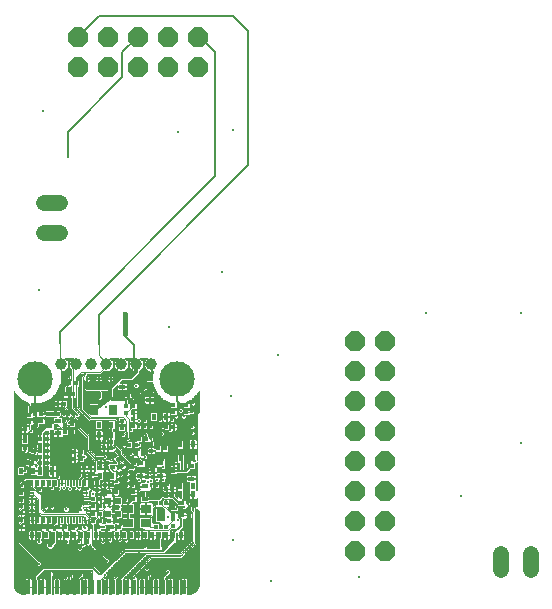
<source format=gbl>
G75*
%MOIN*%
%OFA0B0*%
%FSLAX25Y25*%
%IPPOS*%
%LPD*%
%AMOC8*
5,1,8,0,0,1.08239X$1,22.5*
%
%ADD10R,0.01181X0.01575*%
%ADD11R,0.02362X0.01575*%
%ADD12R,0.01575X0.02362*%
%ADD13R,0.01575X0.01181*%
%ADD14R,0.01575X0.03150*%
%ADD15R,0.02756X0.03543*%
%ADD16R,0.00394X0.00394*%
%ADD17C,0.00394*%
%ADD18C,0.00200*%
%ADD19C,0.03937*%
%ADD20OC8,0.06600*%
%ADD21C,0.01181*%
%ADD22R,0.01969X0.02362*%
%ADD23C,0.05400*%
%ADD24R,0.00984X0.01870*%
%ADD25R,0.01476X0.00984*%
%ADD26R,0.03543X0.03150*%
%ADD27R,0.01181X0.04921*%
%ADD28R,0.01181X0.02362*%
%ADD29R,0.03150X0.03937*%
%ADD30R,0.01181X0.01772*%
%ADD31C,0.00354*%
%ADD32C,0.00794*%
%ADD33C,0.11811*%
%ADD34C,0.01187*%
%ADD35C,0.00591*%
%ADD36C,0.00787*%
%ADD37C,0.00394*%
%ADD38C,0.00236*%
%ADD39C,0.01181*%
%ADD40C,0.00800*%
%ADD41C,0.01772*%
%ADD42C,0.01575*%
D10*
X0177102Y0069819D03*
X0179465Y0069819D03*
X0182024Y0069819D03*
X0184386Y0069819D03*
X0186945Y0069701D03*
X0189307Y0069701D03*
X0193047Y0069819D03*
X0193638Y0071984D03*
X0196000Y0071984D03*
X0195409Y0069819D03*
X0199071Y0071945D03*
X0199898Y0069976D03*
X0202260Y0069976D03*
X0201433Y0071945D03*
X0196000Y0074346D03*
X0193638Y0074346D03*
X0193638Y0076906D03*
X0193638Y0079268D03*
X0196000Y0079268D03*
X0196000Y0076906D03*
X0198874Y0081551D03*
X0201236Y0081551D03*
X0199819Y0084071D03*
X0197457Y0084071D03*
X0198362Y0089504D03*
X0198362Y0091472D03*
X0196000Y0091472D03*
X0196000Y0089504D03*
X0197181Y0096197D03*
X0197181Y0098165D03*
X0199543Y0098165D03*
X0199543Y0096197D03*
X0205646Y0097378D03*
X0208008Y0097378D03*
X0208992Y0099346D03*
X0211354Y0099346D03*
X0215213Y0096236D03*
X0217575Y0096236D03*
X0210173Y0094228D03*
X0207811Y0094228D03*
X0218008Y0103323D03*
X0220370Y0103323D03*
X0189701Y0095016D03*
X0187339Y0095016D03*
X0187339Y0092654D03*
X0189701Y0092654D03*
X0178283Y0093441D03*
X0178283Y0095409D03*
X0178283Y0097378D03*
X0178283Y0099346D03*
X0178283Y0101315D03*
X0175921Y0101315D03*
X0175921Y0099346D03*
X0175921Y0097378D03*
X0175921Y0095409D03*
X0175921Y0093441D03*
X0175921Y0091472D03*
X0178283Y0091472D03*
X0181669Y0111118D03*
X0184031Y0111118D03*
X0184425Y0114150D03*
X0186787Y0114150D03*
X0187929Y0117850D03*
X0185567Y0117850D03*
D11*
X0179071Y0107746D03*
X0181827Y0105383D03*
X0179071Y0103546D03*
X0181827Y0101183D03*
X0203283Y0112601D03*
X0203283Y0116801D03*
X0212339Y0116604D03*
X0212339Y0112404D03*
X0209386Y0091210D03*
X0209386Y0087010D03*
X0210764Y0083533D03*
X0216079Y0087010D03*
X0216079Y0091210D03*
X0226236Y0090344D03*
X0226236Y0086144D03*
X0222969Y0078021D03*
X0222969Y0073821D03*
X0210764Y0079333D03*
D12*
X0222640Y0080843D03*
X0222640Y0083598D03*
X0226840Y0083598D03*
X0226840Y0080843D03*
X0226998Y0092850D03*
X0222798Y0092850D03*
X0222640Y0097614D03*
X0226840Y0097614D03*
X0217982Y0106787D03*
X0213782Y0106787D03*
X0199675Y0104071D03*
X0199675Y0100528D03*
X0195475Y0100528D03*
X0195475Y0104071D03*
G36*
X0199816Y0092439D02*
X0198987Y0093776D01*
X0200994Y0095021D01*
X0201823Y0093684D01*
X0199816Y0092439D01*
G37*
G36*
X0202029Y0088869D02*
X0201200Y0090206D01*
X0203207Y0091451D01*
X0204036Y0090114D01*
X0202029Y0088869D01*
G37*
X0200069Y0087142D03*
X0195869Y0087142D03*
X0173691Y0088717D03*
G36*
X0171366Y0090815D02*
X0171720Y0092348D01*
X0174020Y0091817D01*
X0173666Y0090284D01*
X0171366Y0090815D01*
G37*
X0169491Y0088717D03*
G36*
X0172311Y0094907D02*
X0172665Y0096440D01*
X0174965Y0095909D01*
X0174611Y0094376D01*
X0172311Y0094907D01*
G37*
D13*
X0170803Y0096197D03*
X0170803Y0098559D03*
X0170803Y0100134D03*
X0170803Y0102496D03*
X0172378Y0104858D03*
X0174346Y0105252D03*
X0176315Y0105252D03*
X0176315Y0107614D03*
X0174346Y0107614D03*
X0172378Y0107220D03*
X0184189Y0104071D03*
X0184189Y0101709D03*
X0186591Y0101787D03*
X0186591Y0104150D03*
X0203087Y0105252D03*
X0203087Y0102890D03*
X0207063Y0103598D03*
X0207063Y0105961D03*
X0207024Y0108008D03*
X0207024Y0110370D03*
X0204661Y0110370D03*
X0204661Y0108008D03*
X0212929Y0097772D03*
X0212929Y0095409D03*
X0213717Y0089110D03*
X0211748Y0089110D03*
X0211748Y0086748D03*
X0213717Y0086748D03*
X0218047Y0082614D03*
X0219976Y0082614D03*
X0219976Y0080252D03*
X0218047Y0080252D03*
X0220252Y0076354D03*
X0220252Y0073992D03*
X0220213Y0072575D03*
X0220213Y0070213D03*
X0225528Y0073756D03*
X0225528Y0076118D03*
X0220409Y0088677D03*
X0220409Y0091039D03*
X0207024Y0081630D03*
X0207024Y0079268D03*
X0194819Y0082417D03*
X0194819Y0084780D03*
X0192654Y0087142D03*
X0190488Y0087142D03*
X0190488Y0089504D03*
X0192654Y0089504D03*
X0169622Y0081236D03*
X0169622Y0078874D03*
X0169622Y0076906D03*
X0169622Y0074543D03*
X0169622Y0072181D03*
X0169622Y0069819D03*
X0220409Y0108205D03*
X0220409Y0110567D03*
X0224740Y0110567D03*
X0224740Y0108205D03*
D14*
X0179990Y0088717D03*
X0175790Y0088717D03*
D15*
X0193874Y0109110D03*
X0200331Y0109110D03*
D16*
G36*
X0207811Y0114191D02*
X0208089Y0113913D01*
X0207811Y0113635D01*
X0207533Y0113913D01*
X0207811Y0114191D01*
G37*
D17*
X0206118Y0115213D03*
X0206118Y0112614D03*
X0209504Y0112614D03*
X0209504Y0115213D03*
D18*
X0209284Y0114842D02*
X0210311Y0114842D01*
X0210311Y0114681D02*
X0210311Y0115705D01*
X0208697Y0115705D01*
X0208697Y0115429D01*
X0209445Y0114681D01*
X0210311Y0114681D01*
X0210311Y0115040D02*
X0209086Y0115040D01*
X0208887Y0115239D02*
X0210311Y0115239D01*
X0210311Y0115437D02*
X0208697Y0115437D01*
X0208697Y0115636D02*
X0210311Y0115636D01*
X0209053Y0114246D02*
X0206569Y0114246D01*
X0206370Y0114048D02*
X0209252Y0114048D01*
X0209386Y0113913D02*
X0207811Y0115489D01*
X0206236Y0113913D01*
X0207811Y0112338D01*
X0209386Y0113913D01*
X0209322Y0113849D02*
X0206300Y0113849D01*
X0206498Y0113651D02*
X0209124Y0113651D01*
X0208925Y0113452D02*
X0206697Y0113452D01*
X0206895Y0113254D02*
X0208727Y0113254D01*
X0208528Y0113055D02*
X0207094Y0113055D01*
X0207292Y0112857D02*
X0208330Y0112857D01*
X0208131Y0112658D02*
X0207491Y0112658D01*
X0207689Y0112460D02*
X0207933Y0112460D01*
X0208697Y0112398D02*
X0209445Y0113146D01*
X0210311Y0113146D01*
X0210311Y0112122D01*
X0208697Y0112122D01*
X0208697Y0112398D01*
X0208759Y0112460D02*
X0210311Y0112460D01*
X0210311Y0112658D02*
X0208957Y0112658D01*
X0209156Y0112857D02*
X0210311Y0112857D01*
X0210311Y0113055D02*
X0209355Y0113055D01*
X0208697Y0112261D02*
X0210311Y0112261D01*
X0208855Y0114445D02*
X0206767Y0114445D01*
X0206966Y0114643D02*
X0208656Y0114643D01*
X0208458Y0114842D02*
X0207164Y0114842D01*
X0207363Y0115040D02*
X0208259Y0115040D01*
X0208061Y0115239D02*
X0207561Y0115239D01*
X0207760Y0115437D02*
X0207862Y0115437D01*
X0206925Y0115437D02*
X0205311Y0115437D01*
X0205311Y0115239D02*
X0206735Y0115239D01*
X0206925Y0115429D02*
X0206177Y0114681D01*
X0205311Y0114681D01*
X0205311Y0115705D01*
X0206925Y0115705D01*
X0206925Y0115429D01*
X0206925Y0115636D02*
X0205311Y0115636D01*
X0205311Y0115040D02*
X0206536Y0115040D01*
X0206338Y0114842D02*
X0205311Y0114842D01*
X0205311Y0113146D02*
X0205311Y0112122D01*
X0206925Y0112122D01*
X0206925Y0112398D01*
X0206177Y0113146D01*
X0205311Y0113146D01*
X0205311Y0113055D02*
X0206268Y0113055D01*
X0206466Y0112857D02*
X0205311Y0112857D01*
X0205311Y0112658D02*
X0206665Y0112658D01*
X0206863Y0112460D02*
X0205311Y0112460D01*
X0205311Y0112261D02*
X0206925Y0112261D01*
X0207024Y0110370D02*
X0204661Y0108008D01*
X0204661Y0106827D01*
X0205449Y0106039D01*
X0205449Y0099740D01*
X0205055Y0099346D01*
X0203480Y0100560D02*
X0204661Y0101741D01*
X0204661Y0105479D01*
X0203511Y0106630D01*
X0192780Y0106630D01*
X0190094Y0109316D01*
X0190094Y0120047D01*
X0190882Y0120835D01*
X0189445Y0121531D02*
X0187929Y0120016D01*
X0187929Y0117850D01*
X0188028Y0117752D01*
X0188028Y0110161D01*
X0192444Y0105744D01*
X0201020Y0105744D01*
X0201315Y0105449D01*
X0201315Y0097181D01*
X0203087Y0095409D01*
X0203087Y0094424D01*
X0206531Y0090980D01*
X0207516Y0090980D01*
X0207024Y0089504D02*
X0205646Y0089504D01*
X0202890Y0086748D01*
X0202890Y0079898D01*
X0201787Y0078795D01*
X0201236Y0081551D02*
X0201236Y0081669D01*
X0201197Y0081709D01*
X0207024Y0081630D02*
X0208775Y0081630D01*
X0209277Y0082132D01*
X0212250Y0082132D01*
X0212929Y0082811D01*
X0212929Y0083598D01*
X0214701Y0077890D02*
X0214307Y0077102D01*
X0213520Y0076315D01*
X0213520Y0073953D01*
X0211157Y0071591D01*
X0211157Y0071394D01*
X0212535Y0070016D01*
X0214701Y0070016D01*
X0213592Y0068830D02*
X0218565Y0068830D01*
X0219948Y0070213D01*
X0220213Y0070213D01*
X0220213Y0072378D02*
X0220213Y0072575D01*
X0220213Y0072378D02*
X0217850Y0070016D01*
X0220204Y0073992D02*
X0220252Y0073992D01*
X0220204Y0073992D02*
X0217650Y0076546D01*
X0217294Y0076546D01*
X0216276Y0077564D01*
X0216276Y0077890D01*
X0220252Y0076354D02*
X0220613Y0075993D01*
X0221197Y0075993D01*
X0222969Y0073821D02*
X0225462Y0073821D01*
X0225528Y0073756D01*
X0226736Y0074909D02*
X0225528Y0076118D01*
X0225134Y0076512D01*
X0225134Y0077693D01*
X0227496Y0076512D02*
X0227496Y0064504D01*
X0222772Y0059780D01*
X0212732Y0059780D01*
X0206630Y0053677D01*
X0206630Y0052102D01*
X0207417Y0051315D01*
X0207417Y0050008D01*
X0207417Y0051315D02*
X0207417Y0052102D01*
X0202693Y0052496D02*
X0202693Y0050008D01*
X0200331Y0050008D02*
X0200331Y0052496D01*
X0201118Y0053283D01*
X0202693Y0052496D02*
X0211354Y0061157D01*
X0222772Y0061157D01*
X0226736Y0065122D01*
X0226736Y0074909D01*
X0222489Y0083441D02*
X0222640Y0083592D01*
X0222640Y0083598D01*
X0210961Y0093441D02*
X0210173Y0094228D01*
X0208992Y0093047D02*
X0208992Y0092260D01*
X0208992Y0093047D02*
X0207811Y0094228D01*
X0208008Y0097378D02*
X0208992Y0097378D01*
X0208992Y0099346D02*
X0209386Y0099346D01*
X0212944Y0099354D02*
X0212944Y0097786D01*
X0212929Y0097772D01*
X0214898Y0096000D02*
X0215134Y0096236D01*
X0215213Y0096236D01*
X0205646Y0097378D02*
X0204071Y0097378D01*
X0203874Y0097181D01*
X0197575Y0093441D02*
X0194425Y0093441D01*
X0192161Y0095705D01*
X0192161Y0100331D01*
X0189306Y0103186D01*
X0189306Y0107220D01*
X0186812Y0109715D01*
X0186812Y0114125D01*
X0186787Y0114150D01*
X0186787Y0123047D01*
X0187969Y0124228D01*
X0189445Y0121531D02*
X0195862Y0121531D01*
X0198559Y0124228D01*
X0197969Y0124228D01*
X0185606Y0119898D02*
X0185567Y0119858D01*
X0185567Y0117850D01*
X0184425Y0116709D01*
X0184425Y0114150D01*
X0182870Y0112280D02*
X0182870Y0124091D01*
X0183008Y0124228D01*
X0182969Y0124228D01*
X0182870Y0124091D02*
X0182654Y0123874D01*
X0181638Y0113622D02*
X0181638Y0111157D01*
X0182870Y0112280D02*
X0184031Y0111118D01*
X0184031Y0109937D01*
X0188323Y0105646D01*
X0188323Y0102693D01*
X0191276Y0099740D01*
X0191276Y0095016D01*
X0194419Y0091872D01*
X0194419Y0088709D01*
X0193047Y0077496D02*
X0193638Y0076906D01*
X0193047Y0077496D02*
X0191276Y0077496D01*
X0191079Y0074154D02*
X0191659Y0073574D01*
X0191695Y0073574D01*
X0193284Y0071984D01*
X0193638Y0071984D01*
X0194819Y0073165D01*
X0194819Y0075134D01*
X0195401Y0075716D01*
X0196705Y0075716D01*
X0197732Y0076743D01*
X0198638Y0074465D02*
X0201787Y0074465D01*
X0201315Y0072969D02*
X0201315Y0072063D01*
X0201433Y0071945D01*
X0197557Y0071246D02*
X0196739Y0071246D01*
X0196000Y0071984D01*
X0196000Y0074346D01*
X0193816Y0074524D02*
X0193638Y0074346D01*
X0193816Y0074721D01*
X0191079Y0074154D02*
X0183406Y0074154D01*
X0183402Y0074150D01*
X0176315Y0074150D01*
X0175331Y0075134D01*
X0175331Y0079268D01*
X0173165Y0081433D01*
X0173362Y0083402D02*
X0176118Y0080646D01*
X0176118Y0076118D01*
X0177385Y0074851D01*
X0188670Y0074851D01*
X0185173Y0072339D02*
X0185173Y0071000D01*
X0184386Y0070213D01*
X0184386Y0069819D01*
X0181236Y0071591D02*
X0179465Y0069819D01*
X0181236Y0071591D02*
X0181236Y0072339D01*
X0189307Y0069701D02*
X0190393Y0068812D01*
X0190416Y0068812D01*
X0190591Y0068636D01*
X0190591Y0064204D01*
X0190399Y0064011D01*
X0189701Y0063323D02*
X0189110Y0062732D01*
X0189701Y0063323D02*
X0189701Y0067331D01*
X0192063Y0067331D02*
X0192063Y0064504D01*
X0193146Y0063818D02*
X0193146Y0069720D01*
X0193047Y0069819D01*
X0196787Y0067331D02*
X0196787Y0065094D01*
X0199150Y0065488D02*
X0199150Y0067331D01*
X0202489Y0065692D02*
X0203874Y0067077D01*
X0203874Y0067331D01*
X0204661Y0065488D02*
X0206236Y0067063D01*
X0206236Y0067331D01*
X0210567Y0069109D02*
X0213314Y0069109D01*
X0213592Y0068830D01*
X0210961Y0067331D02*
X0210961Y0063191D01*
X0212142Y0053874D02*
X0212142Y0050008D01*
X0197575Y0054071D02*
X0195606Y0052102D01*
X0195606Y0050008D01*
X0193244Y0050008D02*
X0193244Y0055252D01*
X0189701Y0054071D02*
X0188520Y0052890D01*
X0188520Y0050008D01*
X0186157Y0050008D02*
X0186157Y0053677D01*
X0184583Y0053087D02*
X0183795Y0052299D01*
X0183795Y0050008D01*
X0175540Y0057772D02*
X0168535Y0064777D01*
X0168535Y0070534D01*
X0169622Y0071621D01*
X0169622Y0072181D01*
X0169622Y0072741D01*
X0168535Y0073828D01*
X0168535Y0075258D01*
X0169622Y0076346D01*
X0169622Y0076906D01*
X0169622Y0078874D01*
X0169622Y0081236D02*
X0169622Y0081433D01*
X0169319Y0081736D01*
X0169319Y0084476D01*
X0171000Y0086157D01*
X0181433Y0086157D01*
X0182024Y0086748D01*
X0173362Y0084622D02*
X0173362Y0083402D01*
X0169498Y0081584D02*
X0169498Y0081361D01*
X0169622Y0081236D01*
X0175554Y0099346D02*
X0175921Y0099346D01*
X0181866Y0103639D02*
X0182259Y0103639D01*
X0184189Y0101709D01*
X0184189Y0104071D02*
X0184189Y0104704D01*
X0185093Y0105608D01*
X0184189Y0104071D02*
X0186512Y0104071D01*
X0186591Y0104150D01*
X0220409Y0108205D02*
X0220606Y0108205D01*
X0220409Y0110501D02*
X0220409Y0110567D01*
X0224740Y0110567D02*
X0224740Y0110501D01*
X0224740Y0108205D02*
X0226512Y0108205D01*
X0205252Y0077496D02*
X0205252Y0076118D01*
X0193146Y0063818D02*
X0198168Y0058795D01*
D19*
X0197969Y0124228D03*
X0202969Y0124228D03*
X0207969Y0124228D03*
X0212969Y0124228D03*
X0192969Y0124228D03*
X0187969Y0124228D03*
X0182969Y0124228D03*
D20*
X0280764Y0121984D03*
X0280764Y0111984D03*
X0290764Y0111984D03*
X0290764Y0121984D03*
X0290764Y0131984D03*
X0280764Y0131984D03*
X0280764Y0101984D03*
X0280764Y0091984D03*
X0290764Y0091984D03*
X0290764Y0101984D03*
X0290764Y0081984D03*
X0280764Y0081984D03*
X0280764Y0071984D03*
X0280764Y0061984D03*
X0290764Y0061984D03*
X0290764Y0071984D03*
X0228598Y0223480D03*
X0218598Y0223480D03*
X0208598Y0223480D03*
X0198598Y0223480D03*
X0188598Y0223480D03*
X0188598Y0233480D03*
X0198598Y0233480D03*
X0208598Y0233480D03*
X0218598Y0233480D03*
X0228598Y0233480D03*
D21*
X0199346Y0119425D03*
X0199346Y0116276D03*
X0199346Y0113126D03*
X0195409Y0113126D03*
X0195409Y0116276D03*
X0195409Y0119425D03*
X0191472Y0119425D03*
X0191472Y0116276D03*
X0191472Y0113126D03*
D22*
X0198638Y0078795D03*
X0201787Y0078795D03*
X0201787Y0074465D03*
X0198638Y0074465D03*
D23*
X0329661Y0060905D02*
X0329661Y0055505D01*
X0339661Y0055505D02*
X0339661Y0060905D01*
X0182558Y0167850D02*
X0177158Y0167850D01*
X0177158Y0177850D02*
X0182558Y0177850D01*
D24*
X0183205Y0084622D03*
X0185173Y0084622D03*
X0187142Y0084622D03*
X0189110Y0084622D03*
X0191079Y0084622D03*
X0181236Y0084622D03*
X0179268Y0084622D03*
X0177299Y0084622D03*
X0175331Y0084622D03*
X0173362Y0084622D03*
X0173362Y0072339D03*
X0175331Y0072339D03*
X0177299Y0072339D03*
X0179268Y0072339D03*
X0181236Y0072339D03*
X0183205Y0072339D03*
X0185173Y0072339D03*
X0187142Y0072339D03*
X0189110Y0072339D03*
X0191079Y0072339D03*
D25*
X0191276Y0075528D03*
X0191276Y0077496D03*
X0191276Y0079465D03*
X0191276Y0081433D03*
X0173165Y0081433D03*
X0173165Y0079465D03*
X0173165Y0077496D03*
X0173165Y0075528D03*
D26*
X0205252Y0076118D03*
X0205252Y0071394D03*
X0211157Y0071394D03*
X0211157Y0076118D03*
D27*
X0212142Y0050008D03*
X0214504Y0050008D03*
X0216866Y0050008D03*
X0219228Y0050008D03*
X0221591Y0050008D03*
X0223953Y0050008D03*
X0209780Y0050008D03*
X0207417Y0050008D03*
X0205055Y0050008D03*
X0202693Y0050008D03*
X0200331Y0050008D03*
X0197969Y0050008D03*
X0195606Y0050008D03*
X0193244Y0050008D03*
X0190882Y0050008D03*
X0188520Y0050008D03*
X0186157Y0050008D03*
X0183795Y0050008D03*
X0181433Y0050008D03*
X0179071Y0050008D03*
X0176709Y0050008D03*
X0174346Y0050008D03*
X0171984Y0050008D03*
D28*
X0173165Y0067331D03*
X0175528Y0067331D03*
X0177890Y0067331D03*
X0180252Y0067331D03*
X0182614Y0067331D03*
X0184976Y0067331D03*
X0187339Y0067331D03*
X0189701Y0067331D03*
X0192063Y0067331D03*
X0194425Y0067331D03*
X0196787Y0067331D03*
X0199150Y0067331D03*
X0201512Y0067331D03*
X0203874Y0067331D03*
X0206236Y0067331D03*
X0208598Y0067331D03*
X0210961Y0067331D03*
X0213323Y0067331D03*
X0215685Y0067331D03*
X0218047Y0067331D03*
X0220409Y0067331D03*
X0222772Y0067331D03*
D29*
X0216276Y0073953D03*
D30*
X0216276Y0077890D03*
X0217850Y0077890D03*
X0214701Y0077890D03*
X0214701Y0070016D03*
X0216276Y0070016D03*
X0217850Y0070016D03*
D31*
X0188913Y0087535D02*
X0181348Y0087535D01*
X0181348Y0088539D01*
X0180167Y0088539D01*
X0180167Y0088894D01*
X0179813Y0088894D01*
X0179813Y0090862D01*
X0179445Y0090862D01*
X0179445Y0091354D01*
X0178402Y0091354D01*
X0178402Y0091591D01*
X0178165Y0091591D01*
X0178165Y0092831D01*
X0178165Y0093323D01*
X0177122Y0093323D01*
X0177122Y0092540D01*
X0177157Y0092457D01*
X0177122Y0092373D01*
X0177122Y0091591D01*
X0178165Y0091591D01*
X0178165Y0091354D01*
X0178402Y0091354D01*
X0178402Y0090114D01*
X0178631Y0090114D01*
X0178631Y0088894D01*
X0179813Y0088894D01*
X0179813Y0088539D01*
X0178631Y0088539D01*
X0178631Y0087535D01*
X0176954Y0087535D01*
X0176954Y0090448D01*
X0176881Y0090521D01*
X0176889Y0090529D01*
X0176889Y0092416D01*
X0176848Y0092457D01*
X0176889Y0092497D01*
X0176889Y0094385D01*
X0176848Y0094425D01*
X0176889Y0094466D01*
X0176889Y0098322D01*
X0176848Y0098362D01*
X0176889Y0098403D01*
X0176889Y0100290D01*
X0176848Y0100331D01*
X0176889Y0100371D01*
X0176889Y0101193D01*
X0177130Y0101433D01*
X0178165Y0101433D01*
X0178165Y0101197D01*
X0177122Y0101197D01*
X0177122Y0100414D01*
X0177157Y0100331D01*
X0177122Y0100247D01*
X0177122Y0099465D01*
X0178165Y0099465D01*
X0178165Y0099957D01*
X0178165Y0101197D01*
X0178402Y0101197D01*
X0178402Y0101433D01*
X0179445Y0101433D01*
X0179445Y0102216D01*
X0179376Y0102381D01*
X0180249Y0102381D01*
X0180162Y0102294D01*
X0180075Y0102084D01*
X0180075Y0101361D01*
X0181650Y0101361D01*
X0181650Y0101006D01*
X0182004Y0101006D01*
X0182004Y0099825D01*
X0183121Y0099825D01*
X0183331Y0099912D01*
X0183492Y0100073D01*
X0183579Y0100283D01*
X0183579Y0100528D01*
X0188913Y0100528D01*
X0188913Y0096140D01*
X0188733Y0095959D01*
X0188733Y0094072D01*
X0188913Y0093892D01*
X0188913Y0093777D01*
X0188733Y0093597D01*
X0188733Y0091710D01*
X0188913Y0091530D01*
X0188913Y0087535D01*
X0188913Y0087617D02*
X0181348Y0087617D01*
X0181348Y0087970D02*
X0188913Y0087970D01*
X0188913Y0088323D02*
X0181348Y0088323D01*
X0181348Y0088894D02*
X0181348Y0090405D01*
X0181261Y0090615D01*
X0181101Y0090775D01*
X0180891Y0090862D01*
X0180167Y0090862D01*
X0180167Y0088894D01*
X0181348Y0088894D01*
X0181348Y0089028D02*
X0188913Y0089028D01*
X0188913Y0088675D02*
X0180167Y0088675D01*
X0180167Y0089028D02*
X0179813Y0089028D01*
X0179813Y0088675D02*
X0176954Y0088675D01*
X0176954Y0088323D02*
X0178631Y0088323D01*
X0178631Y0087970D02*
X0176954Y0087970D01*
X0176954Y0087617D02*
X0178631Y0087617D01*
X0178631Y0089028D02*
X0176954Y0089028D01*
X0176954Y0089381D02*
X0178631Y0089381D01*
X0178631Y0089734D02*
X0176954Y0089734D01*
X0176954Y0090087D02*
X0178631Y0090087D01*
X0178402Y0090440D02*
X0178165Y0090440D01*
X0178165Y0090114D02*
X0178165Y0091354D01*
X0177122Y0091354D01*
X0177122Y0090571D01*
X0177209Y0090362D01*
X0177370Y0090201D01*
X0177579Y0090114D01*
X0178165Y0090114D01*
X0178165Y0090792D02*
X0178402Y0090792D01*
X0178402Y0091145D02*
X0178165Y0091145D01*
X0178165Y0091498D02*
X0176889Y0091498D01*
X0176889Y0091145D02*
X0177122Y0091145D01*
X0177122Y0090792D02*
X0176889Y0090792D01*
X0176954Y0090440D02*
X0177177Y0090440D01*
X0177122Y0091851D02*
X0176889Y0091851D01*
X0176889Y0092204D02*
X0177122Y0092204D01*
X0177122Y0092557D02*
X0176889Y0092557D01*
X0176889Y0092909D02*
X0177122Y0092909D01*
X0177122Y0093262D02*
X0176889Y0093262D01*
X0176889Y0093615D02*
X0177122Y0093615D01*
X0177122Y0093559D02*
X0178165Y0093559D01*
X0178165Y0093323D01*
X0178402Y0093323D01*
X0178402Y0093559D01*
X0179445Y0093559D01*
X0179445Y0094342D01*
X0179410Y0094425D01*
X0179445Y0094508D01*
X0179445Y0095291D01*
X0178402Y0095291D01*
X0178402Y0095528D01*
X0178165Y0095528D01*
X0178165Y0096768D01*
X0178165Y0097260D01*
X0177122Y0097260D01*
X0177122Y0096477D01*
X0177157Y0096394D01*
X0177122Y0096310D01*
X0177122Y0095528D01*
X0178165Y0095528D01*
X0178165Y0095291D01*
X0178402Y0095291D01*
X0178402Y0093559D01*
X0178165Y0093559D01*
X0178165Y0094051D01*
X0178165Y0095291D01*
X0177122Y0095291D01*
X0177122Y0094508D01*
X0177157Y0094425D01*
X0177122Y0094342D01*
X0177122Y0093559D01*
X0177122Y0093968D02*
X0176889Y0093968D01*
X0176889Y0094321D02*
X0177122Y0094321D01*
X0177122Y0094674D02*
X0176889Y0094674D01*
X0176889Y0095027D02*
X0177122Y0095027D01*
X0176889Y0095379D02*
X0178165Y0095379D01*
X0178402Y0095379D02*
X0186177Y0095379D01*
X0186177Y0095134D02*
X0187220Y0095134D01*
X0187220Y0094898D01*
X0186177Y0094898D01*
X0186177Y0094115D01*
X0186264Y0093905D01*
X0186334Y0093835D01*
X0186264Y0093764D01*
X0186177Y0093554D01*
X0186177Y0092772D01*
X0187220Y0092772D01*
X0187220Y0092535D01*
X0186177Y0092535D01*
X0186177Y0091753D01*
X0186264Y0091543D01*
X0186425Y0091382D01*
X0186634Y0091295D01*
X0187220Y0091295D01*
X0187220Y0092535D01*
X0187457Y0092535D01*
X0187457Y0091295D01*
X0188043Y0091295D01*
X0188252Y0091382D01*
X0188413Y0091543D01*
X0188500Y0091753D01*
X0188500Y0092535D01*
X0187457Y0092535D01*
X0187457Y0092772D01*
X0188500Y0092772D01*
X0188500Y0093554D01*
X0188413Y0093764D01*
X0188343Y0093835D01*
X0188413Y0093905D01*
X0188500Y0094115D01*
X0188500Y0094898D01*
X0187457Y0094898D01*
X0187457Y0095134D01*
X0188500Y0095134D01*
X0188500Y0095917D01*
X0188413Y0096127D01*
X0188252Y0096287D01*
X0188043Y0096374D01*
X0187457Y0096374D01*
X0187457Y0095134D01*
X0187220Y0095134D01*
X0187220Y0096374D01*
X0186634Y0096374D01*
X0186425Y0096287D01*
X0186264Y0096127D01*
X0186177Y0095917D01*
X0186177Y0095134D01*
X0186177Y0094674D02*
X0179445Y0094674D01*
X0179445Y0095027D02*
X0187220Y0095027D01*
X0187220Y0094898D02*
X0187457Y0094898D01*
X0187457Y0092772D01*
X0187220Y0092772D01*
X0187220Y0094012D01*
X0187220Y0094898D01*
X0187220Y0094674D02*
X0187457Y0094674D01*
X0187457Y0095027D02*
X0188733Y0095027D01*
X0188733Y0095379D02*
X0188500Y0095379D01*
X0188500Y0095732D02*
X0188733Y0095732D01*
X0188859Y0096085D02*
X0188430Y0096085D01*
X0188913Y0096438D02*
X0179429Y0096438D01*
X0179445Y0096477D02*
X0179445Y0097260D01*
X0178402Y0097260D01*
X0178402Y0097496D01*
X0179445Y0097496D01*
X0179445Y0098279D01*
X0179410Y0098362D01*
X0179445Y0098445D01*
X0179445Y0099228D01*
X0178402Y0099228D01*
X0178402Y0099465D01*
X0178165Y0099465D01*
X0178165Y0099228D01*
X0178402Y0099228D01*
X0178402Y0097496D01*
X0178165Y0097496D01*
X0178165Y0097260D01*
X0178402Y0097260D01*
X0178402Y0095528D01*
X0179445Y0095528D01*
X0179445Y0096310D01*
X0179410Y0096394D01*
X0179445Y0096477D01*
X0179445Y0096791D02*
X0188913Y0096791D01*
X0188913Y0097144D02*
X0179445Y0097144D01*
X0179445Y0097496D02*
X0188913Y0097496D01*
X0188913Y0097849D02*
X0179445Y0097849D01*
X0179445Y0098202D02*
X0188913Y0098202D01*
X0188913Y0098555D02*
X0179445Y0098555D01*
X0179445Y0098908D02*
X0188913Y0098908D01*
X0188913Y0099261D02*
X0178402Y0099261D01*
X0178402Y0099465D02*
X0179445Y0099465D01*
X0179445Y0100247D01*
X0179410Y0100331D01*
X0179445Y0100414D01*
X0179445Y0101197D01*
X0178402Y0101197D01*
X0178402Y0099465D01*
X0178402Y0099613D02*
X0178165Y0099613D01*
X0178165Y0099261D02*
X0176889Y0099261D01*
X0177122Y0099228D02*
X0177122Y0098445D01*
X0177157Y0098362D01*
X0177122Y0098279D01*
X0177122Y0097496D01*
X0178165Y0097496D01*
X0178165Y0098736D01*
X0178165Y0099228D01*
X0177122Y0099228D01*
X0177122Y0098908D02*
X0176889Y0098908D01*
X0176889Y0098555D02*
X0177122Y0098555D01*
X0177122Y0098202D02*
X0176889Y0098202D01*
X0176889Y0097849D02*
X0177122Y0097849D01*
X0177122Y0097496D02*
X0176889Y0097496D01*
X0176889Y0097144D02*
X0177122Y0097144D01*
X0177122Y0096791D02*
X0176889Y0096791D01*
X0176889Y0096438D02*
X0177138Y0096438D01*
X0177122Y0096085D02*
X0176889Y0096085D01*
X0176889Y0095732D02*
X0177122Y0095732D01*
X0178165Y0095732D02*
X0178402Y0095732D01*
X0178402Y0096085D02*
X0178165Y0096085D01*
X0178165Y0096438D02*
X0178402Y0096438D01*
X0178402Y0096791D02*
X0178165Y0096791D01*
X0178165Y0097144D02*
X0178402Y0097144D01*
X0178402Y0097496D02*
X0178165Y0097496D01*
X0178165Y0097849D02*
X0178402Y0097849D01*
X0178402Y0098202D02*
X0178165Y0098202D01*
X0178165Y0098555D02*
X0178402Y0098555D01*
X0178402Y0098908D02*
X0178165Y0098908D01*
X0178165Y0099966D02*
X0178402Y0099966D01*
X0178402Y0100319D02*
X0178165Y0100319D01*
X0178165Y0100672D02*
X0178402Y0100672D01*
X0178402Y0101025D02*
X0178165Y0101025D01*
X0178165Y0101378D02*
X0177074Y0101378D01*
X0177122Y0101025D02*
X0176889Y0101025D01*
X0176889Y0100672D02*
X0177122Y0100672D01*
X0177152Y0100319D02*
X0176860Y0100319D01*
X0176889Y0099966D02*
X0177122Y0099966D01*
X0177122Y0099613D02*
X0176889Y0099613D01*
X0178402Y0101378D02*
X0180075Y0101378D01*
X0180075Y0101731D02*
X0179445Y0101731D01*
X0179445Y0102083D02*
X0180075Y0102083D01*
X0180075Y0101006D02*
X0180075Y0100283D01*
X0180162Y0100073D01*
X0180322Y0099912D01*
X0180532Y0099825D01*
X0181650Y0099825D01*
X0181650Y0101006D01*
X0180075Y0101006D01*
X0180075Y0100672D02*
X0179445Y0100672D01*
X0179445Y0101025D02*
X0181650Y0101025D01*
X0181650Y0100672D02*
X0182004Y0100672D01*
X0182004Y0100319D02*
X0181650Y0100319D01*
X0181650Y0099966D02*
X0182004Y0099966D01*
X0183385Y0099966D02*
X0188913Y0099966D01*
X0188913Y0099613D02*
X0179445Y0099613D01*
X0179445Y0099966D02*
X0180268Y0099966D01*
X0180075Y0100319D02*
X0179415Y0100319D01*
X0183579Y0100319D02*
X0188913Y0100319D01*
X0187457Y0096085D02*
X0187220Y0096085D01*
X0187220Y0095732D02*
X0187457Y0095732D01*
X0187457Y0095379D02*
X0187220Y0095379D01*
X0187220Y0094321D02*
X0187457Y0094321D01*
X0187457Y0093968D02*
X0187220Y0093968D01*
X0187220Y0093615D02*
X0187457Y0093615D01*
X0187457Y0093262D02*
X0187220Y0093262D01*
X0187220Y0092909D02*
X0187457Y0092909D01*
X0187457Y0092557D02*
X0188733Y0092557D01*
X0188733Y0092909D02*
X0188500Y0092909D01*
X0188500Y0093262D02*
X0188733Y0093262D01*
X0188751Y0093615D02*
X0188475Y0093615D01*
X0188439Y0093968D02*
X0188837Y0093968D01*
X0188733Y0094321D02*
X0188500Y0094321D01*
X0188500Y0094674D02*
X0188733Y0094674D01*
X0188733Y0092204D02*
X0188500Y0092204D01*
X0188500Y0091851D02*
X0188733Y0091851D01*
X0188913Y0091498D02*
X0188368Y0091498D01*
X0188913Y0091145D02*
X0179445Y0091145D01*
X0179445Y0091591D02*
X0179445Y0092373D01*
X0179410Y0092457D01*
X0179445Y0092540D01*
X0179445Y0093323D01*
X0178402Y0093323D01*
X0178402Y0091591D01*
X0179445Y0091591D01*
X0179445Y0091851D02*
X0186177Y0091851D01*
X0186177Y0092204D02*
X0179445Y0092204D01*
X0179445Y0092557D02*
X0187220Y0092557D01*
X0187220Y0092204D02*
X0187457Y0092204D01*
X0187457Y0091851D02*
X0187220Y0091851D01*
X0187220Y0091498D02*
X0187457Y0091498D01*
X0186309Y0091498D02*
X0178402Y0091498D01*
X0178402Y0091851D02*
X0178165Y0091851D01*
X0178165Y0092204D02*
X0178402Y0092204D01*
X0178402Y0092557D02*
X0178165Y0092557D01*
X0178165Y0092909D02*
X0178402Y0092909D01*
X0178402Y0093262D02*
X0178165Y0093262D01*
X0178165Y0093615D02*
X0178402Y0093615D01*
X0178402Y0093968D02*
X0178165Y0093968D01*
X0178165Y0094321D02*
X0178402Y0094321D01*
X0178402Y0094674D02*
X0178165Y0094674D01*
X0178165Y0095027D02*
X0178402Y0095027D01*
X0179445Y0095732D02*
X0186177Y0095732D01*
X0186247Y0096085D02*
X0179445Y0096085D01*
X0179445Y0094321D02*
X0186177Y0094321D01*
X0186238Y0093968D02*
X0179445Y0093968D01*
X0179445Y0093615D02*
X0186202Y0093615D01*
X0186177Y0093262D02*
X0179445Y0093262D01*
X0179445Y0092909D02*
X0186177Y0092909D01*
X0188913Y0090792D02*
X0181059Y0090792D01*
X0181334Y0090440D02*
X0188913Y0090440D01*
X0188913Y0090087D02*
X0181348Y0090087D01*
X0181348Y0089734D02*
X0188913Y0089734D01*
X0188913Y0089381D02*
X0181348Y0089381D01*
X0180167Y0089381D02*
X0179813Y0089381D01*
X0179813Y0089734D02*
X0180167Y0089734D01*
X0180167Y0090087D02*
X0179813Y0090087D01*
X0179813Y0090440D02*
X0180167Y0090440D01*
X0180167Y0090792D02*
X0179813Y0090792D01*
D32*
X0180646Y0091079D03*
X0180646Y0093047D03*
X0180646Y0095016D03*
X0180646Y0096984D03*
X0180646Y0098953D03*
X0183008Y0098953D03*
X0183008Y0096984D03*
X0183008Y0095016D03*
X0183008Y0093047D03*
X0183008Y0091079D03*
X0185370Y0093047D03*
X0185370Y0095016D03*
X0185370Y0096984D03*
X0185370Y0098953D03*
X0186591Y0101924D03*
X0185093Y0105608D03*
X0185587Y0107161D03*
X0183795Y0107220D03*
X0182496Y0109425D03*
X0179346Y0109228D03*
X0179150Y0112378D03*
X0181638Y0113622D03*
X0182102Y0115528D03*
X0183913Y0119425D03*
X0185606Y0119898D03*
X0190882Y0120835D03*
X0192732Y0119858D03*
X0194701Y0120449D03*
X0198638Y0118087D03*
X0201591Y0115528D03*
X0205724Y0117299D03*
X0207811Y0114898D03*
X0211945Y0116603D03*
X0212535Y0117587D03*
X0213126Y0116603D03*
X0213913Y0115619D03*
X0218362Y0110685D03*
X0220409Y0110501D03*
X0220606Y0108205D03*
X0221197Y0106827D03*
X0220016Y0105658D03*
X0219189Y0102220D03*
X0216866Y0103302D03*
X0216472Y0101118D03*
X0214898Y0099346D03*
X0212944Y0099354D03*
X0210961Y0100921D03*
X0210961Y0103283D03*
X0212929Y0103283D03*
X0210961Y0105265D03*
X0208795Y0105449D03*
X0208992Y0103283D03*
X0207024Y0103283D03*
X0206236Y0102299D03*
X0207024Y0099346D03*
X0208992Y0099346D03*
X0208992Y0097378D03*
X0208992Y0095606D03*
X0211039Y0095843D03*
X0210961Y0093441D03*
X0208992Y0092260D03*
X0208598Y0090685D03*
X0207516Y0090980D03*
X0207024Y0089504D03*
X0205055Y0087535D03*
X0205055Y0085567D03*
X0205055Y0083598D03*
X0207024Y0083598D03*
X0208992Y0085567D03*
X0209386Y0087010D03*
X0210961Y0085370D03*
X0211945Y0084937D03*
X0212929Y0085370D03*
X0212929Y0083598D03*
X0214898Y0083598D03*
X0214898Y0085567D03*
X0216079Y0086945D03*
X0216866Y0085567D03*
X0218559Y0084071D03*
X0219819Y0082063D03*
X0216893Y0080764D03*
X0219819Y0078520D03*
X0221197Y0075993D03*
X0223808Y0076591D03*
X0225134Y0077693D03*
X0227496Y0076512D03*
X0222772Y0079799D03*
X0226669Y0083323D03*
X0222535Y0085606D03*
X0219898Y0086591D03*
X0216866Y0089898D03*
X0216079Y0090882D03*
X0216866Y0092260D03*
X0216945Y0094071D03*
X0214898Y0093441D03*
X0214898Y0096000D03*
X0217654Y0096197D03*
X0220803Y0097378D03*
X0222590Y0095228D03*
X0227457Y0095252D03*
X0227535Y0091906D03*
X0226039Y0088441D03*
X0227417Y0099701D03*
X0226709Y0101315D03*
X0226709Y0103283D03*
X0223756Y0106827D03*
X0222772Y0108796D03*
X0224740Y0110501D03*
X0226827Y0111190D03*
X0226512Y0108205D03*
X0215843Y0105540D03*
X0205055Y0099346D03*
X0203480Y0100560D03*
X0203087Y0103283D03*
X0197850Y0104110D03*
X0195526Y0104033D03*
X0195488Y0100567D03*
X0190094Y0098165D03*
X0196827Y0097142D03*
X0195764Y0094425D03*
X0197575Y0093441D03*
X0196000Y0090488D03*
X0194419Y0088709D03*
X0194066Y0087343D03*
X0193441Y0085921D03*
X0193835Y0082811D03*
X0193047Y0081827D03*
X0193638Y0080843D03*
X0192063Y0082575D03*
X0188913Y0082857D03*
X0187732Y0083008D03*
X0185764Y0082811D03*
X0184583Y0081236D03*
X0182890Y0081315D03*
X0182220Y0082811D03*
X0183795Y0083008D03*
X0179858Y0083008D03*
X0178165Y0081866D03*
X0175921Y0082405D03*
X0171984Y0080449D03*
X0171315Y0082378D03*
X0170016Y0083598D03*
X0171027Y0088717D03*
X0170291Y0091551D03*
X0168520Y0092535D03*
X0171039Y0095409D03*
X0168559Y0097339D03*
X0168441Y0100291D03*
X0169630Y0102598D03*
X0168323Y0104661D03*
X0170094Y0106276D03*
X0168835Y0109189D03*
X0172181Y0110764D03*
X0173441Y0109622D03*
X0175409Y0111000D03*
X0181866Y0103639D03*
X0188126Y0107220D03*
X0185685Y0110134D03*
X0173008Y0101906D03*
X0175554Y0099346D03*
X0182024Y0086748D03*
X0179858Y0076512D03*
X0177890Y0076512D03*
X0177102Y0069819D03*
X0184976Y0065094D03*
X0185449Y0063087D03*
X0186945Y0060173D03*
X0185213Y0058520D03*
X0181748Y0058598D03*
X0181827Y0061354D03*
X0174819Y0062181D03*
X0175540Y0057772D03*
X0173835Y0055291D03*
X0175921Y0052890D03*
X0169307Y0049701D03*
X0168441Y0053008D03*
X0168283Y0057890D03*
X0168441Y0062772D03*
X0184583Y0053087D03*
X0186157Y0053677D03*
X0189701Y0054071D03*
X0191079Y0053677D03*
X0193244Y0055252D03*
X0196197Y0055843D03*
X0197575Y0054071D03*
X0199150Y0053677D03*
X0201118Y0053283D03*
X0205055Y0053480D03*
X0207417Y0053087D03*
X0212142Y0053874D03*
X0211433Y0055882D03*
X0215134Y0053913D03*
X0220449Y0053756D03*
X0221157Y0057457D03*
X0227024Y0057693D03*
X0226787Y0061354D03*
X0222693Y0067287D03*
X0225528Y0068638D03*
X0221847Y0072181D03*
X0218638Y0073362D03*
X0213949Y0071498D03*
X0213677Y0072575D03*
X0209780Y0076118D03*
X0204661Y0079071D03*
X0202417Y0076630D03*
X0199110Y0076512D03*
X0199150Y0077693D03*
X0197732Y0076743D03*
X0196000Y0076906D03*
X0196000Y0079268D03*
X0196787Y0082811D03*
X0199150Y0081630D03*
X0201197Y0081709D03*
X0201709Y0084976D03*
X0202181Y0086065D03*
X0201709Y0087035D03*
X0200724Y0089504D03*
X0201118Y0091472D03*
X0203087Y0092063D03*
X0202693Y0090094D03*
X0205055Y0093441D03*
X0206236Y0094386D03*
X0203874Y0097181D03*
X0200528Y0096197D03*
X0212929Y0089504D03*
X0210653Y0081341D03*
X0201315Y0072969D03*
X0198283Y0072012D03*
X0197557Y0071246D03*
X0197181Y0070016D03*
X0193816Y0074524D03*
X0192378Y0073980D03*
X0189701Y0075724D03*
X0189701Y0076906D03*
X0188670Y0074851D03*
X0186551Y0077102D03*
X0187935Y0069851D03*
X0188913Y0064898D03*
X0190399Y0064011D03*
X0192063Y0064504D03*
X0189110Y0062732D03*
X0189504Y0060961D03*
X0196394Y0063323D03*
X0196787Y0065094D03*
X0199150Y0065488D03*
X0202489Y0065692D03*
X0204661Y0065488D03*
X0202339Y0062811D03*
X0198168Y0058795D03*
X0208992Y0061157D03*
X0210961Y0063191D03*
X0212654Y0064925D03*
X0217260Y0065094D03*
X0210567Y0069109D03*
X0208598Y0069425D03*
X0227260Y0052850D03*
X0226000Y0050055D03*
X0240134Y0065803D03*
X0252890Y0051984D03*
X0282220Y0053480D03*
X0316276Y0080252D03*
X0336236Y0098087D03*
X0336236Y0141394D03*
X0304740Y0141394D03*
X0255370Y0127299D03*
X0236433Y0155134D03*
X0213638Y0124858D03*
X0211866Y0125252D03*
X0201709Y0125068D03*
X0175567Y0148835D03*
X0221945Y0201591D03*
X0240370Y0202378D03*
X0176787Y0208717D03*
D33*
X0174346Y0119425D03*
X0221591Y0119425D03*
D34*
X0215888Y0112339D03*
X0213782Y0106720D03*
X0222640Y0097614D03*
X0223113Y0093047D03*
X0223126Y0088756D03*
X0222489Y0083441D03*
X0222181Y0074150D03*
X0220409Y0065488D03*
X0215685Y0063126D03*
X0218480Y0054937D03*
X0221630Y0049583D03*
X0202260Y0069976D03*
X0191079Y0069622D03*
X0184583Y0075921D03*
X0175528Y0065094D03*
X0174346Y0049740D03*
X0175239Y0091315D03*
X0175554Y0096972D03*
X0174661Y0103756D03*
X0190540Y0093441D03*
X0197784Y0110094D03*
X0200331Y0109925D03*
X0195691Y0114701D03*
X0192969Y0124228D03*
X0187969Y0124228D03*
X0207955Y0117063D03*
X0218835Y0136748D03*
X0239701Y0113520D03*
X0185173Y0193441D03*
D35*
X0170701Y0102598D02*
X0169630Y0102598D01*
X0170701Y0102598D02*
X0170803Y0102496D01*
X0170803Y0100134D02*
X0170803Y0098559D01*
X0170803Y0096197D02*
X0170803Y0095646D01*
X0171039Y0095409D01*
X0192706Y0081485D02*
X0192706Y0079517D01*
X0192457Y0079465D01*
X0192706Y0081485D02*
X0193047Y0081827D01*
X0205252Y0077496D02*
X0207024Y0079268D01*
X0205252Y0076118D02*
X0205252Y0071394D01*
X0213949Y0071498D02*
X0214050Y0071397D01*
X0215496Y0071397D01*
X0216276Y0070618D01*
X0216276Y0070016D01*
X0222181Y0073756D02*
X0222246Y0073821D01*
X0222969Y0073821D01*
D36*
X0222181Y0073756D02*
X0222181Y0073248D01*
X0222838Y0072591D01*
X0222838Y0070276D01*
X0220409Y0067847D01*
X0220409Y0065488D01*
X0216860Y0061939D01*
X0215193Y0061939D01*
X0214984Y0062148D01*
X0204251Y0062148D01*
X0196381Y0054278D01*
X0195619Y0054278D01*
X0193654Y0056243D01*
X0176912Y0056243D01*
X0174346Y0053677D01*
X0174346Y0050008D01*
X0174346Y0049740D01*
X0175528Y0065094D02*
X0175528Y0067331D01*
X0186945Y0069701D02*
X0187935Y0069898D01*
X0187935Y0069851D01*
X0195409Y0069819D02*
X0195606Y0070016D01*
X0197181Y0070016D01*
X0198283Y0072012D02*
X0199004Y0072012D01*
X0199071Y0071945D01*
X0201315Y0072969D02*
X0201315Y0073992D01*
X0201787Y0074465D01*
X0203677Y0071394D02*
X0205252Y0071394D01*
X0203677Y0071394D02*
X0202260Y0069976D01*
X0210764Y0079333D02*
X0213434Y0079333D01*
X0213471Y0079369D01*
X0215498Y0079369D01*
X0216893Y0080764D01*
X0217405Y0080252D01*
X0218047Y0080252D01*
X0219976Y0080252D01*
X0222207Y0078021D01*
X0222969Y0078021D01*
X0222772Y0079799D02*
X0222640Y0079931D01*
X0222640Y0080843D01*
X0223126Y0088756D02*
X0221276Y0088756D01*
X0220409Y0088677D01*
X0223126Y0088756D02*
X0223126Y0092522D01*
X0222798Y0092850D01*
X0223113Y0092142D01*
X0223113Y0093047D01*
X0226236Y0090344D02*
X0224648Y0088756D01*
X0223126Y0088756D01*
X0216866Y0092260D02*
X0216079Y0091472D01*
X0216079Y0091210D01*
X0213717Y0089110D02*
X0212732Y0089110D01*
X0212732Y0089307D01*
X0212732Y0089110D02*
X0211748Y0089110D01*
X0212732Y0089307D02*
X0212734Y0089333D01*
X0212739Y0089358D01*
X0212747Y0089382D01*
X0212758Y0089406D01*
X0212773Y0089427D01*
X0212790Y0089446D01*
X0212809Y0089463D01*
X0212831Y0089478D01*
X0212854Y0089489D01*
X0212878Y0089497D01*
X0212903Y0089502D01*
X0212929Y0089504D01*
X0213717Y0086748D02*
X0211748Y0086748D01*
X0209648Y0086748D01*
X0209616Y0086750D01*
X0209585Y0086756D01*
X0209555Y0086765D01*
X0209526Y0086778D01*
X0209499Y0086794D01*
X0209474Y0086814D01*
X0209452Y0086836D01*
X0209432Y0086861D01*
X0209416Y0086888D01*
X0209403Y0086917D01*
X0209394Y0086947D01*
X0209388Y0086978D01*
X0209386Y0087010D01*
X0209386Y0091210D02*
X0209386Y0091866D01*
X0208992Y0092260D01*
X0213717Y0086748D02*
X0215817Y0086748D01*
X0215849Y0086750D01*
X0215880Y0086756D01*
X0215910Y0086765D01*
X0215939Y0086778D01*
X0215966Y0086794D01*
X0215991Y0086814D01*
X0216013Y0086836D01*
X0216033Y0086861D01*
X0216049Y0086888D01*
X0216062Y0086917D01*
X0216071Y0086947D01*
X0216077Y0086978D01*
X0216079Y0087010D01*
X0210653Y0081341D02*
X0210653Y0079444D01*
X0210764Y0079333D01*
X0201709Y0084976D02*
X0200724Y0084976D01*
X0199819Y0084071D01*
X0199819Y0084084D01*
X0200069Y0087142D02*
X0200069Y0087798D01*
X0198362Y0089504D01*
X0198362Y0091472D01*
X0201118Y0091472D01*
X0200405Y0092185D01*
X0200405Y0093730D01*
X0200528Y0096197D02*
X0199543Y0096197D01*
X0199543Y0098165D01*
X0199675Y0098165D01*
X0199675Y0100528D01*
X0199675Y0104071D01*
X0203087Y0103283D02*
X0203087Y0102890D01*
X0207024Y0103283D02*
X0207063Y0103323D01*
X0207063Y0103598D01*
X0210961Y0100921D02*
X0211354Y0100528D01*
X0211354Y0099346D01*
X0216866Y0103302D02*
X0216887Y0103323D01*
X0218008Y0103323D01*
X0213782Y0106720D02*
X0213782Y0106787D01*
X0221591Y0111945D02*
X0222457Y0111079D01*
X0222772Y0111079D01*
X0221591Y0111945D02*
X0221591Y0119425D01*
X0207969Y0124228D02*
X0207220Y0124976D01*
X0207220Y0130646D01*
X0204268Y0133598D01*
X0204268Y0134189D01*
X0195606Y0130843D02*
X0195606Y0140685D01*
X0245409Y0190488D01*
X0245409Y0235173D01*
X0240193Y0240390D01*
X0195508Y0240390D01*
X0188598Y0233480D01*
X0203283Y0228165D02*
X0208598Y0233480D01*
X0203283Y0228165D02*
X0203283Y0219819D01*
X0185173Y0201709D01*
X0185173Y0193441D01*
X0234386Y0186945D02*
X0234386Y0228480D01*
X0229386Y0233480D01*
X0228598Y0233480D01*
X0234386Y0186945D02*
X0182516Y0135075D01*
X0182516Y0131433D01*
X0197075Y0125122D02*
X0197077Y0125064D01*
X0197083Y0125005D01*
X0197092Y0124948D01*
X0197105Y0124891D01*
X0197122Y0124835D01*
X0197143Y0124780D01*
X0197167Y0124727D01*
X0197195Y0124675D01*
X0197226Y0124625D01*
X0197260Y0124578D01*
X0197297Y0124533D01*
X0197337Y0124490D01*
X0197380Y0124450D01*
X0197425Y0124413D01*
X0197472Y0124379D01*
X0197522Y0124348D01*
X0197574Y0124320D01*
X0197627Y0124296D01*
X0197682Y0124275D01*
X0197738Y0124258D01*
X0197795Y0124245D01*
X0197852Y0124236D01*
X0197911Y0124230D01*
X0197969Y0124228D01*
X0201709Y0125068D02*
X0202548Y0124228D01*
X0202969Y0124228D01*
X0206118Y0115213D02*
X0205542Y0114637D01*
X0205542Y0113626D01*
X0205646Y0113522D01*
X0205646Y0112601D01*
X0206105Y0112601D01*
X0206118Y0112614D01*
X0205646Y0112601D02*
X0204661Y0112601D01*
X0204661Y0110370D01*
X0204661Y0112601D02*
X0203283Y0112601D01*
X0186591Y0101924D02*
X0186591Y0101787D01*
X0181827Y0105383D02*
X0181784Y0105383D01*
X0181450Y0105049D01*
X0180574Y0105049D01*
X0179071Y0103546D01*
X0178152Y0103546D01*
X0175921Y0101315D01*
X0175921Y0099346D01*
X0175921Y0095409D02*
X0173639Y0095409D01*
X0173638Y0095408D01*
X0175921Y0093441D02*
X0175921Y0091472D01*
X0175397Y0091472D01*
X0175239Y0091315D01*
X0175790Y0091341D02*
X0175790Y0088717D01*
X0173691Y0088717D01*
X0171027Y0088717D02*
X0169491Y0088717D01*
X0175790Y0091341D02*
X0175921Y0091472D01*
X0189701Y0092654D02*
X0189701Y0093441D01*
X0190540Y0093441D01*
X0189701Y0093441D02*
X0189701Y0095016D01*
X0192654Y0087141D02*
X0192784Y0087143D01*
X0192914Y0087148D01*
X0193044Y0087156D01*
X0193174Y0087168D01*
X0193303Y0087183D01*
X0193432Y0087201D01*
X0193560Y0087223D01*
X0193688Y0087248D01*
X0193815Y0087276D01*
X0193941Y0087308D01*
X0194067Y0087343D01*
X0194066Y0087343D02*
X0195667Y0087343D01*
X0195667Y0087344D02*
X0195693Y0087342D01*
X0195719Y0087337D01*
X0195744Y0087329D01*
X0195768Y0087317D01*
X0195790Y0087302D01*
X0195810Y0087285D01*
X0195827Y0087265D01*
X0195842Y0087243D01*
X0195854Y0087219D01*
X0195862Y0087194D01*
X0195867Y0087168D01*
X0195869Y0087142D01*
X0194819Y0084780D01*
X0192654Y0087142D02*
X0190488Y0087142D01*
X0189110Y0085764D01*
X0189110Y0084622D01*
X0191276Y0079465D02*
X0192457Y0079465D01*
X0193441Y0079465D01*
X0193638Y0079268D01*
X0196000Y0089504D02*
X0196000Y0090488D01*
X0196000Y0091472D01*
X0179071Y0107746D02*
X0176446Y0107746D01*
X0176315Y0107614D01*
X0174346Y0111000D02*
X0174346Y0119425D01*
X0215685Y0067331D02*
X0215685Y0063126D01*
X0220409Y0065488D02*
X0220409Y0067331D01*
X0218480Y0054937D02*
X0216866Y0053323D01*
X0216866Y0050008D01*
X0221591Y0050008D02*
X0221591Y0049622D01*
X0221630Y0049583D01*
D37*
X0197181Y0096197D02*
X0197181Y0097339D01*
X0196827Y0097142D01*
X0197181Y0097339D02*
X0197181Y0098165D01*
X0173008Y0101906D02*
X0172378Y0102535D01*
X0172378Y0104858D01*
X0172378Y0107220D02*
X0172181Y0107417D01*
X0172181Y0110764D01*
X0182969Y0124228D02*
X0182508Y0124689D01*
X0182508Y0129584D01*
X0182516Y0129592D01*
X0182516Y0131433D01*
X0195500Y0130343D02*
X0195500Y0127376D01*
X0197061Y0125815D01*
X0197091Y0125815D01*
X0197969Y0124937D01*
X0197969Y0124228D01*
X0195500Y0130343D02*
X0195606Y0130843D01*
D38*
X0167091Y0050921D02*
X0167204Y0050062D01*
X0168063Y0048574D01*
X0170882Y0048574D01*
X0170882Y0048809D02*
X0167927Y0048809D01*
X0167792Y0049043D02*
X0170882Y0049043D01*
X0170882Y0049278D02*
X0167656Y0049278D01*
X0167521Y0049513D02*
X0170882Y0049513D01*
X0170882Y0049748D02*
X0167385Y0049748D01*
X0167250Y0049982D02*
X0171866Y0049982D01*
X0171866Y0049890D02*
X0170882Y0049890D01*
X0170882Y0047602D01*
X0170409Y0047602D01*
X0169550Y0047715D01*
X0168063Y0048574D01*
X0168470Y0048339D02*
X0170882Y0048339D01*
X0170882Y0048104D02*
X0168877Y0048104D01*
X0169283Y0047870D02*
X0170882Y0047870D01*
X0170882Y0047635D02*
X0170161Y0047635D01*
X0170882Y0050126D02*
X0171866Y0050126D01*
X0171866Y0049890D01*
X0171866Y0050126D02*
X0171866Y0052980D01*
X0171292Y0052980D01*
X0171104Y0052902D01*
X0170960Y0052758D01*
X0170882Y0052570D01*
X0170882Y0050126D01*
X0170882Y0050217D02*
X0167183Y0050217D01*
X0167152Y0050452D02*
X0170882Y0050452D01*
X0170882Y0050687D02*
X0167121Y0050687D01*
X0167091Y0050921D02*
X0167091Y0115450D01*
X0167374Y0114766D01*
X0169687Y0112452D01*
X0172038Y0111479D01*
X0171885Y0111479D01*
X0171466Y0111060D01*
X0171466Y0110468D01*
X0171666Y0110268D01*
X0171666Y0108129D01*
X0171459Y0108129D01*
X0171272Y0107943D01*
X0171272Y0106498D01*
X0171459Y0106312D01*
X0173297Y0106312D01*
X0173483Y0106498D01*
X0173483Y0106512D01*
X0174228Y0106512D01*
X0174228Y0107496D01*
X0174465Y0107496D01*
X0174465Y0106512D01*
X0175236Y0106512D01*
X0175424Y0106590D01*
X0175540Y0106706D01*
X0177234Y0106706D01*
X0177420Y0106892D01*
X0177420Y0107034D01*
X0177572Y0107034D01*
X0177572Y0106827D01*
X0177758Y0106640D01*
X0180384Y0106640D01*
X0180449Y0106706D01*
X0181033Y0106706D01*
X0181249Y0106489D01*
X0180514Y0106489D01*
X0180328Y0106303D01*
X0180328Y0105761D01*
X0180279Y0105761D01*
X0179862Y0105344D01*
X0179170Y0104651D01*
X0177758Y0104651D01*
X0177572Y0104465D01*
X0177572Y0103972D01*
X0177440Y0103841D01*
X0176020Y0102420D01*
X0175199Y0102420D01*
X0175013Y0102234D01*
X0175013Y0100396D01*
X0175078Y0100331D01*
X0175013Y0100266D01*
X0175013Y0099816D01*
X0174839Y0099643D01*
X0174839Y0099050D01*
X0175013Y0098877D01*
X0175013Y0098427D01*
X0175078Y0098362D01*
X0175013Y0098297D01*
X0175013Y0097719D01*
X0174643Y0097349D01*
X0174643Y0096594D01*
X0175010Y0096226D01*
X0172607Y0096781D01*
X0172384Y0096641D01*
X0171970Y0094850D01*
X0172110Y0094627D01*
X0174668Y0094036D01*
X0174892Y0094176D01*
X0175012Y0094698D01*
X0175013Y0094698D01*
X0175013Y0094490D01*
X0175078Y0094425D01*
X0175013Y0094360D01*
X0175013Y0092522D01*
X0175078Y0092457D01*
X0175013Y0092392D01*
X0175013Y0092227D01*
X0174862Y0092227D01*
X0174527Y0091892D01*
X0174509Y0092002D01*
X0174401Y0092175D01*
X0174235Y0092293D01*
X0173100Y0092555D01*
X0172835Y0091405D01*
X0172604Y0091458D01*
X0172551Y0091228D01*
X0171017Y0091582D01*
X0170843Y0090830D01*
X0170877Y0090630D01*
X0170985Y0090457D01*
X0171151Y0090339D01*
X0172286Y0090077D01*
X0172551Y0091227D01*
X0172781Y0091174D01*
X0172516Y0090024D01*
X0172585Y0090008D01*
X0172585Y0087404D01*
X0172771Y0087217D01*
X0174610Y0087217D01*
X0174684Y0087292D01*
X0174684Y0087010D01*
X0174871Y0086824D01*
X0176709Y0086824D01*
X0176895Y0087010D01*
X0176895Y0090423D01*
X0176797Y0090521D01*
X0176830Y0090553D01*
X0176830Y0092392D01*
X0176765Y0092457D01*
X0176830Y0092522D01*
X0176830Y0094360D01*
X0176765Y0094425D01*
X0176830Y0094490D01*
X0176830Y0098297D01*
X0176765Y0098362D01*
X0176830Y0098427D01*
X0176830Y0100266D01*
X0176765Y0100331D01*
X0176830Y0100396D01*
X0176830Y0101217D01*
X0177181Y0101568D01*
X0177181Y0101433D01*
X0178165Y0101433D01*
X0178165Y0101197D01*
X0177181Y0101197D01*
X0177181Y0100426D01*
X0177220Y0100331D01*
X0177181Y0100236D01*
X0177181Y0099465D01*
X0178165Y0099465D01*
X0178165Y0100016D01*
X0178165Y0101197D01*
X0178402Y0101197D01*
X0178402Y0101433D01*
X0179386Y0101433D01*
X0179386Y0102204D01*
X0179308Y0102392D01*
X0179260Y0102440D01*
X0180384Y0102440D01*
X0180570Y0102627D01*
X0180570Y0104038D01*
X0180810Y0104278D01*
X0181494Y0104278D01*
X0181151Y0103935D01*
X0181151Y0103342D01*
X0181570Y0102924D01*
X0182162Y0102924D01*
X0182272Y0103034D01*
X0182824Y0102483D01*
X0181945Y0102483D01*
X0181945Y0101302D01*
X0181709Y0101302D01*
X0181709Y0102483D01*
X0180544Y0102483D01*
X0180356Y0102405D01*
X0180212Y0102261D01*
X0180134Y0102073D01*
X0180134Y0101302D01*
X0181709Y0101302D01*
X0181709Y0101065D01*
X0181945Y0101065D01*
X0181945Y0099884D01*
X0183110Y0099884D01*
X0183298Y0099962D01*
X0183442Y0100106D01*
X0183520Y0100294D01*
X0183520Y0100800D01*
X0185108Y0100800D01*
X0185294Y0100986D01*
X0185294Y0102431D01*
X0185108Y0102617D01*
X0183872Y0102617D01*
X0183327Y0103162D01*
X0185108Y0103162D01*
X0185294Y0103349D01*
X0185294Y0103653D01*
X0185485Y0103653D01*
X0185485Y0103427D01*
X0185671Y0103241D01*
X0187510Y0103241D01*
X0187696Y0103427D01*
X0187696Y0104872D01*
X0187510Y0105058D01*
X0185671Y0105058D01*
X0185485Y0104872D01*
X0185485Y0104489D01*
X0185294Y0104489D01*
X0185294Y0104793D01*
X0185194Y0104893D01*
X0185389Y0104893D01*
X0185808Y0105312D01*
X0185808Y0105904D01*
X0185389Y0106323D01*
X0184797Y0106323D01*
X0184378Y0105904D01*
X0184378Y0105484D01*
X0183873Y0104980D01*
X0183326Y0104980D01*
X0183326Y0106303D01*
X0183140Y0106489D01*
X0182404Y0106489D01*
X0183031Y0107115D01*
X0183031Y0108113D01*
X0182325Y0108818D01*
X0181328Y0108818D01*
X0181033Y0108523D01*
X0180570Y0108523D01*
X0180570Y0108665D01*
X0180384Y0108851D01*
X0177758Y0108851D01*
X0177572Y0108665D01*
X0175359Y0108665D01*
X0175424Y0108639D02*
X0175236Y0108717D01*
X0174465Y0108717D01*
X0174465Y0107732D01*
X0174228Y0107732D01*
X0174228Y0108717D01*
X0173457Y0108717D01*
X0173269Y0108639D01*
X0173125Y0108495D01*
X0173047Y0108307D01*
X0173047Y0108129D01*
X0172696Y0108129D01*
X0172696Y0110268D01*
X0172896Y0110468D01*
X0172896Y0111060D01*
X0172756Y0111200D01*
X0175982Y0111200D01*
X0179005Y0112452D01*
X0181319Y0114766D01*
X0182452Y0117501D01*
X0182452Y0112380D01*
X0182362Y0112417D01*
X0181787Y0112417D01*
X0181787Y0111236D01*
X0181551Y0111236D01*
X0181551Y0111000D01*
X0180567Y0111000D01*
X0180567Y0110229D01*
X0180645Y0110041D01*
X0180789Y0109897D01*
X0180977Y0109819D01*
X0181551Y0109819D01*
X0181551Y0111000D01*
X0181787Y0111000D01*
X0181787Y0109819D01*
X0182362Y0109819D01*
X0182550Y0109897D01*
X0182694Y0110041D01*
X0182772Y0110229D01*
X0182772Y0111000D01*
X0181787Y0111000D01*
X0181787Y0111236D01*
X0182772Y0111236D01*
X0182772Y0111787D01*
X0183123Y0111435D01*
X0183123Y0110199D01*
X0183309Y0110013D01*
X0183613Y0110013D01*
X0183613Y0109764D01*
X0185501Y0107876D01*
X0185290Y0107876D01*
X0184872Y0107458D01*
X0184872Y0106865D01*
X0185290Y0106446D01*
X0185883Y0106446D01*
X0186302Y0106865D01*
X0186302Y0107076D01*
X0187905Y0105472D01*
X0187905Y0102520D01*
X0188150Y0102275D01*
X0190857Y0099567D01*
X0190857Y0094843D01*
X0194001Y0091699D01*
X0194001Y0089302D01*
X0193953Y0089254D01*
X0193953Y0089386D01*
X0192772Y0089386D01*
X0192772Y0089622D01*
X0193953Y0089622D01*
X0193953Y0090196D01*
X0193875Y0090384D01*
X0193731Y0090528D01*
X0193543Y0090606D01*
X0192772Y0090606D01*
X0192772Y0089622D01*
X0192535Y0089622D01*
X0192535Y0089386D01*
X0190606Y0089386D01*
X0190606Y0088402D01*
X0191377Y0088402D01*
X0191566Y0088479D01*
X0191571Y0088485D01*
X0191576Y0088479D01*
X0191764Y0088402D01*
X0192535Y0088402D01*
X0192535Y0089386D01*
X0192772Y0089386D01*
X0192772Y0088402D01*
X0193543Y0088402D01*
X0193704Y0088468D01*
X0193704Y0088413D01*
X0194040Y0088077D01*
X0193975Y0088058D01*
X0193770Y0088058D01*
X0193703Y0087991D01*
X0193644Y0087979D01*
X0193573Y0088050D01*
X0191734Y0088050D01*
X0191571Y0087887D01*
X0191407Y0088050D01*
X0189569Y0088050D01*
X0189383Y0087864D01*
X0189383Y0087043D01*
X0188398Y0086059D01*
X0188398Y0085787D01*
X0188300Y0085689D01*
X0188300Y0083555D01*
X0188450Y0083405D01*
X0188398Y0083353D01*
X0188028Y0083723D01*
X0187952Y0083723D01*
X0187952Y0085689D01*
X0187766Y0085875D01*
X0186518Y0085875D01*
X0186331Y0085689D01*
X0186331Y0083555D01*
X0186518Y0083369D01*
X0187082Y0083369D01*
X0187017Y0083304D01*
X0187017Y0082712D01*
X0187436Y0082293D01*
X0188028Y0082293D01*
X0188248Y0082512D01*
X0188617Y0082143D01*
X0189210Y0082143D01*
X0189628Y0082561D01*
X0189628Y0083154D01*
X0189413Y0083369D01*
X0189734Y0083369D01*
X0189920Y0083555D01*
X0189920Y0085567D01*
X0190586Y0086233D01*
X0191407Y0086233D01*
X0191571Y0086397D01*
X0191734Y0086233D01*
X0193573Y0086233D01*
X0193759Y0086419D01*
X0193759Y0086512D01*
X0194157Y0086628D01*
X0194362Y0086628D01*
X0194365Y0086632D01*
X0194763Y0086632D01*
X0194763Y0086407D01*
X0194444Y0085688D01*
X0193900Y0085688D01*
X0193713Y0085502D01*
X0193713Y0084057D01*
X0193900Y0083871D01*
X0195738Y0083871D01*
X0195924Y0084057D01*
X0195924Y0085502D01*
X0195920Y0085506D01*
X0195981Y0085643D01*
X0196788Y0085643D01*
X0196974Y0085829D01*
X0196974Y0088376D01*
X0197024Y0088427D01*
X0197102Y0088615D01*
X0197102Y0089386D01*
X0196118Y0089386D01*
X0196118Y0089622D01*
X0195882Y0089622D01*
X0195882Y0091354D01*
X0196118Y0091354D01*
X0196118Y0090173D01*
X0196118Y0089622D01*
X0197102Y0089622D01*
X0197102Y0090393D01*
X0197063Y0090488D01*
X0197102Y0090583D01*
X0197102Y0091354D01*
X0196118Y0091354D01*
X0196118Y0091591D01*
X0195882Y0091591D01*
X0195882Y0092772D01*
X0195308Y0092772D01*
X0195120Y0092694D01*
X0194976Y0092550D01*
X0194898Y0092362D01*
X0194898Y0091591D01*
X0195882Y0091591D01*
X0195882Y0091354D01*
X0194898Y0091354D01*
X0194898Y0090583D01*
X0194937Y0090488D01*
X0194898Y0090393D01*
X0194898Y0089622D01*
X0195882Y0089622D01*
X0195882Y0089386D01*
X0194898Y0089386D01*
X0194898Y0089241D01*
X0194837Y0089302D01*
X0194837Y0092046D01*
X0191694Y0095189D01*
X0191694Y0099913D01*
X0188741Y0102866D01*
X0188741Y0105819D01*
X0188496Y0106064D01*
X0188054Y0106506D01*
X0188422Y0106506D01*
X0188841Y0106924D01*
X0188841Y0107095D01*
X0188888Y0107047D01*
X0188888Y0103012D01*
X0189133Y0102768D01*
X0191743Y0100158D01*
X0191743Y0095532D01*
X0194252Y0093023D01*
X0196982Y0093023D01*
X0197279Y0092726D01*
X0197871Y0092726D01*
X0198290Y0093145D01*
X0198290Y0093737D01*
X0197871Y0094156D01*
X0197279Y0094156D01*
X0196982Y0093859D01*
X0194598Y0093859D01*
X0192580Y0095878D01*
X0192580Y0100504D01*
X0189725Y0103359D01*
X0189725Y0107394D01*
X0189480Y0107639D01*
X0189480Y0107639D01*
X0187230Y0109888D01*
X0187230Y0113044D01*
X0187510Y0113044D01*
X0187609Y0113144D01*
X0187609Y0109988D01*
X0187854Y0109743D01*
X0192271Y0105326D01*
X0194369Y0105326D01*
X0194369Y0102758D01*
X0194556Y0102572D01*
X0196394Y0102572D01*
X0196580Y0102758D01*
X0196580Y0105326D01*
X0198569Y0105326D01*
X0198569Y0102758D01*
X0198756Y0102572D01*
X0198963Y0102572D01*
X0198963Y0102027D01*
X0198756Y0102027D01*
X0198569Y0101840D01*
X0198569Y0099215D01*
X0198667Y0099117D01*
X0198635Y0099085D01*
X0198635Y0097246D01*
X0198700Y0097181D01*
X0198635Y0097116D01*
X0198635Y0095278D01*
X0198821Y0095091D01*
X0200266Y0095091D01*
X0200452Y0095278D01*
X0200452Y0095482D01*
X0200824Y0095482D01*
X0201243Y0095901D01*
X0201243Y0096493D01*
X0200824Y0096912D01*
X0200452Y0096912D01*
X0200452Y0097116D01*
X0200387Y0097181D01*
X0200452Y0097246D01*
X0200452Y0099028D01*
X0200594Y0099028D01*
X0200780Y0099215D01*
X0200780Y0101840D01*
X0200594Y0102027D01*
X0200387Y0102027D01*
X0200387Y0102572D01*
X0200594Y0102572D01*
X0200780Y0102758D01*
X0200780Y0105326D01*
X0200846Y0105326D01*
X0200897Y0105276D01*
X0200897Y0097008D01*
X0201142Y0096763D01*
X0202669Y0095236D01*
X0202669Y0094251D01*
X0206113Y0090806D01*
X0206358Y0090562D01*
X0206923Y0090562D01*
X0207220Y0090265D01*
X0207813Y0090265D01*
X0207887Y0090339D01*
X0207887Y0090291D01*
X0208073Y0090105D01*
X0208168Y0090105D01*
X0208302Y0089970D01*
X0208895Y0089970D01*
X0209029Y0090105D01*
X0210699Y0090105D01*
X0210885Y0090291D01*
X0210885Y0092129D01*
X0210699Y0092316D01*
X0209943Y0092316D01*
X0209707Y0092552D01*
X0209707Y0092556D01*
X0209410Y0092853D01*
X0209410Y0093164D01*
X0209451Y0093123D01*
X0210268Y0093123D01*
X0210664Y0092726D01*
X0211257Y0092726D01*
X0211676Y0093145D01*
X0211676Y0093737D01*
X0211257Y0094156D01*
X0211082Y0094156D01*
X0211082Y0095148D01*
X0210896Y0095334D01*
X0209707Y0095334D01*
X0209707Y0095902D01*
X0209288Y0096321D01*
X0208779Y0096321D01*
X0208917Y0096459D01*
X0211913Y0096459D01*
X0211852Y0096434D02*
X0211708Y0096290D01*
X0211630Y0096102D01*
X0211630Y0095528D01*
X0212811Y0095528D01*
X0212811Y0096512D01*
X0212040Y0096512D01*
X0211852Y0096434D01*
X0211681Y0096224D02*
X0209385Y0096224D01*
X0209620Y0095990D02*
X0211630Y0095990D01*
X0211630Y0095755D02*
X0209707Y0095755D01*
X0209707Y0095520D02*
X0212811Y0095520D01*
X0212811Y0095528D02*
X0212811Y0095291D01*
X0213047Y0095291D01*
X0213047Y0094307D01*
X0213818Y0094307D01*
X0214006Y0094385D01*
X0214150Y0094529D01*
X0214228Y0094717D01*
X0214228Y0095291D01*
X0213047Y0095291D01*
X0213047Y0095528D01*
X0212811Y0095528D01*
X0212811Y0095755D02*
X0213047Y0095755D01*
X0213047Y0095528D02*
X0213047Y0096512D01*
X0213818Y0096512D01*
X0214006Y0096434D01*
X0214150Y0096290D01*
X0214183Y0096212D01*
X0214183Y0096296D01*
X0214304Y0096417D01*
X0214304Y0097155D01*
X0214490Y0097342D01*
X0215935Y0097342D01*
X0216121Y0097155D01*
X0216121Y0095317D01*
X0215935Y0095131D01*
X0214490Y0095131D01*
X0214304Y0095317D01*
X0214304Y0095583D01*
X0214228Y0095658D01*
X0214228Y0095528D01*
X0213047Y0095528D01*
X0213047Y0095520D02*
X0214304Y0095520D01*
X0214335Y0095286D02*
X0214228Y0095286D01*
X0214228Y0095051D02*
X0228205Y0095051D01*
X0228207Y0095286D02*
X0218452Y0095286D01*
X0218483Y0095317D02*
X0218483Y0097155D01*
X0218297Y0097342D01*
X0216852Y0097342D01*
X0216666Y0097155D01*
X0216666Y0095317D01*
X0216852Y0095131D01*
X0218297Y0095131D01*
X0218483Y0095317D01*
X0218483Y0095520D02*
X0228208Y0095520D01*
X0228210Y0095755D02*
X0218483Y0095755D01*
X0218483Y0095990D02*
X0225786Y0095990D01*
X0225763Y0095999D02*
X0225951Y0095921D01*
X0226722Y0095921D01*
X0226722Y0097496D01*
X0226958Y0097496D01*
X0226958Y0095921D01*
X0227729Y0095921D01*
X0227917Y0095999D01*
X0228061Y0096143D01*
X0228139Y0096331D01*
X0228139Y0097496D01*
X0226958Y0097496D01*
X0226958Y0097732D01*
X0228139Y0097732D01*
X0228139Y0098897D01*
X0228061Y0099085D01*
X0227917Y0099229D01*
X0227729Y0099307D01*
X0226958Y0099307D01*
X0226958Y0097732D01*
X0226722Y0097732D01*
X0226722Y0097496D01*
X0225541Y0097496D01*
X0225541Y0096331D01*
X0225619Y0096143D01*
X0225763Y0095999D01*
X0225585Y0096224D02*
X0223669Y0096224D01*
X0223746Y0096301D02*
X0223559Y0096115D01*
X0221721Y0096115D01*
X0221535Y0096301D01*
X0221535Y0098927D01*
X0221721Y0099113D01*
X0223559Y0099113D01*
X0223746Y0098927D01*
X0223746Y0096301D01*
X0223746Y0096459D02*
X0225541Y0096459D01*
X0225541Y0096694D02*
X0223746Y0096694D01*
X0223746Y0096929D02*
X0225541Y0096929D01*
X0225541Y0097163D02*
X0223746Y0097163D01*
X0223746Y0097398D02*
X0225541Y0097398D01*
X0225541Y0097732D02*
X0226722Y0097732D01*
X0226722Y0099307D01*
X0225951Y0099307D01*
X0225763Y0099229D01*
X0225619Y0099085D01*
X0225541Y0098897D01*
X0225541Y0097732D01*
X0225541Y0097868D02*
X0223746Y0097868D01*
X0223746Y0098102D02*
X0225541Y0098102D01*
X0225541Y0098337D02*
X0223746Y0098337D01*
X0223746Y0098572D02*
X0225541Y0098572D01*
X0225541Y0098807D02*
X0223746Y0098807D01*
X0223631Y0099041D02*
X0225601Y0099041D01*
X0225876Y0099276D02*
X0213659Y0099276D01*
X0213659Y0099057D02*
X0213659Y0099650D01*
X0213240Y0100068D01*
X0212648Y0100068D01*
X0212263Y0099684D01*
X0212263Y0100266D01*
X0212077Y0100452D01*
X0212066Y0100452D01*
X0212066Y0100822D01*
X0211676Y0101213D01*
X0211676Y0101217D01*
X0211257Y0101636D01*
X0210664Y0101636D01*
X0210246Y0101217D01*
X0210246Y0100625D01*
X0210525Y0100345D01*
X0210446Y0100266D01*
X0210446Y0098427D01*
X0210632Y0098241D01*
X0211824Y0098241D01*
X0211824Y0097049D01*
X0212010Y0096863D01*
X0213848Y0096863D01*
X0214035Y0097049D01*
X0214035Y0098494D01*
X0213848Y0098680D01*
X0213362Y0098680D01*
X0213362Y0098761D01*
X0213659Y0099057D01*
X0213643Y0099041D02*
X0221649Y0099041D01*
X0221535Y0098807D02*
X0213408Y0098807D01*
X0213957Y0098572D02*
X0221535Y0098572D01*
X0221535Y0098337D02*
X0214035Y0098337D01*
X0214035Y0098102D02*
X0221535Y0098102D01*
X0221535Y0097868D02*
X0214035Y0097868D01*
X0214035Y0097633D02*
X0221535Y0097633D01*
X0221535Y0097398D02*
X0214035Y0097398D01*
X0214035Y0097163D02*
X0214312Y0097163D01*
X0214304Y0096929D02*
X0213914Y0096929D01*
X0214304Y0096694D02*
X0209319Y0096694D01*
X0209288Y0096663D02*
X0209707Y0097082D01*
X0209707Y0097674D01*
X0209288Y0098093D01*
X0208917Y0098093D01*
X0208917Y0098241D01*
X0209714Y0098241D01*
X0209901Y0098427D01*
X0209901Y0100266D01*
X0209714Y0100452D01*
X0208270Y0100452D01*
X0208083Y0100266D01*
X0208083Y0098483D01*
X0207286Y0098483D01*
X0207099Y0098297D01*
X0207099Y0096459D01*
X0206554Y0096459D01*
X0206368Y0096272D01*
X0204923Y0096272D01*
X0204737Y0096459D01*
X0202628Y0096459D01*
X0202863Y0096224D02*
X0208599Y0096224D01*
X0208647Y0096272D02*
X0208277Y0095902D01*
X0208277Y0095334D01*
X0207089Y0095334D01*
X0206902Y0095148D01*
X0206902Y0094731D01*
X0206532Y0095101D01*
X0205940Y0095101D01*
X0205521Y0094682D01*
X0205521Y0094090D01*
X0205940Y0093671D01*
X0206532Y0093671D01*
X0206902Y0094041D01*
X0206902Y0093309D01*
X0207089Y0093123D01*
X0208325Y0093123D01*
X0208574Y0092874D01*
X0208574Y0092853D01*
X0208277Y0092556D01*
X0208277Y0092316D01*
X0208073Y0092316D01*
X0207887Y0092129D01*
X0207887Y0091621D01*
X0207813Y0091695D01*
X0207220Y0091695D01*
X0206923Y0091398D01*
X0206704Y0091398D01*
X0203505Y0094597D01*
X0203505Y0095583D01*
X0203260Y0095828D01*
X0201733Y0097354D01*
X0201733Y0105622D01*
X0201193Y0106162D01*
X0192617Y0106162D01*
X0188446Y0110334D01*
X0188446Y0116745D01*
X0188651Y0116745D01*
X0188838Y0116931D01*
X0188838Y0118770D01*
X0188651Y0118956D01*
X0188347Y0118956D01*
X0188347Y0119843D01*
X0189618Y0121113D01*
X0190167Y0121113D01*
X0190167Y0120711D01*
X0189921Y0120465D01*
X0189676Y0120220D01*
X0189676Y0109143D01*
X0192362Y0106457D01*
X0192607Y0106212D01*
X0201945Y0106212D01*
X0201865Y0106132D01*
X0201787Y0105944D01*
X0201787Y0105370D01*
X0202968Y0105370D01*
X0202968Y0105134D01*
X0201787Y0105134D01*
X0201787Y0104560D01*
X0201865Y0104371D01*
X0202009Y0104228D01*
X0202197Y0104150D01*
X0202969Y0104150D01*
X0202969Y0105134D01*
X0203205Y0105134D01*
X0203205Y0104150D01*
X0203976Y0104150D01*
X0204164Y0104228D01*
X0204243Y0104307D01*
X0204243Y0101914D01*
X0203604Y0101275D01*
X0203184Y0101275D01*
X0202765Y0100856D01*
X0202765Y0100264D01*
X0203184Y0099845D01*
X0203776Y0099845D01*
X0204195Y0100264D01*
X0204195Y0100684D01*
X0204835Y0101323D01*
X0205031Y0101519D01*
X0205031Y0100061D01*
X0204759Y0100061D01*
X0204340Y0099643D01*
X0204340Y0099050D01*
X0204759Y0098631D01*
X0205351Y0098631D01*
X0205770Y0099050D01*
X0205770Y0099470D01*
X0205867Y0099567D01*
X0205867Y0101657D01*
X0205940Y0101584D01*
X0206532Y0101584D01*
X0206951Y0102003D01*
X0206951Y0102569D01*
X0207320Y0102569D01*
X0207441Y0102690D01*
X0207982Y0102690D01*
X0208168Y0102876D01*
X0208168Y0104321D01*
X0207982Y0104507D01*
X0206144Y0104507D01*
X0205957Y0104321D01*
X0205957Y0103014D01*
X0205940Y0103014D01*
X0205867Y0102941D01*
X0205867Y0105055D01*
X0205986Y0104936D01*
X0206174Y0104858D01*
X0206945Y0104858D01*
X0206945Y0105842D01*
X0207181Y0105842D01*
X0207181Y0104858D01*
X0207952Y0104858D01*
X0208140Y0104936D01*
X0208219Y0105014D01*
X0208499Y0104734D01*
X0209091Y0104734D01*
X0209510Y0105153D01*
X0209510Y0105745D01*
X0209091Y0106164D01*
X0208499Y0106164D01*
X0208178Y0105843D01*
X0207181Y0105843D01*
X0207181Y0106079D01*
X0206945Y0106079D01*
X0206945Y0107063D01*
X0206906Y0107063D01*
X0206906Y0107890D01*
X0207142Y0107890D01*
X0207142Y0108126D01*
X0208323Y0108126D01*
X0208323Y0108700D01*
X0208245Y0108888D01*
X0208101Y0109032D01*
X0207913Y0109110D01*
X0207142Y0109110D01*
X0207142Y0108126D01*
X0206906Y0108126D01*
X0206906Y0109110D01*
X0206355Y0109110D01*
X0206706Y0109461D01*
X0207943Y0109461D01*
X0208129Y0109648D01*
X0208129Y0111092D01*
X0207943Y0111279D01*
X0206104Y0111279D01*
X0205918Y0111092D01*
X0205918Y0109856D01*
X0205767Y0109705D01*
X0205767Y0111092D01*
X0205581Y0111279D01*
X0205373Y0111279D01*
X0205373Y0111704D01*
X0207098Y0111704D01*
X0207343Y0111949D01*
X0207343Y0112571D01*
X0206595Y0113319D01*
X0206357Y0113557D01*
X0206357Y0113817D01*
X0206254Y0113921D01*
X0206254Y0114263D01*
X0206350Y0114263D01*
X0206595Y0114508D01*
X0207343Y0115256D01*
X0207343Y0115878D01*
X0207098Y0116123D01*
X0205138Y0116123D01*
X0204976Y0115961D01*
X0204976Y0116683D01*
X0203402Y0116683D01*
X0203402Y0116919D01*
X0204976Y0116919D01*
X0204976Y0117690D01*
X0204898Y0117878D01*
X0204754Y0118022D01*
X0204566Y0118100D01*
X0203402Y0118100D01*
X0203402Y0116919D01*
X0203165Y0116919D01*
X0203165Y0116683D01*
X0201591Y0116683D01*
X0201591Y0115912D01*
X0201668Y0115723D01*
X0201812Y0115579D01*
X0202001Y0115502D01*
X0203165Y0115502D01*
X0203165Y0116683D01*
X0203402Y0116683D01*
X0203402Y0115502D01*
X0204566Y0115502D01*
X0204754Y0115579D01*
X0204893Y0115718D01*
X0204893Y0114994D01*
X0204830Y0114931D01*
X0204830Y0113331D01*
X0204849Y0113313D01*
X0204783Y0113313D01*
X0204783Y0113520D01*
X0204596Y0113706D01*
X0201971Y0113706D01*
X0201784Y0113520D01*
X0201784Y0113509D01*
X0200255Y0113509D01*
X0200255Y0115899D01*
X0201591Y0117235D01*
X0201591Y0116919D01*
X0203165Y0116919D01*
X0203165Y0118100D01*
X0202456Y0118100D01*
X0203266Y0118910D01*
X0206613Y0118910D01*
X0207145Y0119443D01*
X0208877Y0121175D01*
X0208877Y0121942D01*
X0208916Y0121942D01*
X0210255Y0123281D01*
X0210255Y0125175D01*
X0209116Y0126315D01*
X0211627Y0126315D01*
X0211387Y0126155D01*
X0211042Y0125809D01*
X0210770Y0125403D01*
X0210584Y0124952D01*
X0210488Y0124473D01*
X0210488Y0124346D01*
X0212850Y0124346D01*
X0212850Y0124110D01*
X0210488Y0124110D01*
X0210488Y0123984D01*
X0210584Y0123505D01*
X0210770Y0123053D01*
X0211042Y0122647D01*
X0211387Y0122302D01*
X0211794Y0122030D01*
X0212245Y0121843D01*
X0212724Y0121748D01*
X0212850Y0121748D01*
X0212850Y0124110D01*
X0213087Y0124110D01*
X0213087Y0121748D01*
X0213213Y0121748D01*
X0213689Y0121843D01*
X0213366Y0121061D01*
X0213366Y0118877D01*
X0211370Y0118877D01*
X0211115Y0118622D01*
X0211115Y0117709D01*
X0211026Y0117709D01*
X0210839Y0117523D01*
X0210839Y0117513D01*
X0210519Y0117513D01*
X0209987Y0116980D01*
X0209129Y0116123D01*
X0208524Y0116123D01*
X0208279Y0115878D01*
X0208279Y0115256D01*
X0208595Y0114939D01*
X0208595Y0114836D01*
X0209128Y0114304D01*
X0209231Y0114304D01*
X0209272Y0114263D01*
X0210484Y0114263D01*
X0210729Y0114508D01*
X0210729Y0115153D01*
X0211075Y0115498D01*
X0211121Y0115498D01*
X0211370Y0115249D01*
X0212945Y0115249D01*
X0213694Y0114501D01*
X0213697Y0114473D01*
X0213819Y0114375D01*
X0213930Y0114265D01*
X0213957Y0114265D01*
X0213979Y0114247D01*
X0214134Y0114265D01*
X0214291Y0114265D01*
X0214310Y0114284D01*
X0214338Y0114287D01*
X0214436Y0114409D01*
X0214546Y0114520D01*
X0214546Y0114548D01*
X0214675Y0114709D01*
X0216932Y0112452D01*
X0219432Y0111417D01*
X0219304Y0111289D01*
X0219304Y0109845D01*
X0219490Y0109658D01*
X0221329Y0109658D01*
X0221515Y0109845D01*
X0221515Y0111200D01*
X0223227Y0111200D01*
X0223771Y0111426D01*
X0223635Y0111289D01*
X0223635Y0109845D01*
X0223821Y0109658D01*
X0225659Y0109658D01*
X0225846Y0109845D01*
X0225846Y0111289D01*
X0225659Y0111476D01*
X0223891Y0111476D01*
X0226250Y0112452D01*
X0228563Y0114766D01*
X0228846Y0115450D01*
X0228846Y0108177D01*
X0228283Y0107614D01*
X0228188Y0092268D01*
X0228103Y0092353D01*
X0228103Y0094163D01*
X0227917Y0094350D01*
X0226078Y0094350D01*
X0225892Y0094163D01*
X0225892Y0091538D01*
X0225980Y0091450D01*
X0224923Y0091450D01*
X0224737Y0091263D01*
X0224737Y0089852D01*
X0224353Y0089468D01*
X0223838Y0089468D01*
X0223838Y0091472D01*
X0223903Y0091538D01*
X0223903Y0092548D01*
X0224024Y0092670D01*
X0224024Y0093425D01*
X0223903Y0093546D01*
X0223903Y0094163D01*
X0223717Y0094350D01*
X0221878Y0094350D01*
X0221692Y0094163D01*
X0221692Y0091772D01*
X0221631Y0091920D01*
X0221487Y0092064D01*
X0221299Y0092142D01*
X0220528Y0092142D01*
X0220528Y0091158D01*
X0220528Y0091157D02*
X0221709Y0091157D01*
X0221709Y0091521D01*
X0221878Y0091351D01*
X0222414Y0091351D01*
X0222414Y0089468D01*
X0221533Y0089468D01*
X0221505Y0089491D01*
X0221430Y0089485D01*
X0221329Y0089586D01*
X0219490Y0089586D01*
X0219304Y0089399D01*
X0219304Y0087955D01*
X0219490Y0087769D01*
X0221329Y0087769D01*
X0221515Y0087955D01*
X0221515Y0088044D01*
X0222548Y0088044D01*
X0222748Y0087844D01*
X0223504Y0087844D01*
X0223704Y0088044D01*
X0224943Y0088044D01*
X0226137Y0089239D01*
X0227549Y0089239D01*
X0227735Y0089425D01*
X0227735Y0091187D01*
X0227833Y0091187D01*
X0228184Y0091538D01*
X0228125Y0082159D01*
X0228061Y0082314D01*
X0227946Y0082429D01*
X0227946Y0084911D01*
X0227821Y0085036D01*
X0227851Y0085067D01*
X0227929Y0085255D01*
X0227929Y0086026D01*
X0226354Y0086026D01*
X0226354Y0086262D01*
X0226118Y0086262D01*
X0226118Y0086026D01*
X0224543Y0086026D01*
X0224543Y0085255D01*
X0224621Y0085067D01*
X0224765Y0084923D01*
X0224953Y0084845D01*
X0225735Y0084845D01*
X0225735Y0082429D01*
X0225619Y0082314D01*
X0225541Y0082125D01*
X0225541Y0080961D01*
X0226722Y0080961D01*
X0226722Y0080724D01*
X0226958Y0080724D01*
X0226958Y0079150D01*
X0227729Y0079150D01*
X0227917Y0079228D01*
X0228061Y0079371D01*
X0228109Y0079486D01*
X0228093Y0076926D01*
X0227792Y0077227D01*
X0227200Y0077227D01*
X0226781Y0076808D01*
X0226781Y0076216D01*
X0227078Y0075919D01*
X0227078Y0075159D01*
X0226633Y0075604D01*
X0226633Y0076840D01*
X0226447Y0077027D01*
X0225552Y0077027D01*
X0225552Y0077100D01*
X0225849Y0077397D01*
X0225849Y0077989D01*
X0225430Y0078408D01*
X0224838Y0078408D01*
X0224468Y0078038D01*
X0224468Y0078940D01*
X0224281Y0079127D01*
X0223110Y0079127D01*
X0223327Y0079343D01*
X0223559Y0079343D01*
X0223746Y0079530D01*
X0223746Y0082155D01*
X0223681Y0082220D01*
X0223746Y0082286D01*
X0223746Y0084911D01*
X0223559Y0085098D01*
X0221721Y0085098D01*
X0221535Y0084911D01*
X0221535Y0082286D01*
X0221600Y0082220D01*
X0221535Y0082155D01*
X0221535Y0079700D01*
X0221082Y0080153D01*
X0221082Y0080974D01*
X0220896Y0081161D01*
X0219057Y0081161D01*
X0219012Y0081115D01*
X0218966Y0081161D01*
X0217507Y0081161D01*
X0217189Y0081479D01*
X0216597Y0081479D01*
X0216178Y0081060D01*
X0216178Y0081055D01*
X0215204Y0080081D01*
X0213176Y0080081D01*
X0213140Y0080045D01*
X0212263Y0080045D01*
X0212263Y0080252D01*
X0212077Y0080439D01*
X0211365Y0080439D01*
X0211365Y0081042D01*
X0211368Y0081045D01*
X0211368Y0081637D01*
X0211291Y0081714D01*
X0212423Y0081714D01*
X0213347Y0082638D01*
X0213347Y0083005D01*
X0213644Y0083302D01*
X0213644Y0083895D01*
X0213225Y0084313D01*
X0212633Y0084313D01*
X0212457Y0084137D01*
X0212457Y0084422D01*
X0212452Y0084433D01*
X0212660Y0084641D01*
X0212660Y0084655D01*
X0213225Y0084655D01*
X0213644Y0085074D01*
X0213644Y0085666D01*
X0213598Y0085712D01*
X0213598Y0086630D01*
X0213047Y0086630D01*
X0211866Y0086630D01*
X0211866Y0086866D01*
X0211630Y0086866D01*
X0211630Y0087850D01*
X0211079Y0087850D01*
X0211079Y0087899D01*
X0211001Y0088088D01*
X0210887Y0088202D01*
X0212667Y0088202D01*
X0212732Y0088267D01*
X0212797Y0088202D01*
X0214578Y0088202D01*
X0214464Y0088088D01*
X0214386Y0087899D01*
X0214386Y0087850D01*
X0213835Y0087850D01*
X0213835Y0086866D01*
X0213598Y0086866D01*
X0213598Y0086630D01*
X0213835Y0086630D01*
X0213835Y0085646D01*
X0214183Y0085646D01*
X0214183Y0085271D01*
X0214601Y0084852D01*
X0215194Y0084852D01*
X0215613Y0085271D01*
X0215613Y0085711D01*
X0215961Y0085711D01*
X0215961Y0086892D01*
X0216197Y0086892D01*
X0216197Y0087128D01*
X0217772Y0087128D01*
X0217772Y0087899D01*
X0217694Y0088088D01*
X0217550Y0088232D01*
X0217362Y0088309D01*
X0216197Y0088309D01*
X0216197Y0087128D01*
X0215961Y0087128D01*
X0215961Y0086892D01*
X0215016Y0086892D01*
X0215016Y0087128D01*
X0215961Y0087128D01*
X0215961Y0088309D01*
X0214796Y0088309D01*
X0214707Y0088272D01*
X0214822Y0088388D01*
X0214822Y0089833D01*
X0214636Y0090019D01*
X0213425Y0090019D01*
X0213225Y0090219D01*
X0212633Y0090219D01*
X0212554Y0090139D01*
X0212345Y0090019D01*
X0210829Y0090019D01*
X0210643Y0089833D01*
X0210643Y0088388D01*
X0210758Y0088272D01*
X0210669Y0088309D01*
X0209504Y0088309D01*
X0209504Y0087128D01*
X0210449Y0087128D01*
X0210449Y0086892D01*
X0209504Y0086892D01*
X0209504Y0086066D01*
X0209288Y0086282D01*
X0209268Y0086282D01*
X0209268Y0086892D01*
X0209504Y0086892D01*
X0209504Y0087128D01*
X0209268Y0087128D01*
X0209268Y0086892D01*
X0207693Y0086892D01*
X0207693Y0086121D01*
X0207771Y0085933D01*
X0207915Y0085789D01*
X0208103Y0085711D01*
X0208277Y0085711D01*
X0208277Y0085271D01*
X0208696Y0084852D01*
X0209288Y0084852D01*
X0209707Y0085271D01*
X0209707Y0085711D01*
X0210290Y0085711D01*
X0210246Y0085666D01*
X0210246Y0085074D01*
X0210487Y0084832D01*
X0209481Y0084832D01*
X0209293Y0084754D01*
X0209149Y0084610D01*
X0209071Y0084422D01*
X0209071Y0083651D01*
X0210646Y0083651D01*
X0210646Y0083415D01*
X0209071Y0083415D01*
X0209071Y0082644D01*
X0209110Y0082550D01*
X0209104Y0082550D01*
X0208859Y0082305D01*
X0208602Y0082048D01*
X0208129Y0082048D01*
X0208129Y0082352D01*
X0207943Y0082539D01*
X0206104Y0082539D01*
X0205918Y0082352D01*
X0205918Y0080908D01*
X0206104Y0080721D01*
X0207943Y0080721D01*
X0208129Y0080908D01*
X0208129Y0081212D01*
X0208948Y0081212D01*
X0209451Y0081714D01*
X0210015Y0081714D01*
X0209938Y0081637D01*
X0209938Y0081045D01*
X0209941Y0081042D01*
X0209941Y0080439D01*
X0209451Y0080439D01*
X0209265Y0080252D01*
X0209265Y0078414D01*
X0209451Y0078228D01*
X0212077Y0078228D01*
X0212263Y0078414D01*
X0212263Y0078621D01*
X0213729Y0078621D01*
X0213765Y0078657D01*
X0213792Y0078657D01*
X0213792Y0077179D01*
X0213441Y0076827D01*
X0213441Y0077795D01*
X0213363Y0077983D01*
X0213219Y0078127D01*
X0213031Y0078205D01*
X0211276Y0078205D01*
X0211276Y0076236D01*
X0211039Y0076236D01*
X0211039Y0076000D01*
X0208874Y0076000D01*
X0208874Y0074441D01*
X0208952Y0074253D01*
X0209096Y0074109D01*
X0209284Y0074031D01*
X0211039Y0074031D01*
X0211039Y0076000D01*
X0211276Y0076000D01*
X0211276Y0074031D01*
X0213007Y0074031D01*
X0212262Y0073287D01*
X0209254Y0073287D01*
X0209068Y0073100D01*
X0209068Y0069687D01*
X0209254Y0069501D01*
X0209948Y0069501D01*
X0209852Y0069405D01*
X0209852Y0068813D01*
X0210052Y0068613D01*
X0210052Y0066018D01*
X0210238Y0065831D01*
X0210543Y0065831D01*
X0210543Y0063784D01*
X0210246Y0063487D01*
X0210246Y0062894D01*
X0210280Y0062860D01*
X0203956Y0062860D01*
X0196087Y0054990D01*
X0195913Y0054990D01*
X0194366Y0056537D01*
X0194366Y0056537D01*
X0193949Y0056954D01*
X0176617Y0056954D01*
X0176200Y0056537D01*
X0174052Y0054389D01*
X0173635Y0053972D01*
X0173635Y0052787D01*
X0173624Y0052787D01*
X0173438Y0052600D01*
X0173438Y0050121D01*
X0173435Y0050118D01*
X0173435Y0049362D01*
X0173438Y0049359D01*
X0173438Y0047602D01*
X0173087Y0047602D01*
X0173087Y0049890D01*
X0172102Y0049890D01*
X0172102Y0050126D01*
X0171866Y0050126D01*
X0171866Y0050217D02*
X0172102Y0050217D01*
X0172102Y0050126D02*
X0172102Y0052980D01*
X0172677Y0052980D01*
X0172865Y0052902D01*
X0173009Y0052758D01*
X0173087Y0052570D01*
X0173087Y0050126D01*
X0172102Y0050126D01*
X0172102Y0049982D02*
X0173435Y0049982D01*
X0173435Y0049748D02*
X0173087Y0049748D01*
X0173087Y0049513D02*
X0173435Y0049513D01*
X0173438Y0049278D02*
X0173087Y0049278D01*
X0173087Y0049043D02*
X0173438Y0049043D01*
X0173438Y0048809D02*
X0173087Y0048809D01*
X0173087Y0048574D02*
X0173438Y0048574D01*
X0173438Y0048339D02*
X0173087Y0048339D01*
X0173087Y0048104D02*
X0173438Y0048104D01*
X0173438Y0047870D02*
X0173087Y0047870D01*
X0173087Y0047635D02*
X0173438Y0047635D01*
X0175255Y0047635D02*
X0175606Y0047635D01*
X0175606Y0047602D02*
X0175255Y0047602D01*
X0175255Y0049359D01*
X0175258Y0049362D01*
X0175258Y0050118D01*
X0175255Y0050121D01*
X0175255Y0052600D01*
X0175069Y0052787D01*
X0175058Y0052787D01*
X0175058Y0053382D01*
X0177207Y0055531D01*
X0192529Y0055531D01*
X0192529Y0054956D01*
X0192826Y0054659D01*
X0192826Y0052787D01*
X0192522Y0052787D01*
X0192335Y0052600D01*
X0192335Y0047602D01*
X0191984Y0047602D01*
X0191984Y0049890D01*
X0191000Y0049890D01*
X0191000Y0050126D01*
X0190764Y0050126D01*
X0190764Y0052980D01*
X0190190Y0052980D01*
X0190001Y0052902D01*
X0189857Y0052758D01*
X0189780Y0052570D01*
X0189780Y0050126D01*
X0190764Y0050126D01*
X0190764Y0049890D01*
X0189780Y0049890D01*
X0189780Y0047602D01*
X0189428Y0047602D01*
X0189428Y0052600D01*
X0189242Y0052787D01*
X0189008Y0052787D01*
X0189577Y0053356D01*
X0189997Y0053356D01*
X0190416Y0053775D01*
X0190416Y0054367D01*
X0189997Y0054786D01*
X0189405Y0054786D01*
X0188986Y0054367D01*
X0188986Y0053947D01*
X0188102Y0053063D01*
X0188102Y0052787D01*
X0187797Y0052787D01*
X0187611Y0052600D01*
X0187611Y0047602D01*
X0187066Y0047602D01*
X0187066Y0052600D01*
X0186880Y0052787D01*
X0186576Y0052787D01*
X0186576Y0053084D01*
X0186872Y0053381D01*
X0186872Y0053973D01*
X0188986Y0053973D01*
X0188986Y0054208D02*
X0186638Y0054208D01*
X0186454Y0054392D02*
X0185861Y0054392D01*
X0185443Y0053973D01*
X0180275Y0053973D01*
X0180275Y0053769D02*
X0180275Y0054766D01*
X0179570Y0055472D01*
X0178572Y0055472D01*
X0177867Y0054766D01*
X0177867Y0053769D01*
X0178162Y0053474D01*
X0178162Y0047602D01*
X0177811Y0047602D01*
X0177811Y0049890D01*
X0176827Y0049890D01*
X0176827Y0050126D01*
X0177811Y0050126D01*
X0177811Y0052570D01*
X0177733Y0052758D01*
X0177589Y0052902D01*
X0177401Y0052980D01*
X0176827Y0052980D01*
X0176827Y0050126D01*
X0176591Y0050126D01*
X0176591Y0052980D01*
X0176016Y0052980D01*
X0175828Y0052902D01*
X0175684Y0052758D01*
X0175606Y0052570D01*
X0175606Y0050126D01*
X0176591Y0050126D01*
X0176591Y0049890D01*
X0175606Y0049890D01*
X0175606Y0047602D01*
X0175606Y0047870D02*
X0175255Y0047870D01*
X0175255Y0048104D02*
X0175606Y0048104D01*
X0175606Y0048339D02*
X0175255Y0048339D01*
X0175255Y0048574D02*
X0175606Y0048574D01*
X0175606Y0048809D02*
X0175255Y0048809D01*
X0175255Y0049043D02*
X0175606Y0049043D01*
X0175606Y0049278D02*
X0175255Y0049278D01*
X0175258Y0049513D02*
X0175606Y0049513D01*
X0175606Y0049748D02*
X0175258Y0049748D01*
X0175258Y0049982D02*
X0176591Y0049982D01*
X0176591Y0050217D02*
X0176827Y0050217D01*
X0176827Y0049982D02*
X0178162Y0049982D01*
X0178162Y0049748D02*
X0177811Y0049748D01*
X0177811Y0049513D02*
X0178162Y0049513D01*
X0178162Y0049278D02*
X0177811Y0049278D01*
X0177811Y0049043D02*
X0178162Y0049043D01*
X0178162Y0048809D02*
X0177811Y0048809D01*
X0177811Y0048574D02*
X0178162Y0048574D01*
X0178162Y0048339D02*
X0177811Y0048339D01*
X0177811Y0048104D02*
X0178162Y0048104D01*
X0178162Y0047870D02*
X0177811Y0047870D01*
X0177811Y0047635D02*
X0178162Y0047635D01*
X0179980Y0047635D02*
X0180331Y0047635D01*
X0180331Y0047602D02*
X0179980Y0047602D01*
X0179980Y0053474D01*
X0180275Y0053769D01*
X0180244Y0053738D02*
X0184223Y0053738D01*
X0184287Y0053802D02*
X0183868Y0053383D01*
X0183868Y0052963D01*
X0183691Y0052787D01*
X0183073Y0052787D01*
X0182887Y0052600D01*
X0182887Y0047602D01*
X0182535Y0047602D01*
X0182535Y0049890D01*
X0181551Y0049890D01*
X0181551Y0050126D01*
X0181315Y0050126D01*
X0181315Y0052980D01*
X0180741Y0052980D01*
X0180553Y0052902D01*
X0180409Y0052758D01*
X0180331Y0052570D01*
X0180331Y0050126D01*
X0181315Y0050126D01*
X0181315Y0049890D01*
X0180331Y0049890D01*
X0180331Y0047602D01*
X0180331Y0047870D02*
X0179980Y0047870D01*
X0179980Y0048104D02*
X0180331Y0048104D01*
X0180331Y0048339D02*
X0179980Y0048339D01*
X0179980Y0048574D02*
X0180331Y0048574D01*
X0180331Y0048809D02*
X0179980Y0048809D01*
X0179980Y0049043D02*
X0180331Y0049043D01*
X0180331Y0049278D02*
X0179980Y0049278D01*
X0179980Y0049513D02*
X0180331Y0049513D01*
X0180331Y0049748D02*
X0179980Y0049748D01*
X0179980Y0049982D02*
X0181315Y0049982D01*
X0181315Y0050217D02*
X0181551Y0050217D01*
X0181551Y0050126D02*
X0181551Y0052980D01*
X0182125Y0052980D01*
X0182314Y0052902D01*
X0182458Y0052758D01*
X0182535Y0052570D01*
X0182535Y0050126D01*
X0181551Y0050126D01*
X0181551Y0049982D02*
X0182887Y0049982D01*
X0182887Y0049748D02*
X0182535Y0049748D01*
X0182535Y0049513D02*
X0182887Y0049513D01*
X0182887Y0049278D02*
X0182535Y0049278D01*
X0182535Y0049043D02*
X0182887Y0049043D01*
X0182887Y0048809D02*
X0182535Y0048809D01*
X0182535Y0048574D02*
X0182887Y0048574D01*
X0182887Y0048339D02*
X0182535Y0048339D01*
X0182535Y0048104D02*
X0182887Y0048104D01*
X0182887Y0047870D02*
X0182535Y0047870D01*
X0182535Y0047635D02*
X0182887Y0047635D01*
X0184704Y0047635D02*
X0185249Y0047635D01*
X0185249Y0047602D02*
X0184704Y0047602D01*
X0184704Y0052372D01*
X0184879Y0052372D01*
X0185298Y0052790D01*
X0185298Y0053383D01*
X0184879Y0053802D01*
X0184287Y0053802D01*
X0183988Y0053503D02*
X0180009Y0053503D01*
X0179980Y0053269D02*
X0183868Y0053269D01*
X0183868Y0053034D02*
X0179980Y0053034D01*
X0179980Y0052799D02*
X0180449Y0052799D01*
X0180331Y0052564D02*
X0179980Y0052564D01*
X0179980Y0052330D02*
X0180331Y0052330D01*
X0180331Y0052095D02*
X0179980Y0052095D01*
X0179980Y0051860D02*
X0180331Y0051860D01*
X0180331Y0051625D02*
X0179980Y0051625D01*
X0179980Y0051391D02*
X0180331Y0051391D01*
X0180331Y0051156D02*
X0179980Y0051156D01*
X0179980Y0050921D02*
X0180331Y0050921D01*
X0180331Y0050687D02*
X0179980Y0050687D01*
X0179980Y0050452D02*
X0180331Y0050452D01*
X0180331Y0050217D02*
X0179980Y0050217D01*
X0181315Y0050452D02*
X0181551Y0050452D01*
X0181551Y0050687D02*
X0181315Y0050687D01*
X0181315Y0050921D02*
X0181551Y0050921D01*
X0181551Y0051156D02*
X0181315Y0051156D01*
X0181315Y0051391D02*
X0181551Y0051391D01*
X0181551Y0051625D02*
X0181315Y0051625D01*
X0181315Y0051860D02*
X0181551Y0051860D01*
X0181551Y0052095D02*
X0181315Y0052095D01*
X0181315Y0052330D02*
X0181551Y0052330D01*
X0181551Y0052564D02*
X0181315Y0052564D01*
X0181315Y0052799D02*
X0181551Y0052799D01*
X0182417Y0052799D02*
X0183704Y0052799D01*
X0182887Y0052564D02*
X0182535Y0052564D01*
X0182535Y0052330D02*
X0182887Y0052330D01*
X0182887Y0052095D02*
X0182535Y0052095D01*
X0182535Y0051860D02*
X0182887Y0051860D01*
X0182887Y0051625D02*
X0182535Y0051625D01*
X0182535Y0051391D02*
X0182887Y0051391D01*
X0182887Y0051156D02*
X0182535Y0051156D01*
X0182535Y0050921D02*
X0182887Y0050921D01*
X0182887Y0050687D02*
X0182535Y0050687D01*
X0182535Y0050452D02*
X0182887Y0050452D01*
X0182887Y0050217D02*
X0182535Y0050217D01*
X0184704Y0050217D02*
X0185249Y0050217D01*
X0185249Y0049982D02*
X0184704Y0049982D01*
X0184704Y0049748D02*
X0185249Y0049748D01*
X0185249Y0049513D02*
X0184704Y0049513D01*
X0184704Y0049278D02*
X0185249Y0049278D01*
X0185249Y0049043D02*
X0184704Y0049043D01*
X0184704Y0048809D02*
X0185249Y0048809D01*
X0185249Y0048574D02*
X0184704Y0048574D01*
X0184704Y0048339D02*
X0185249Y0048339D01*
X0185249Y0048104D02*
X0184704Y0048104D01*
X0184704Y0047870D02*
X0185249Y0047870D01*
X0185249Y0047602D02*
X0185249Y0052600D01*
X0185435Y0052787D01*
X0185739Y0052787D01*
X0185739Y0053084D01*
X0185443Y0053381D01*
X0185443Y0053973D01*
X0185443Y0053738D02*
X0184942Y0053738D01*
X0185177Y0053503D02*
X0185443Y0053503D01*
X0185555Y0053269D02*
X0185298Y0053269D01*
X0185298Y0053034D02*
X0185739Y0053034D01*
X0185739Y0052799D02*
X0185298Y0052799D01*
X0185249Y0052564D02*
X0185072Y0052564D01*
X0185249Y0052330D02*
X0184704Y0052330D01*
X0184704Y0052095D02*
X0185249Y0052095D01*
X0185249Y0051860D02*
X0184704Y0051860D01*
X0184704Y0051625D02*
X0185249Y0051625D01*
X0185249Y0051391D02*
X0184704Y0051391D01*
X0184704Y0051156D02*
X0185249Y0051156D01*
X0185249Y0050921D02*
X0184704Y0050921D01*
X0184704Y0050687D02*
X0185249Y0050687D01*
X0185249Y0050452D02*
X0184704Y0050452D01*
X0187066Y0050452D02*
X0187611Y0050452D01*
X0187611Y0050687D02*
X0187066Y0050687D01*
X0187066Y0050921D02*
X0187611Y0050921D01*
X0187611Y0051156D02*
X0187066Y0051156D01*
X0187066Y0051391D02*
X0187611Y0051391D01*
X0187611Y0051625D02*
X0187066Y0051625D01*
X0187066Y0051860D02*
X0187611Y0051860D01*
X0187611Y0052095D02*
X0187066Y0052095D01*
X0187066Y0052330D02*
X0187611Y0052330D01*
X0187611Y0052564D02*
X0187066Y0052564D01*
X0186576Y0052799D02*
X0188102Y0052799D01*
X0188102Y0053034D02*
X0186576Y0053034D01*
X0186760Y0053269D02*
X0188307Y0053269D01*
X0188542Y0053503D02*
X0186872Y0053503D01*
X0186872Y0053738D02*
X0188777Y0053738D01*
X0189061Y0054442D02*
X0180275Y0054442D01*
X0180275Y0054208D02*
X0185677Y0054208D01*
X0186454Y0054392D02*
X0186872Y0053973D01*
X0189020Y0052799D02*
X0189898Y0052799D01*
X0189780Y0052564D02*
X0189428Y0052564D01*
X0189428Y0052330D02*
X0189780Y0052330D01*
X0189780Y0052095D02*
X0189428Y0052095D01*
X0189428Y0051860D02*
X0189780Y0051860D01*
X0189780Y0051625D02*
X0189428Y0051625D01*
X0189428Y0051391D02*
X0189780Y0051391D01*
X0189780Y0051156D02*
X0189428Y0051156D01*
X0189428Y0050921D02*
X0189780Y0050921D01*
X0189780Y0050687D02*
X0189428Y0050687D01*
X0189428Y0050452D02*
X0189780Y0050452D01*
X0189780Y0050217D02*
X0189428Y0050217D01*
X0189428Y0049982D02*
X0190764Y0049982D01*
X0190764Y0050217D02*
X0191000Y0050217D01*
X0191000Y0050126D02*
X0191000Y0052980D01*
X0191574Y0052980D01*
X0191762Y0052902D01*
X0191906Y0052758D01*
X0191984Y0052570D01*
X0191984Y0050126D01*
X0191000Y0050126D01*
X0191000Y0049982D02*
X0192335Y0049982D01*
X0192335Y0049748D02*
X0191984Y0049748D01*
X0191984Y0049513D02*
X0192335Y0049513D01*
X0192335Y0049278D02*
X0191984Y0049278D01*
X0191984Y0049043D02*
X0192335Y0049043D01*
X0192335Y0048809D02*
X0191984Y0048809D01*
X0191984Y0048574D02*
X0192335Y0048574D01*
X0192335Y0048339D02*
X0191984Y0048339D01*
X0191984Y0048104D02*
X0192335Y0048104D01*
X0192335Y0047870D02*
X0191984Y0047870D01*
X0191984Y0047635D02*
X0192335Y0047635D01*
X0189780Y0047635D02*
X0189428Y0047635D01*
X0189428Y0047870D02*
X0189780Y0047870D01*
X0189780Y0048104D02*
X0189428Y0048104D01*
X0189428Y0048339D02*
X0189780Y0048339D01*
X0189780Y0048574D02*
X0189428Y0048574D01*
X0189428Y0048809D02*
X0189780Y0048809D01*
X0189780Y0049043D02*
X0189428Y0049043D01*
X0189428Y0049278D02*
X0189780Y0049278D01*
X0189780Y0049513D02*
X0189428Y0049513D01*
X0189428Y0049748D02*
X0189780Y0049748D01*
X0190764Y0050452D02*
X0191000Y0050452D01*
X0191000Y0050687D02*
X0190764Y0050687D01*
X0190764Y0050921D02*
X0191000Y0050921D01*
X0191000Y0051156D02*
X0190764Y0051156D01*
X0190764Y0051391D02*
X0191000Y0051391D01*
X0191000Y0051625D02*
X0190764Y0051625D01*
X0190764Y0051860D02*
X0191000Y0051860D01*
X0191000Y0052095D02*
X0190764Y0052095D01*
X0190764Y0052330D02*
X0191000Y0052330D01*
X0191000Y0052564D02*
X0190764Y0052564D01*
X0190764Y0052799D02*
X0191000Y0052799D01*
X0191866Y0052799D02*
X0192826Y0052799D01*
X0192826Y0053034D02*
X0189255Y0053034D01*
X0189490Y0053269D02*
X0192826Y0053269D01*
X0192826Y0053503D02*
X0190144Y0053503D01*
X0190379Y0053738D02*
X0192826Y0053738D01*
X0192826Y0053973D02*
X0190416Y0053973D01*
X0190416Y0054208D02*
X0192826Y0054208D01*
X0192826Y0054442D02*
X0190341Y0054442D01*
X0190106Y0054677D02*
X0192808Y0054677D01*
X0192573Y0054912D02*
X0180129Y0054912D01*
X0180275Y0054677D02*
X0189296Y0054677D01*
X0192529Y0055146D02*
X0179895Y0055146D01*
X0179660Y0055381D02*
X0192529Y0055381D01*
X0194114Y0056790D02*
X0197886Y0056790D01*
X0198121Y0057024D02*
X0167091Y0057024D01*
X0167091Y0056790D02*
X0176452Y0056790D01*
X0176217Y0056555D02*
X0167091Y0056555D01*
X0167091Y0056320D02*
X0175983Y0056320D01*
X0175748Y0056085D02*
X0167091Y0056085D01*
X0167091Y0055851D02*
X0175513Y0055851D01*
X0175279Y0055616D02*
X0167091Y0055616D01*
X0167091Y0055381D02*
X0175044Y0055381D01*
X0174809Y0055146D02*
X0167091Y0055146D01*
X0167091Y0054912D02*
X0174574Y0054912D01*
X0174340Y0054677D02*
X0167091Y0054677D01*
X0167091Y0054442D02*
X0174105Y0054442D01*
X0173870Y0054208D02*
X0167091Y0054208D01*
X0167091Y0053973D02*
X0173635Y0053973D01*
X0173635Y0053738D02*
X0167091Y0053738D01*
X0167091Y0053503D02*
X0173635Y0053503D01*
X0173635Y0053269D02*
X0167091Y0053269D01*
X0167091Y0053034D02*
X0173635Y0053034D01*
X0173635Y0052799D02*
X0172968Y0052799D01*
X0173087Y0052564D02*
X0173438Y0052564D01*
X0173438Y0052330D02*
X0173087Y0052330D01*
X0173087Y0052095D02*
X0173438Y0052095D01*
X0173438Y0051860D02*
X0173087Y0051860D01*
X0173087Y0051625D02*
X0173438Y0051625D01*
X0173438Y0051391D02*
X0173087Y0051391D01*
X0173087Y0051156D02*
X0173438Y0051156D01*
X0173438Y0050921D02*
X0173087Y0050921D01*
X0173087Y0050687D02*
X0173438Y0050687D01*
X0173438Y0050452D02*
X0173087Y0050452D01*
X0173087Y0050217D02*
X0173438Y0050217D01*
X0172102Y0050452D02*
X0171866Y0050452D01*
X0171866Y0050687D02*
X0172102Y0050687D01*
X0172102Y0050921D02*
X0171866Y0050921D01*
X0171866Y0051156D02*
X0172102Y0051156D01*
X0172102Y0051391D02*
X0171866Y0051391D01*
X0171866Y0051625D02*
X0172102Y0051625D01*
X0172102Y0051860D02*
X0171866Y0051860D01*
X0171866Y0052095D02*
X0172102Y0052095D01*
X0172102Y0052330D02*
X0171866Y0052330D01*
X0171866Y0052564D02*
X0172102Y0052564D01*
X0172102Y0052799D02*
X0171866Y0052799D01*
X0171001Y0052799D02*
X0167091Y0052799D01*
X0167091Y0052564D02*
X0170882Y0052564D01*
X0170882Y0052330D02*
X0167091Y0052330D01*
X0167091Y0052095D02*
X0170882Y0052095D01*
X0170882Y0051860D02*
X0167091Y0051860D01*
X0167091Y0051625D02*
X0170882Y0051625D01*
X0170882Y0051391D02*
X0167091Y0051391D01*
X0167091Y0051156D02*
X0170882Y0051156D01*
X0170882Y0050921D02*
X0167091Y0050921D01*
X0167091Y0057259D02*
X0175042Y0057259D01*
X0175244Y0057057D02*
X0175836Y0057057D01*
X0176255Y0057476D01*
X0176255Y0058068D01*
X0175836Y0058487D01*
X0175416Y0058487D01*
X0168953Y0064950D01*
X0168953Y0068717D01*
X0169504Y0068717D01*
X0169504Y0069701D01*
X0169740Y0069701D01*
X0169740Y0069937D01*
X0169504Y0069937D01*
X0169504Y0070912D01*
X0169865Y0071272D01*
X0170541Y0071272D01*
X0170728Y0071459D01*
X0170728Y0072903D01*
X0170541Y0073090D01*
X0169865Y0073090D01*
X0169504Y0073450D01*
X0169504Y0074425D01*
X0169740Y0074425D01*
X0169740Y0073441D01*
X0170511Y0073441D01*
X0170699Y0073519D01*
X0170843Y0073663D01*
X0170921Y0073851D01*
X0170921Y0074425D01*
X0169740Y0074425D01*
X0169740Y0074661D01*
X0170921Y0074661D01*
X0170921Y0075236D01*
X0170843Y0075424D01*
X0170699Y0075568D01*
X0170511Y0075646D01*
X0169740Y0075646D01*
X0169740Y0074661D01*
X0169504Y0074661D01*
X0169504Y0075636D01*
X0169865Y0075997D01*
X0170541Y0075997D01*
X0170728Y0076183D01*
X0170728Y0077628D01*
X0170541Y0077814D01*
X0170040Y0077814D01*
X0170040Y0077965D01*
X0170541Y0077965D01*
X0170728Y0078152D01*
X0170728Y0079596D01*
X0170541Y0079783D01*
X0168703Y0079783D01*
X0168517Y0079596D01*
X0168517Y0078152D01*
X0168703Y0077965D01*
X0169204Y0077965D01*
X0169204Y0077814D01*
X0168703Y0077814D01*
X0168517Y0077628D01*
X0168517Y0076183D01*
X0168692Y0076007D01*
X0168117Y0075431D01*
X0168117Y0073655D01*
X0168692Y0073079D01*
X0168517Y0072903D01*
X0168517Y0071459D01*
X0168692Y0071283D01*
X0168361Y0070952D01*
X0168117Y0070707D01*
X0168117Y0064604D01*
X0174825Y0057895D01*
X0174825Y0057476D01*
X0175244Y0057057D01*
X0174825Y0057494D02*
X0167091Y0057494D01*
X0167091Y0057728D02*
X0174825Y0057728D01*
X0174757Y0057963D02*
X0167091Y0057963D01*
X0167091Y0058198D02*
X0174523Y0058198D01*
X0174288Y0058433D02*
X0167091Y0058433D01*
X0167091Y0058667D02*
X0174053Y0058667D01*
X0173818Y0058902D02*
X0167091Y0058902D01*
X0167091Y0059137D02*
X0173584Y0059137D01*
X0173349Y0059372D02*
X0167091Y0059372D01*
X0167091Y0059606D02*
X0173114Y0059606D01*
X0172879Y0059841D02*
X0167091Y0059841D01*
X0167091Y0060076D02*
X0172645Y0060076D01*
X0172410Y0060311D02*
X0167091Y0060311D01*
X0167091Y0060545D02*
X0172175Y0060545D01*
X0171941Y0060780D02*
X0167091Y0060780D01*
X0167091Y0061015D02*
X0171706Y0061015D01*
X0171471Y0061249D02*
X0167091Y0061249D01*
X0167091Y0061484D02*
X0171236Y0061484D01*
X0171002Y0061719D02*
X0167091Y0061719D01*
X0167091Y0061954D02*
X0170767Y0061954D01*
X0170532Y0062188D02*
X0167091Y0062188D01*
X0167091Y0062423D02*
X0170297Y0062423D01*
X0170063Y0062658D02*
X0167091Y0062658D01*
X0167091Y0062893D02*
X0169828Y0062893D01*
X0169593Y0063127D02*
X0167091Y0063127D01*
X0167091Y0063362D02*
X0169358Y0063362D01*
X0169124Y0063597D02*
X0167091Y0063597D01*
X0167091Y0063832D02*
X0168889Y0063832D01*
X0168654Y0064066D02*
X0167091Y0064066D01*
X0167091Y0064301D02*
X0168420Y0064301D01*
X0168185Y0064536D02*
X0167091Y0064536D01*
X0167091Y0064770D02*
X0168117Y0064770D01*
X0168117Y0065005D02*
X0167091Y0065005D01*
X0167091Y0065240D02*
X0168117Y0065240D01*
X0168117Y0065475D02*
X0167091Y0065475D01*
X0167091Y0065709D02*
X0168117Y0065709D01*
X0168117Y0065944D02*
X0167091Y0065944D01*
X0167091Y0066179D02*
X0168117Y0066179D01*
X0168117Y0066414D02*
X0167091Y0066414D01*
X0167091Y0066648D02*
X0168117Y0066648D01*
X0168117Y0066883D02*
X0167091Y0066883D01*
X0167091Y0067118D02*
X0168117Y0067118D01*
X0168117Y0067352D02*
X0167091Y0067352D01*
X0167091Y0067587D02*
X0168117Y0067587D01*
X0168117Y0067822D02*
X0167091Y0067822D01*
X0167091Y0068057D02*
X0168117Y0068057D01*
X0168117Y0068291D02*
X0167091Y0068291D01*
X0167091Y0068526D02*
X0168117Y0068526D01*
X0168117Y0068761D02*
X0167091Y0068761D01*
X0167091Y0068996D02*
X0168117Y0068996D01*
X0168117Y0069230D02*
X0167091Y0069230D01*
X0167091Y0069465D02*
X0168117Y0069465D01*
X0168117Y0069700D02*
X0167091Y0069700D01*
X0167091Y0069935D02*
X0168117Y0069935D01*
X0168117Y0070169D02*
X0167091Y0070169D01*
X0167091Y0070404D02*
X0168117Y0070404D01*
X0168117Y0070639D02*
X0167091Y0070639D01*
X0167091Y0070873D02*
X0168283Y0070873D01*
X0168518Y0071108D02*
X0167091Y0071108D01*
X0167091Y0071343D02*
X0168632Y0071343D01*
X0168517Y0071578D02*
X0167091Y0071578D01*
X0167091Y0071812D02*
X0168517Y0071812D01*
X0168517Y0072047D02*
X0167091Y0072047D01*
X0167091Y0072282D02*
X0168517Y0072282D01*
X0168517Y0072517D02*
X0167091Y0072517D01*
X0167091Y0072751D02*
X0168517Y0072751D01*
X0168599Y0072986D02*
X0167091Y0072986D01*
X0167091Y0073221D02*
X0168551Y0073221D01*
X0168316Y0073456D02*
X0167091Y0073456D01*
X0167091Y0073690D02*
X0168117Y0073690D01*
X0168117Y0073925D02*
X0167091Y0073925D01*
X0167091Y0074160D02*
X0168117Y0074160D01*
X0168117Y0074394D02*
X0167091Y0074394D01*
X0167091Y0074629D02*
X0168117Y0074629D01*
X0168117Y0074864D02*
X0167091Y0074864D01*
X0167091Y0075099D02*
X0168117Y0075099D01*
X0168117Y0075333D02*
X0167091Y0075333D01*
X0167091Y0075568D02*
X0168253Y0075568D01*
X0168488Y0075803D02*
X0167091Y0075803D01*
X0167091Y0076038D02*
X0168662Y0076038D01*
X0168517Y0076272D02*
X0167091Y0076272D01*
X0167091Y0076507D02*
X0168517Y0076507D01*
X0168517Y0076742D02*
X0167091Y0076742D01*
X0167091Y0076976D02*
X0168517Y0076976D01*
X0168517Y0077211D02*
X0167091Y0077211D01*
X0167091Y0077446D02*
X0168517Y0077446D01*
X0168569Y0077681D02*
X0167091Y0077681D01*
X0167091Y0077915D02*
X0169204Y0077915D01*
X0168518Y0078150D02*
X0167091Y0078150D01*
X0167091Y0078385D02*
X0168517Y0078385D01*
X0168517Y0078620D02*
X0167091Y0078620D01*
X0167091Y0078854D02*
X0168517Y0078854D01*
X0168517Y0079089D02*
X0167091Y0079089D01*
X0167091Y0079324D02*
X0168517Y0079324D01*
X0168517Y0079559D02*
X0167091Y0079559D01*
X0167091Y0079793D02*
X0171915Y0079793D01*
X0171915Y0079583D02*
X0173047Y0079583D01*
X0173047Y0080468D01*
X0172325Y0080468D01*
X0172137Y0080391D01*
X0171993Y0080247D01*
X0171915Y0080059D01*
X0171915Y0079583D01*
X0171915Y0079346D02*
X0171915Y0078871D01*
X0171993Y0078683D01*
X0172137Y0078539D01*
X0172278Y0078480D01*
X0172137Y0078422D01*
X0171993Y0078278D01*
X0171915Y0078090D01*
X0171915Y0077614D01*
X0173047Y0077614D01*
X0173047Y0077378D01*
X0171915Y0077378D01*
X0171915Y0076902D01*
X0171993Y0076714D01*
X0172137Y0076570D01*
X0172278Y0076512D01*
X0172137Y0076454D01*
X0171993Y0076310D01*
X0171915Y0076121D01*
X0171915Y0075646D01*
X0173047Y0075646D01*
X0173047Y0077378D01*
X0173283Y0077378D01*
X0173283Y0076492D01*
X0173283Y0075646D01*
X0173047Y0075646D01*
X0173047Y0075409D01*
X0173283Y0075409D01*
X0173283Y0074524D01*
X0174005Y0074524D01*
X0174193Y0074602D01*
X0174337Y0074746D01*
X0174415Y0074934D01*
X0174415Y0075409D01*
X0173284Y0075409D01*
X0173284Y0075646D01*
X0174415Y0075646D01*
X0174415Y0076121D01*
X0174337Y0076310D01*
X0174193Y0076454D01*
X0174053Y0076512D01*
X0174193Y0076570D01*
X0174337Y0076714D01*
X0174415Y0076902D01*
X0174415Y0077378D01*
X0173284Y0077378D01*
X0173284Y0077614D01*
X0174415Y0077614D01*
X0174415Y0078090D01*
X0174337Y0078278D01*
X0174193Y0078422D01*
X0174053Y0078480D01*
X0174193Y0078539D01*
X0174337Y0078683D01*
X0174415Y0078871D01*
X0174415Y0079346D01*
X0173284Y0079346D01*
X0173284Y0079583D01*
X0174415Y0079583D01*
X0174415Y0079592D01*
X0174913Y0079095D01*
X0174913Y0074961D01*
X0175897Y0073976D01*
X0176142Y0073731D01*
X0183575Y0073731D01*
X0183579Y0073736D01*
X0190366Y0073736D01*
X0190297Y0073708D01*
X0190153Y0073564D01*
X0190075Y0073375D01*
X0190075Y0072457D01*
X0190961Y0072457D01*
X0190961Y0072220D01*
X0191197Y0072220D01*
X0191197Y0070892D01*
X0191673Y0070892D01*
X0191861Y0070970D01*
X0192005Y0071114D01*
X0192083Y0071302D01*
X0192083Y0072220D01*
X0191197Y0072220D01*
X0191197Y0072457D01*
X0192083Y0072457D01*
X0192083Y0072595D01*
X0192729Y0071948D01*
X0192729Y0071065D01*
X0192870Y0070924D01*
X0192325Y0070924D01*
X0192139Y0070738D01*
X0192139Y0068900D01*
X0192208Y0068830D01*
X0191576Y0068830D01*
X0191991Y0069244D01*
X0191991Y0070000D01*
X0191456Y0070534D01*
X0190701Y0070534D01*
X0190216Y0070049D01*
X0190216Y0070620D01*
X0190029Y0070806D01*
X0188585Y0070806D01*
X0188398Y0070620D01*
X0188398Y0070444D01*
X0188389Y0070450D01*
X0188230Y0070609D01*
X0188151Y0070609D01*
X0188086Y0070653D01*
X0187865Y0070609D01*
X0187854Y0070609D01*
X0187854Y0070620D01*
X0187667Y0070806D01*
X0186223Y0070806D01*
X0186036Y0070620D01*
X0186036Y0068782D01*
X0186223Y0068595D01*
X0186236Y0068595D01*
X0186236Y0067449D01*
X0187220Y0067449D01*
X0187220Y0067213D01*
X0186236Y0067213D01*
X0186236Y0066048D01*
X0186314Y0065860D01*
X0186458Y0065716D01*
X0186646Y0065638D01*
X0187220Y0065638D01*
X0187220Y0067213D01*
X0187457Y0067213D01*
X0187457Y0067449D01*
X0188441Y0067449D01*
X0188441Y0068614D01*
X0188363Y0068802D01*
X0188219Y0068946D01*
X0188031Y0069024D01*
X0187854Y0069024D01*
X0187854Y0069136D01*
X0188232Y0069136D01*
X0188350Y0069254D01*
X0188363Y0069257D01*
X0188385Y0069289D01*
X0188398Y0069303D01*
X0188398Y0068782D01*
X0188585Y0068595D01*
X0188792Y0068595D01*
X0188792Y0066018D01*
X0188978Y0065831D01*
X0189283Y0065831D01*
X0189283Y0065539D01*
X0189210Y0065613D01*
X0188617Y0065613D01*
X0188198Y0065194D01*
X0188198Y0064601D01*
X0188617Y0064183D01*
X0189210Y0064183D01*
X0189283Y0064256D01*
X0189283Y0063496D01*
X0189234Y0063447D01*
X0188814Y0063447D01*
X0188395Y0063028D01*
X0188395Y0062436D01*
X0188814Y0062017D01*
X0189406Y0062017D01*
X0189825Y0062436D01*
X0189825Y0062856D01*
X0190119Y0063150D01*
X0190119Y0063296D01*
X0190695Y0063296D01*
X0191113Y0063715D01*
X0191113Y0064307D01*
X0191009Y0064411D01*
X0191009Y0068710D01*
X0191221Y0068710D01*
X0191154Y0068644D01*
X0191154Y0066018D01*
X0191341Y0065831D01*
X0191645Y0065831D01*
X0191645Y0065097D01*
X0191348Y0064800D01*
X0191348Y0064208D01*
X0191767Y0063789D01*
X0192359Y0063789D01*
X0192728Y0064157D01*
X0192728Y0063645D01*
X0192972Y0063400D01*
X0197453Y0058919D01*
X0197453Y0058499D01*
X0197872Y0058080D01*
X0198464Y0058080D01*
X0198883Y0058499D01*
X0198883Y0059091D01*
X0198464Y0059510D01*
X0198044Y0059510D01*
X0193564Y0063991D01*
X0193564Y0065708D01*
X0193733Y0065638D01*
X0194307Y0065638D01*
X0194307Y0067213D01*
X0194543Y0067213D01*
X0194543Y0067449D01*
X0194307Y0067449D01*
X0194307Y0069024D01*
X0193956Y0069024D01*
X0193956Y0070738D01*
X0193815Y0070879D01*
X0194360Y0070879D01*
X0194546Y0071065D01*
X0194546Y0072302D01*
X0194992Y0072747D01*
X0195091Y0072847D01*
X0195091Y0071065D01*
X0195232Y0070924D01*
X0194687Y0070924D01*
X0194501Y0070738D01*
X0194501Y0068900D01*
X0194543Y0068857D01*
X0194543Y0067449D01*
X0195528Y0067449D01*
X0195528Y0068614D01*
X0195486Y0068713D01*
X0195949Y0068713D01*
X0195879Y0068644D01*
X0195879Y0066018D01*
X0196065Y0065831D01*
X0196369Y0065831D01*
X0196369Y0065687D01*
X0196072Y0065391D01*
X0196072Y0064798D01*
X0196491Y0064380D01*
X0197084Y0064380D01*
X0197502Y0064798D01*
X0197502Y0065391D01*
X0197205Y0065687D01*
X0197205Y0065831D01*
X0197510Y0065831D01*
X0197696Y0066018D01*
X0197696Y0068644D01*
X0197510Y0068830D01*
X0196248Y0068830D01*
X0196318Y0068900D01*
X0196318Y0069304D01*
X0196882Y0069304D01*
X0196885Y0069301D01*
X0197477Y0069301D01*
X0197896Y0069720D01*
X0197896Y0070312D01*
X0197677Y0070531D01*
X0197853Y0070531D01*
X0198118Y0070796D01*
X0198190Y0070724D01*
X0198378Y0070646D01*
X0198795Y0070646D01*
X0198795Y0070094D01*
X0199779Y0070094D01*
X0199779Y0069858D01*
X0198795Y0069858D01*
X0198795Y0069087D01*
X0198873Y0068899D01*
X0198942Y0068830D01*
X0198427Y0068830D01*
X0198241Y0068644D01*
X0198241Y0066018D01*
X0198427Y0065831D01*
X0198482Y0065831D01*
X0198435Y0065784D01*
X0198435Y0065192D01*
X0198853Y0064773D01*
X0199446Y0064773D01*
X0199865Y0065192D01*
X0199865Y0065784D01*
X0199817Y0065831D01*
X0199872Y0065831D01*
X0200058Y0066018D01*
X0200058Y0068644D01*
X0200025Y0068677D01*
X0200436Y0068677D01*
X0200409Y0068614D01*
X0200409Y0067449D01*
X0201394Y0067449D01*
X0201394Y0067213D01*
X0200409Y0067213D01*
X0200409Y0066048D01*
X0200487Y0065860D01*
X0200631Y0065716D01*
X0200819Y0065638D01*
X0201394Y0065638D01*
X0201394Y0067213D01*
X0201630Y0067213D01*
X0201630Y0067449D01*
X0202614Y0067449D01*
X0202614Y0068614D01*
X0202536Y0068802D01*
X0202467Y0068871D01*
X0202982Y0068871D01*
X0203168Y0069057D01*
X0203168Y0069596D01*
X0203172Y0069599D01*
X0203172Y0069678D01*
X0203349Y0069501D01*
X0207155Y0069501D01*
X0207342Y0069687D01*
X0207342Y0073100D01*
X0207155Y0073287D01*
X0205865Y0073287D01*
X0205865Y0074225D01*
X0207155Y0074225D01*
X0207342Y0074412D01*
X0207342Y0077825D01*
X0207155Y0078011D01*
X0206634Y0078011D01*
X0206982Y0078359D01*
X0207943Y0078359D01*
X0208129Y0078545D01*
X0208129Y0079990D01*
X0207943Y0080176D01*
X0206104Y0080176D01*
X0205918Y0079990D01*
X0205918Y0079030D01*
X0204899Y0078011D01*
X0203349Y0078011D01*
X0203162Y0077825D01*
X0203162Y0074412D01*
X0203349Y0074225D01*
X0204639Y0074225D01*
X0204639Y0073287D01*
X0203349Y0073287D01*
X0203162Y0073100D01*
X0203162Y0071885D01*
X0202965Y0071689D01*
X0202359Y0071082D01*
X0202342Y0071082D01*
X0202342Y0072864D01*
X0202240Y0072965D01*
X0202903Y0072965D01*
X0203090Y0073152D01*
X0203090Y0075777D01*
X0202903Y0075964D01*
X0202762Y0075964D01*
X0203132Y0076334D01*
X0203132Y0076926D01*
X0202762Y0077296D01*
X0202903Y0077296D01*
X0203090Y0077482D01*
X0203090Y0079506D01*
X0203308Y0079724D01*
X0203308Y0086575D01*
X0204340Y0087607D01*
X0204340Y0087239D01*
X0204759Y0086820D01*
X0205351Y0086820D01*
X0205770Y0087239D01*
X0205770Y0087832D01*
X0205351Y0088250D01*
X0204983Y0088250D01*
X0205819Y0089086D01*
X0206431Y0089086D01*
X0206727Y0088789D01*
X0207320Y0088789D01*
X0207739Y0089208D01*
X0207739Y0089800D01*
X0207320Y0090219D01*
X0206727Y0090219D01*
X0206431Y0089922D01*
X0205472Y0089922D01*
X0205228Y0089677D01*
X0202472Y0086921D01*
X0202472Y0080294D01*
X0200671Y0080294D01*
X0200485Y0080108D01*
X0200485Y0077482D01*
X0200671Y0077296D01*
X0202072Y0077296D01*
X0201702Y0076926D01*
X0201702Y0076334D01*
X0202072Y0075964D01*
X0200671Y0075964D01*
X0200485Y0075777D01*
X0200485Y0074883D01*
X0199940Y0074883D01*
X0199940Y0075777D01*
X0199754Y0075964D01*
X0199573Y0075964D01*
X0199825Y0076216D01*
X0199825Y0076808D01*
X0199531Y0077102D01*
X0199724Y0077102D01*
X0199912Y0077180D01*
X0200056Y0077324D01*
X0200134Y0077512D01*
X0200134Y0078677D01*
X0198756Y0078677D01*
X0198756Y0078913D01*
X0200134Y0078913D01*
X0200134Y0080078D01*
X0200056Y0080266D01*
X0199912Y0080410D01*
X0199857Y0080433D01*
X0199898Y0080474D01*
X0199976Y0080662D01*
X0199976Y0081433D01*
X0198992Y0081433D01*
X0198992Y0081669D01*
X0199976Y0081669D01*
X0199976Y0082440D01*
X0199898Y0082628D01*
X0199754Y0082772D01*
X0199566Y0082850D01*
X0198992Y0082850D01*
X0198992Y0081669D01*
X0198756Y0081669D01*
X0198756Y0081433D01*
X0197772Y0081433D01*
X0197772Y0080662D01*
X0197844Y0080488D01*
X0197552Y0080488D01*
X0197364Y0080410D01*
X0197220Y0080266D01*
X0197142Y0080078D01*
X0197142Y0078913D01*
X0198520Y0078913D01*
X0198520Y0078677D01*
X0198756Y0078677D01*
X0198756Y0077169D01*
X0198447Y0076860D01*
X0198447Y0077039D01*
X0198384Y0077102D01*
X0198520Y0077102D01*
X0198520Y0078677D01*
X0197142Y0078677D01*
X0197142Y0077512D01*
X0197220Y0077324D01*
X0197261Y0077283D01*
X0197017Y0077039D01*
X0197017Y0076620D01*
X0196909Y0076511D01*
X0196909Y0077825D01*
X0196744Y0077990D01*
X0196880Y0078046D01*
X0197024Y0078190D01*
X0197102Y0078378D01*
X0197102Y0079150D01*
X0196118Y0079150D01*
X0196118Y0079386D01*
X0195882Y0079386D01*
X0195882Y0080567D01*
X0195308Y0080567D01*
X0195120Y0080489D01*
X0194976Y0080345D01*
X0194898Y0080157D01*
X0194898Y0079386D01*
X0195882Y0079386D01*
X0195882Y0079150D01*
X0194898Y0079150D01*
X0194898Y0078378D01*
X0194976Y0078190D01*
X0195120Y0078046D01*
X0195256Y0077990D01*
X0195091Y0077825D01*
X0195091Y0075998D01*
X0194983Y0075889D01*
X0194453Y0075359D01*
X0194360Y0075452D01*
X0192915Y0075452D01*
X0192729Y0075266D01*
X0192729Y0073427D01*
X0192915Y0073241D01*
X0194303Y0073241D01*
X0194152Y0073090D01*
X0192915Y0073090D01*
X0192843Y0073017D01*
X0191868Y0073992D01*
X0191833Y0073992D01*
X0191252Y0074572D01*
X0191157Y0074572D01*
X0191157Y0075409D01*
X0191394Y0075409D01*
X0191394Y0074524D01*
X0192116Y0074524D01*
X0192304Y0074602D01*
X0192448Y0074746D01*
X0192526Y0074934D01*
X0192526Y0075409D01*
X0191394Y0075409D01*
X0191394Y0075646D01*
X0191157Y0075646D01*
X0191157Y0076531D01*
X0190436Y0076531D01*
X0190269Y0076462D01*
X0190416Y0076609D01*
X0190416Y0076686D01*
X0192146Y0076686D01*
X0192332Y0076872D01*
X0192332Y0077078D01*
X0192729Y0077078D01*
X0192729Y0075986D01*
X0192915Y0075800D01*
X0194360Y0075800D01*
X0194546Y0075986D01*
X0194546Y0077825D01*
X0194360Y0078011D01*
X0192915Y0078011D01*
X0192819Y0077914D01*
X0192332Y0077914D01*
X0192332Y0078120D01*
X0192146Y0078306D01*
X0190406Y0078306D01*
X0190219Y0078120D01*
X0190219Y0077398D01*
X0189997Y0077620D01*
X0189405Y0077620D01*
X0188986Y0077202D01*
X0188986Y0076609D01*
X0189280Y0076315D01*
X0188986Y0076021D01*
X0188986Y0075547D01*
X0188966Y0075566D01*
X0188374Y0075566D01*
X0188077Y0075269D01*
X0185220Y0075269D01*
X0185494Y0075544D01*
X0185494Y0076299D01*
X0184960Y0076833D01*
X0184205Y0076833D01*
X0183671Y0076299D01*
X0183671Y0075544D01*
X0183945Y0075269D01*
X0177558Y0075269D01*
X0176536Y0076291D01*
X0176536Y0080819D01*
X0176291Y0081064D01*
X0175665Y0081690D01*
X0176217Y0081690D01*
X0176636Y0082109D01*
X0176636Y0082701D01*
X0176217Y0083120D01*
X0175625Y0083120D01*
X0175206Y0082701D01*
X0175206Y0082149D01*
X0173986Y0083369D01*
X0174172Y0083555D01*
X0174172Y0085689D01*
X0174122Y0085739D01*
X0174571Y0085739D01*
X0174520Y0085689D01*
X0174520Y0083555D01*
X0174707Y0083369D01*
X0175955Y0083369D01*
X0176141Y0083555D01*
X0176141Y0085689D01*
X0176090Y0085739D01*
X0176540Y0085739D01*
X0176489Y0085689D01*
X0176489Y0083555D01*
X0176675Y0083369D01*
X0177923Y0083369D01*
X0178109Y0083555D01*
X0178109Y0085689D01*
X0178059Y0085739D01*
X0178508Y0085739D01*
X0178457Y0085689D01*
X0178457Y0083555D01*
X0178644Y0083369D01*
X0179208Y0083369D01*
X0179143Y0083304D01*
X0179143Y0082712D01*
X0179562Y0082293D01*
X0180154Y0082293D01*
X0180573Y0082712D01*
X0180573Y0083304D01*
X0180154Y0083723D01*
X0180078Y0083723D01*
X0180078Y0085689D01*
X0180027Y0085739D01*
X0180477Y0085739D01*
X0180426Y0085689D01*
X0180426Y0083555D01*
X0180612Y0083369D01*
X0181767Y0083369D01*
X0181506Y0083107D01*
X0181506Y0082515D01*
X0181924Y0082096D01*
X0182517Y0082096D01*
X0182935Y0082515D01*
X0182935Y0083107D01*
X0182867Y0083175D01*
X0183080Y0083175D01*
X0183080Y0082712D01*
X0183499Y0082293D01*
X0184091Y0082293D01*
X0184510Y0082712D01*
X0184510Y0083304D01*
X0184209Y0083606D01*
X0184209Y0084504D01*
X0183323Y0084504D01*
X0183323Y0084740D01*
X0184209Y0084740D01*
X0184209Y0085659D01*
X0184131Y0085847D01*
X0183987Y0085991D01*
X0183799Y0086069D01*
X0183323Y0086069D01*
X0183323Y0084740D01*
X0183087Y0084740D01*
X0183087Y0086069D01*
X0182611Y0086069D01*
X0182423Y0085991D01*
X0182279Y0085847D01*
X0182201Y0085659D01*
X0182201Y0084740D01*
X0183087Y0084740D01*
X0183087Y0084504D01*
X0182201Y0084504D01*
X0182201Y0083585D01*
X0182225Y0083526D01*
X0182017Y0083526D01*
X0182046Y0083555D01*
X0182046Y0085689D01*
X0181860Y0085875D01*
X0181742Y0085875D01*
X0181851Y0085984D01*
X0181900Y0086033D01*
X0182320Y0086033D01*
X0182739Y0086452D01*
X0182739Y0087044D01*
X0182320Y0087463D01*
X0181727Y0087463D01*
X0181309Y0087044D01*
X0181309Y0086624D01*
X0181260Y0086576D01*
X0170827Y0086576D01*
X0170582Y0086331D01*
X0168901Y0084650D01*
X0168901Y0082145D01*
X0168703Y0082145D01*
X0168517Y0081959D01*
X0168517Y0080514D01*
X0168703Y0080328D01*
X0170541Y0080328D01*
X0170728Y0080514D01*
X0170728Y0081959D01*
X0170541Y0082145D01*
X0169737Y0082145D01*
X0169737Y0082883D01*
X0170312Y0082883D01*
X0170731Y0083302D01*
X0170731Y0083895D01*
X0170312Y0084313D01*
X0169747Y0084313D01*
X0171173Y0085739D01*
X0172603Y0085739D01*
X0172552Y0085689D01*
X0172552Y0083555D01*
X0172738Y0083369D01*
X0172944Y0083369D01*
X0172944Y0083228D01*
X0173189Y0082983D01*
X0173929Y0082243D01*
X0172295Y0082243D01*
X0172109Y0082057D01*
X0172109Y0080809D01*
X0172295Y0080623D01*
X0173384Y0080623D01*
X0173539Y0080468D01*
X0173283Y0080468D01*
X0173283Y0079583D01*
X0173047Y0079583D01*
X0173047Y0079346D01*
X0173283Y0079346D01*
X0173283Y0078461D01*
X0173283Y0077614D01*
X0173047Y0077614D01*
X0173047Y0079346D01*
X0171915Y0079346D01*
X0171915Y0079324D02*
X0170728Y0079324D01*
X0170728Y0079559D02*
X0173047Y0079559D01*
X0173047Y0079793D02*
X0173283Y0079793D01*
X0173284Y0079559D02*
X0174449Y0079559D01*
X0174415Y0079324D02*
X0174683Y0079324D01*
X0174913Y0079089D02*
X0174415Y0079089D01*
X0174409Y0078854D02*
X0174913Y0078854D01*
X0174913Y0078620D02*
X0174275Y0078620D01*
X0174231Y0078385D02*
X0174913Y0078385D01*
X0174913Y0078150D02*
X0174390Y0078150D01*
X0174415Y0077915D02*
X0174913Y0077915D01*
X0174913Y0077681D02*
X0174415Y0077681D01*
X0174415Y0077211D02*
X0174913Y0077211D01*
X0174913Y0076976D02*
X0174415Y0076976D01*
X0174349Y0076742D02*
X0174913Y0076742D01*
X0174913Y0076507D02*
X0174064Y0076507D01*
X0174353Y0076272D02*
X0174913Y0076272D01*
X0174913Y0076038D02*
X0174415Y0076038D01*
X0174415Y0075803D02*
X0174913Y0075803D01*
X0174913Y0075568D02*
X0173284Y0075568D01*
X0173283Y0075333D02*
X0173047Y0075333D01*
X0173047Y0075409D02*
X0173047Y0074524D01*
X0172325Y0074524D01*
X0172137Y0074602D01*
X0171993Y0074746D01*
X0171915Y0074934D01*
X0171915Y0075409D01*
X0173047Y0075409D01*
X0173047Y0075568D02*
X0170698Y0075568D01*
X0170881Y0075333D02*
X0171915Y0075333D01*
X0171915Y0075099D02*
X0170921Y0075099D01*
X0170921Y0074864D02*
X0171944Y0074864D01*
X0172110Y0074629D02*
X0169740Y0074629D01*
X0169740Y0074394D02*
X0169504Y0074394D01*
X0169504Y0074160D02*
X0169740Y0074160D01*
X0169740Y0073925D02*
X0169504Y0073925D01*
X0169504Y0073690D02*
X0169740Y0073690D01*
X0169740Y0073456D02*
X0169504Y0073456D01*
X0169734Y0073221D02*
X0172358Y0073221D01*
X0172358Y0073375D02*
X0172358Y0072457D01*
X0173244Y0072457D01*
X0173244Y0073785D01*
X0172768Y0073785D01*
X0172580Y0073708D01*
X0172436Y0073564D01*
X0172358Y0073375D01*
X0172391Y0073456D02*
X0170546Y0073456D01*
X0170855Y0073690D02*
X0172563Y0073690D01*
X0173244Y0073690D02*
X0173480Y0073690D01*
X0173480Y0073785D02*
X0173480Y0072457D01*
X0173244Y0072457D01*
X0173244Y0072220D01*
X0173480Y0072220D01*
X0173480Y0070892D01*
X0173956Y0070892D01*
X0174144Y0070970D01*
X0174288Y0071114D01*
X0174366Y0071302D01*
X0174366Y0072220D01*
X0173480Y0072220D01*
X0173480Y0072457D01*
X0174366Y0072457D01*
X0174366Y0073375D01*
X0174288Y0073564D01*
X0174144Y0073708D01*
X0173956Y0073785D01*
X0173480Y0073785D01*
X0173480Y0073456D02*
X0173244Y0073456D01*
X0173244Y0073221D02*
X0173480Y0073221D01*
X0173480Y0072986D02*
X0173244Y0072986D01*
X0173244Y0072751D02*
X0173480Y0072751D01*
X0173480Y0072517D02*
X0173244Y0072517D01*
X0173244Y0072282D02*
X0170728Y0072282D01*
X0170728Y0072517D02*
X0172358Y0072517D01*
X0172358Y0072751D02*
X0170728Y0072751D01*
X0170645Y0072986D02*
X0172358Y0072986D01*
X0172358Y0072220D02*
X0172358Y0071302D01*
X0172436Y0071114D01*
X0172580Y0070970D01*
X0172768Y0070892D01*
X0173244Y0070892D01*
X0173244Y0072220D01*
X0172358Y0072220D01*
X0172358Y0072047D02*
X0170728Y0072047D01*
X0170728Y0071812D02*
X0172358Y0071812D01*
X0172358Y0071578D02*
X0170728Y0071578D01*
X0170612Y0071343D02*
X0172358Y0071343D01*
X0172442Y0071108D02*
X0169700Y0071108D01*
X0169740Y0070921D02*
X0169740Y0069937D01*
X0170921Y0069937D01*
X0170921Y0070511D01*
X0170843Y0070699D01*
X0170699Y0070843D01*
X0170511Y0070921D01*
X0169740Y0070921D01*
X0169740Y0070873D02*
X0169504Y0070873D01*
X0169504Y0070639D02*
X0169740Y0070639D01*
X0169740Y0070404D02*
X0169504Y0070404D01*
X0169504Y0070169D02*
X0169740Y0070169D01*
X0169740Y0069935D02*
X0176194Y0069935D01*
X0176194Y0070169D02*
X0170921Y0070169D01*
X0170921Y0070404D02*
X0176194Y0070404D01*
X0176194Y0070639D02*
X0170868Y0070639D01*
X0170627Y0070873D02*
X0176329Y0070873D01*
X0176380Y0070924D02*
X0176194Y0070738D01*
X0176194Y0068900D01*
X0176380Y0068713D01*
X0177051Y0068713D01*
X0176981Y0068644D01*
X0176981Y0066018D01*
X0177167Y0065831D01*
X0178612Y0065831D01*
X0178798Y0066018D01*
X0178798Y0068644D01*
X0178612Y0068830D01*
X0177941Y0068830D01*
X0178011Y0068900D01*
X0178011Y0070738D01*
X0177825Y0070924D01*
X0176380Y0070924D01*
X0176653Y0071108D02*
X0175977Y0071108D01*
X0175955Y0071085D02*
X0176141Y0071272D01*
X0176141Y0073405D01*
X0175955Y0073592D01*
X0174707Y0073592D01*
X0174520Y0073405D01*
X0174520Y0071272D01*
X0174707Y0071085D01*
X0175955Y0071085D01*
X0176141Y0071343D02*
X0176489Y0071343D01*
X0176489Y0071272D02*
X0176675Y0071085D01*
X0177923Y0071085D01*
X0178109Y0071272D01*
X0178109Y0073405D01*
X0177923Y0073592D01*
X0176675Y0073592D01*
X0176489Y0073405D01*
X0176489Y0071272D01*
X0176489Y0071578D02*
X0176141Y0071578D01*
X0176141Y0071812D02*
X0176489Y0071812D01*
X0176489Y0072047D02*
X0176141Y0072047D01*
X0176141Y0072282D02*
X0176489Y0072282D01*
X0176489Y0072517D02*
X0176141Y0072517D01*
X0176141Y0072751D02*
X0176489Y0072751D01*
X0176489Y0072986D02*
X0176141Y0072986D01*
X0176141Y0073221D02*
X0176489Y0073221D01*
X0176539Y0073456D02*
X0176091Y0073456D01*
X0175948Y0073925D02*
X0170921Y0073925D01*
X0170921Y0074160D02*
X0175714Y0074160D01*
X0175479Y0074394D02*
X0170921Y0074394D01*
X0169740Y0074864D02*
X0169504Y0074864D01*
X0169504Y0075099D02*
X0169740Y0075099D01*
X0169740Y0075333D02*
X0169504Y0075333D01*
X0169504Y0075568D02*
X0169740Y0075568D01*
X0169671Y0075803D02*
X0171915Y0075803D01*
X0171915Y0076038D02*
X0170582Y0076038D01*
X0170728Y0076272D02*
X0171978Y0076272D01*
X0172266Y0076507D02*
X0170728Y0076507D01*
X0170728Y0076742D02*
X0171982Y0076742D01*
X0171915Y0076976D02*
X0170728Y0076976D01*
X0170728Y0077211D02*
X0171915Y0077211D01*
X0171915Y0077681D02*
X0170675Y0077681D01*
X0170728Y0077446D02*
X0173047Y0077446D01*
X0173047Y0077681D02*
X0173283Y0077681D01*
X0173283Y0077915D02*
X0173047Y0077915D01*
X0173047Y0078150D02*
X0173283Y0078150D01*
X0173283Y0078385D02*
X0173047Y0078385D01*
X0173047Y0078620D02*
X0173283Y0078620D01*
X0173283Y0078854D02*
X0173047Y0078854D01*
X0173047Y0079089D02*
X0173283Y0079089D01*
X0173283Y0079324D02*
X0173047Y0079324D01*
X0173047Y0080028D02*
X0173283Y0080028D01*
X0173283Y0080263D02*
X0173047Y0080263D01*
X0173510Y0080497D02*
X0170711Y0080497D01*
X0170728Y0080732D02*
X0172186Y0080732D01*
X0172109Y0080967D02*
X0170728Y0080967D01*
X0170728Y0081202D02*
X0172109Y0081202D01*
X0172109Y0081436D02*
X0170728Y0081436D01*
X0170728Y0081671D02*
X0172109Y0081671D01*
X0172109Y0081906D02*
X0170728Y0081906D01*
X0170545Y0082141D02*
X0172193Y0082141D01*
X0173093Y0083080D02*
X0170508Y0083080D01*
X0170731Y0083314D02*
X0172944Y0083314D01*
X0173189Y0082983D02*
X0173189Y0082983D01*
X0173328Y0082845D02*
X0169737Y0082845D01*
X0169737Y0082610D02*
X0173562Y0082610D01*
X0173797Y0082375D02*
X0169737Y0082375D01*
X0168901Y0082375D02*
X0167091Y0082375D01*
X0167091Y0082141D02*
X0168699Y0082141D01*
X0168517Y0081906D02*
X0167091Y0081906D01*
X0167091Y0081671D02*
X0168517Y0081671D01*
X0168517Y0081436D02*
X0167091Y0081436D01*
X0167091Y0081202D02*
X0168517Y0081202D01*
X0168517Y0080967D02*
X0167091Y0080967D01*
X0167091Y0080732D02*
X0168517Y0080732D01*
X0168533Y0080497D02*
X0167091Y0080497D01*
X0167091Y0080263D02*
X0172009Y0080263D01*
X0171915Y0080028D02*
X0167091Y0080028D01*
X0167091Y0082610D02*
X0168901Y0082610D01*
X0168901Y0082845D02*
X0167091Y0082845D01*
X0167091Y0083080D02*
X0168901Y0083080D01*
X0168901Y0083314D02*
X0167091Y0083314D01*
X0167091Y0083549D02*
X0168901Y0083549D01*
X0168901Y0083784D02*
X0167091Y0083784D01*
X0167091Y0084018D02*
X0168901Y0084018D01*
X0168901Y0084253D02*
X0167091Y0084253D01*
X0167091Y0084488D02*
X0168901Y0084488D01*
X0168974Y0084723D02*
X0167091Y0084723D01*
X0167091Y0084957D02*
X0169209Y0084957D01*
X0169443Y0085192D02*
X0167091Y0085192D01*
X0167091Y0085427D02*
X0169678Y0085427D01*
X0169913Y0085662D02*
X0167091Y0085662D01*
X0167091Y0085896D02*
X0170148Y0085896D01*
X0170382Y0086131D02*
X0167091Y0086131D01*
X0167091Y0086366D02*
X0170617Y0086366D01*
X0171095Y0085662D02*
X0172552Y0085662D01*
X0172552Y0085427D02*
X0170861Y0085427D01*
X0170626Y0085192D02*
X0172552Y0085192D01*
X0172552Y0084957D02*
X0170391Y0084957D01*
X0170156Y0084723D02*
X0172552Y0084723D01*
X0172552Y0084488D02*
X0169922Y0084488D01*
X0170372Y0084253D02*
X0172552Y0084253D01*
X0172552Y0084018D02*
X0170607Y0084018D01*
X0170731Y0083784D02*
X0172552Y0083784D01*
X0172558Y0083549D02*
X0170731Y0083549D01*
X0174041Y0083314D02*
X0179154Y0083314D01*
X0179143Y0083080D02*
X0176258Y0083080D01*
X0176492Y0082845D02*
X0179143Y0082845D01*
X0179245Y0082610D02*
X0176636Y0082610D01*
X0176636Y0082375D02*
X0179480Y0082375D01*
X0180237Y0082375D02*
X0181645Y0082375D01*
X0181506Y0082610D02*
X0180472Y0082610D01*
X0180573Y0082845D02*
X0181506Y0082845D01*
X0181506Y0083080D02*
X0180573Y0083080D01*
X0180563Y0083314D02*
X0181713Y0083314D01*
X0182040Y0083549D02*
X0182216Y0083549D01*
X0182201Y0083784D02*
X0182046Y0083784D01*
X0182046Y0084018D02*
X0182201Y0084018D01*
X0182201Y0084253D02*
X0182046Y0084253D01*
X0182046Y0084488D02*
X0182201Y0084488D01*
X0182046Y0084723D02*
X0183087Y0084723D01*
X0183087Y0084957D02*
X0183323Y0084957D01*
X0183323Y0084723D02*
X0184363Y0084723D01*
X0184363Y0084957D02*
X0184209Y0084957D01*
X0184209Y0085192D02*
X0184363Y0085192D01*
X0184363Y0085427D02*
X0184209Y0085427D01*
X0184208Y0085662D02*
X0184363Y0085662D01*
X0184363Y0085689D02*
X0184363Y0083555D01*
X0184549Y0083369D01*
X0185311Y0083369D01*
X0185049Y0083107D01*
X0185049Y0082515D01*
X0185468Y0082096D01*
X0186060Y0082096D01*
X0186479Y0082515D01*
X0186479Y0083107D01*
X0186060Y0083526D01*
X0185954Y0083526D01*
X0185983Y0083555D01*
X0185983Y0085689D01*
X0185797Y0085875D01*
X0184549Y0085875D01*
X0184363Y0085689D01*
X0184081Y0085896D02*
X0188398Y0085896D01*
X0188471Y0086131D02*
X0182418Y0086131D01*
X0182328Y0085896D02*
X0181763Y0085896D01*
X0182046Y0085662D02*
X0182202Y0085662D01*
X0182201Y0085427D02*
X0182046Y0085427D01*
X0182046Y0085192D02*
X0182201Y0085192D01*
X0182201Y0084957D02*
X0182046Y0084957D01*
X0183087Y0085192D02*
X0183323Y0085192D01*
X0183323Y0085427D02*
X0183087Y0085427D01*
X0183087Y0085662D02*
X0183323Y0085662D01*
X0183323Y0085896D02*
X0183087Y0085896D01*
X0182652Y0086366D02*
X0188706Y0086366D01*
X0188940Y0086600D02*
X0182739Y0086600D01*
X0182739Y0086835D02*
X0189175Y0086835D01*
X0189383Y0087070D02*
X0182713Y0087070D01*
X0182478Y0087305D02*
X0189383Y0087305D01*
X0189383Y0087539D02*
X0181289Y0087539D01*
X0181289Y0087305D02*
X0181569Y0087305D01*
X0181334Y0087070D02*
X0181289Y0087070D01*
X0181289Y0087040D02*
X0181289Y0088598D01*
X0180108Y0088598D01*
X0180108Y0086630D01*
X0180879Y0086630D01*
X0181067Y0086708D01*
X0181211Y0086852D01*
X0181289Y0087040D01*
X0181309Y0086835D02*
X0181194Y0086835D01*
X0181285Y0086600D02*
X0167091Y0086600D01*
X0167091Y0086835D02*
X0174859Y0086835D01*
X0174684Y0087070D02*
X0167091Y0087070D01*
X0167091Y0087305D02*
X0168484Y0087305D01*
X0168571Y0087217D02*
X0170410Y0087217D01*
X0170596Y0087404D01*
X0170596Y0088005D01*
X0170727Y0088005D01*
X0170731Y0088002D01*
X0171323Y0088002D01*
X0171742Y0088420D01*
X0171742Y0089013D01*
X0171323Y0089431D01*
X0170731Y0089431D01*
X0170727Y0089428D01*
X0170596Y0089428D01*
X0170596Y0090029D01*
X0170410Y0090216D01*
X0168571Y0090216D01*
X0168385Y0090029D01*
X0168385Y0087404D01*
X0168571Y0087217D01*
X0168385Y0087539D02*
X0167091Y0087539D01*
X0167091Y0087774D02*
X0168385Y0087774D01*
X0168385Y0088009D02*
X0167091Y0088009D01*
X0167091Y0088244D02*
X0168385Y0088244D01*
X0168385Y0088478D02*
X0167091Y0088478D01*
X0167091Y0088713D02*
X0168385Y0088713D01*
X0168385Y0088948D02*
X0167091Y0088948D01*
X0167091Y0089183D02*
X0168385Y0089183D01*
X0168385Y0089417D02*
X0167091Y0089417D01*
X0167091Y0089652D02*
X0168385Y0089652D01*
X0168385Y0089887D02*
X0167091Y0089887D01*
X0167091Y0090121D02*
X0168477Y0090121D01*
X0167091Y0090356D02*
X0171126Y0090356D01*
X0170901Y0090591D02*
X0167091Y0090591D01*
X0167091Y0090826D02*
X0170844Y0090826D01*
X0170897Y0091060D02*
X0167091Y0091060D01*
X0167091Y0091295D02*
X0170951Y0091295D01*
X0171005Y0091530D02*
X0167091Y0091530D01*
X0167091Y0091765D02*
X0171275Y0091765D01*
X0171070Y0091812D02*
X0172604Y0091458D01*
X0172870Y0092608D01*
X0171735Y0092870D01*
X0171534Y0092837D01*
X0171362Y0092729D01*
X0171243Y0092563D01*
X0171070Y0091812D01*
X0171113Y0091999D02*
X0167091Y0091999D01*
X0167091Y0092234D02*
X0171167Y0092234D01*
X0171222Y0092469D02*
X0167091Y0092469D01*
X0167091Y0092704D02*
X0171344Y0092704D01*
X0172458Y0092704D02*
X0175013Y0092704D01*
X0175013Y0092938D02*
X0167091Y0092938D01*
X0167091Y0093173D02*
X0175013Y0093173D01*
X0175013Y0093408D02*
X0167091Y0093408D01*
X0167091Y0093642D02*
X0175013Y0093642D01*
X0175013Y0093877D02*
X0167091Y0093877D01*
X0167091Y0094112D02*
X0174339Y0094112D01*
X0174790Y0094112D02*
X0175013Y0094112D01*
X0175013Y0094347D02*
X0174931Y0094347D01*
X0174985Y0094581D02*
X0175013Y0094581D01*
X0173322Y0094347D02*
X0167091Y0094347D01*
X0167091Y0094581D02*
X0172305Y0094581D01*
X0171991Y0094816D02*
X0171457Y0094816D01*
X0171336Y0094694D02*
X0171754Y0095113D01*
X0171754Y0095320D01*
X0171909Y0095475D01*
X0171909Y0096919D01*
X0171722Y0097105D01*
X0169884Y0097105D01*
X0169698Y0096919D01*
X0169698Y0095475D01*
X0169884Y0095288D01*
X0170293Y0095288D01*
X0170324Y0095257D01*
X0170324Y0095113D01*
X0170743Y0094694D01*
X0171336Y0094694D01*
X0171692Y0095051D02*
X0172017Y0095051D01*
X0172071Y0095286D02*
X0171754Y0095286D01*
X0171909Y0095520D02*
X0172125Y0095520D01*
X0172179Y0095755D02*
X0171909Y0095755D01*
X0171909Y0095990D02*
X0172233Y0095990D01*
X0172288Y0096224D02*
X0171909Y0096224D01*
X0171909Y0096459D02*
X0172342Y0096459D01*
X0172468Y0096694D02*
X0171909Y0096694D01*
X0171899Y0096929D02*
X0174643Y0096929D01*
X0174643Y0097163D02*
X0167091Y0097163D01*
X0167091Y0096929D02*
X0169707Y0096929D01*
X0169698Y0096694D02*
X0167091Y0096694D01*
X0167091Y0096459D02*
X0169698Y0096459D01*
X0169698Y0096224D02*
X0167091Y0096224D01*
X0167091Y0095990D02*
X0169698Y0095990D01*
X0169698Y0095755D02*
X0167091Y0095755D01*
X0167091Y0095520D02*
X0169698Y0095520D01*
X0170296Y0095286D02*
X0167091Y0095286D01*
X0167091Y0095051D02*
X0170387Y0095051D01*
X0170622Y0094816D02*
X0167091Y0094816D01*
X0167091Y0097398D02*
X0174691Y0097398D01*
X0174926Y0097633D02*
X0167091Y0097633D01*
X0167091Y0097868D02*
X0169698Y0097868D01*
X0169698Y0097837D02*
X0169884Y0097650D01*
X0171722Y0097650D01*
X0171909Y0097837D01*
X0171909Y0099281D01*
X0171844Y0099346D01*
X0171909Y0099412D01*
X0171909Y0100856D01*
X0171722Y0101043D01*
X0169884Y0101043D01*
X0169698Y0100856D01*
X0169698Y0099412D01*
X0169763Y0099346D01*
X0169698Y0099281D01*
X0169698Y0097837D01*
X0169698Y0098102D02*
X0167091Y0098102D01*
X0167091Y0098337D02*
X0169698Y0098337D01*
X0169698Y0098572D02*
X0167091Y0098572D01*
X0167091Y0098807D02*
X0169698Y0098807D01*
X0169698Y0099041D02*
X0167091Y0099041D01*
X0167091Y0099276D02*
X0169698Y0099276D01*
X0169698Y0099511D02*
X0167091Y0099511D01*
X0167091Y0099745D02*
X0169698Y0099745D01*
X0169698Y0099980D02*
X0167091Y0099980D01*
X0167091Y0100215D02*
X0169698Y0100215D01*
X0169698Y0100450D02*
X0167091Y0100450D01*
X0167091Y0100684D02*
X0169698Y0100684D01*
X0169761Y0100919D02*
X0167091Y0100919D01*
X0167091Y0101154D02*
X0175013Y0101154D01*
X0175013Y0101389D02*
X0173502Y0101389D01*
X0173304Y0101191D02*
X0173723Y0101609D01*
X0173723Y0102202D01*
X0173304Y0102620D01*
X0173021Y0102620D01*
X0172893Y0102749D01*
X0172893Y0103950D01*
X0173297Y0103950D01*
X0173483Y0104136D01*
X0173483Y0104343D01*
X0173753Y0104343D01*
X0173753Y0104137D01*
X0173750Y0104134D01*
X0173750Y0103378D01*
X0174284Y0102844D01*
X0175039Y0102844D01*
X0175573Y0103378D01*
X0175573Y0104134D01*
X0175570Y0104137D01*
X0175570Y0104343D01*
X0177234Y0104343D01*
X0177420Y0104530D01*
X0177420Y0105974D01*
X0177234Y0106161D01*
X0173427Y0106161D01*
X0173241Y0105974D01*
X0173241Y0105767D01*
X0171459Y0105767D01*
X0171272Y0105581D01*
X0171272Y0104136D01*
X0171459Y0103950D01*
X0171863Y0103950D01*
X0171863Y0103528D01*
X0171692Y0103598D01*
X0170921Y0103598D01*
X0170921Y0102614D01*
X0170685Y0102614D01*
X0170685Y0102378D01*
X0169504Y0102378D01*
X0169504Y0101804D01*
X0169582Y0101616D01*
X0169726Y0101472D01*
X0169914Y0101394D01*
X0170685Y0101394D01*
X0170685Y0102378D01*
X0170921Y0102378D01*
X0170921Y0101394D01*
X0171692Y0101394D01*
X0171880Y0101472D01*
X0172024Y0101616D01*
X0172102Y0101804D01*
X0172102Y0102083D01*
X0172165Y0102020D01*
X0172293Y0101892D01*
X0172293Y0101609D01*
X0172712Y0101191D01*
X0173304Y0101191D01*
X0173723Y0101623D02*
X0175013Y0101623D01*
X0175013Y0101858D02*
X0173723Y0101858D01*
X0173723Y0102093D02*
X0175013Y0102093D01*
X0175106Y0102328D02*
X0173597Y0102328D01*
X0173362Y0102562D02*
X0176162Y0102562D01*
X0176397Y0102797D02*
X0172893Y0102797D01*
X0172893Y0103032D02*
X0174096Y0103032D01*
X0173861Y0103266D02*
X0172893Y0103266D01*
X0172893Y0103501D02*
X0173750Y0103501D01*
X0173750Y0103736D02*
X0172893Y0103736D01*
X0173318Y0103971D02*
X0173750Y0103971D01*
X0173753Y0104205D02*
X0173483Y0104205D01*
X0173241Y0105848D02*
X0167091Y0105848D01*
X0167091Y0105614D02*
X0171306Y0105614D01*
X0171272Y0105379D02*
X0167091Y0105379D01*
X0167091Y0105144D02*
X0171272Y0105144D01*
X0171272Y0104910D02*
X0167091Y0104910D01*
X0167091Y0104675D02*
X0171272Y0104675D01*
X0171272Y0104440D02*
X0167091Y0104440D01*
X0167091Y0104205D02*
X0171272Y0104205D01*
X0171438Y0103971D02*
X0167091Y0103971D01*
X0167091Y0103736D02*
X0171863Y0103736D01*
X0170921Y0103501D02*
X0170685Y0103501D01*
X0170685Y0103598D02*
X0169914Y0103598D01*
X0169726Y0103520D01*
X0169582Y0103377D01*
X0169504Y0103188D01*
X0169504Y0102614D01*
X0170685Y0102614D01*
X0170685Y0103598D01*
X0170685Y0103266D02*
X0170921Y0103266D01*
X0170921Y0103032D02*
X0170685Y0103032D01*
X0170685Y0102797D02*
X0170921Y0102797D01*
X0170685Y0102562D02*
X0167091Y0102562D01*
X0167091Y0102328D02*
X0169504Y0102328D01*
X0169504Y0102093D02*
X0167091Y0102093D01*
X0167091Y0101858D02*
X0169504Y0101858D01*
X0169579Y0101623D02*
X0167091Y0101623D01*
X0167091Y0101389D02*
X0172514Y0101389D01*
X0172293Y0101623D02*
X0172028Y0101623D01*
X0172102Y0101858D02*
X0172293Y0101858D01*
X0171846Y0100919D02*
X0175013Y0100919D01*
X0175013Y0100684D02*
X0171909Y0100684D01*
X0171909Y0100450D02*
X0175013Y0100450D01*
X0175013Y0100215D02*
X0171909Y0100215D01*
X0171909Y0099980D02*
X0175013Y0099980D01*
X0174942Y0099745D02*
X0171909Y0099745D01*
X0171909Y0099511D02*
X0174839Y0099511D01*
X0174839Y0099276D02*
X0171909Y0099276D01*
X0171909Y0099041D02*
X0174848Y0099041D01*
X0175013Y0098807D02*
X0171909Y0098807D01*
X0171909Y0098572D02*
X0175013Y0098572D01*
X0175053Y0098337D02*
X0171909Y0098337D01*
X0171909Y0098102D02*
X0175013Y0098102D01*
X0175013Y0097868D02*
X0171909Y0097868D01*
X0172984Y0096694D02*
X0174643Y0096694D01*
X0174777Y0096459D02*
X0174000Y0096459D01*
X0176830Y0096459D02*
X0177193Y0096459D01*
X0177181Y0096489D02*
X0177220Y0096394D01*
X0177181Y0096299D01*
X0177181Y0095528D01*
X0178165Y0095528D01*
X0178165Y0096709D01*
X0178165Y0097260D01*
X0177181Y0097260D01*
X0177181Y0096489D01*
X0177181Y0096694D02*
X0176830Y0096694D01*
X0176830Y0096929D02*
X0177181Y0096929D01*
X0177181Y0097163D02*
X0176830Y0097163D01*
X0176830Y0097398D02*
X0178165Y0097398D01*
X0178165Y0097496D02*
X0178165Y0097260D01*
X0178402Y0097260D01*
X0178402Y0097496D01*
X0179386Y0097496D01*
X0179386Y0098267D01*
X0179346Y0098362D01*
X0179386Y0098457D01*
X0179386Y0099228D01*
X0178402Y0099228D01*
X0178402Y0099465D01*
X0179386Y0099465D01*
X0179386Y0100236D01*
X0179346Y0100331D01*
X0179386Y0100426D01*
X0179386Y0101197D01*
X0178402Y0101197D01*
X0178402Y0099465D01*
X0178165Y0099465D01*
X0178165Y0099228D01*
X0177181Y0099228D01*
X0177181Y0098457D01*
X0177220Y0098362D01*
X0177181Y0098267D01*
X0177181Y0097496D01*
X0178165Y0097496D01*
X0178165Y0098677D01*
X0178165Y0099228D01*
X0178402Y0099228D01*
X0178402Y0097496D01*
X0178165Y0097496D01*
X0178165Y0097633D02*
X0178402Y0097633D01*
X0178402Y0097868D02*
X0178165Y0097868D01*
X0178165Y0098102D02*
X0178402Y0098102D01*
X0178402Y0098337D02*
X0178165Y0098337D01*
X0178165Y0098572D02*
X0178402Y0098572D01*
X0178402Y0098807D02*
X0178165Y0098807D01*
X0178165Y0099041D02*
X0178402Y0099041D01*
X0178402Y0099276D02*
X0190857Y0099276D01*
X0190857Y0099041D02*
X0179386Y0099041D01*
X0179386Y0098807D02*
X0190857Y0098807D01*
X0190857Y0098572D02*
X0179386Y0098572D01*
X0179357Y0098337D02*
X0190857Y0098337D01*
X0190857Y0098102D02*
X0179386Y0098102D01*
X0179386Y0097868D02*
X0190857Y0097868D01*
X0190857Y0097633D02*
X0179386Y0097633D01*
X0179386Y0097260D02*
X0178402Y0097260D01*
X0178402Y0095528D01*
X0179386Y0095528D01*
X0179386Y0096299D01*
X0179346Y0096394D01*
X0179386Y0096489D01*
X0179386Y0097260D01*
X0179386Y0097163D02*
X0190857Y0097163D01*
X0190857Y0096929D02*
X0179386Y0096929D01*
X0179386Y0096694D02*
X0190857Y0096694D01*
X0190857Y0096459D02*
X0179374Y0096459D01*
X0179386Y0096224D02*
X0186446Y0096224D01*
X0186458Y0096237D02*
X0186314Y0096093D01*
X0186236Y0095905D01*
X0186236Y0095134D01*
X0187220Y0095134D01*
X0187220Y0094898D01*
X0186236Y0094898D01*
X0186236Y0094127D01*
X0186314Y0093938D01*
X0186418Y0093835D01*
X0186314Y0093731D01*
X0186236Y0093543D01*
X0186236Y0092772D01*
X0187220Y0092772D01*
X0187220Y0092535D01*
X0186236Y0092535D01*
X0186236Y0091764D01*
X0186314Y0091576D01*
X0186458Y0091432D01*
X0186646Y0091354D01*
X0187220Y0091354D01*
X0187220Y0092535D01*
X0187457Y0092535D01*
X0187457Y0091354D01*
X0188031Y0091354D01*
X0188219Y0091432D01*
X0188363Y0091576D01*
X0188441Y0091764D01*
X0188441Y0092535D01*
X0187457Y0092535D01*
X0187457Y0092772D01*
X0187220Y0092772D01*
X0187220Y0093953D01*
X0187220Y0094898D01*
X0187457Y0094898D01*
X0187457Y0095134D01*
X0188441Y0095134D01*
X0188441Y0095905D01*
X0188363Y0096093D01*
X0188219Y0096237D01*
X0188031Y0096315D01*
X0187457Y0096315D01*
X0187457Y0095134D01*
X0187220Y0095134D01*
X0187220Y0096315D01*
X0186646Y0096315D01*
X0186458Y0096237D01*
X0186271Y0095990D02*
X0179386Y0095990D01*
X0179386Y0095755D02*
X0186236Y0095755D01*
X0186236Y0095520D02*
X0178402Y0095520D01*
X0178402Y0095528D02*
X0178402Y0095291D01*
X0179386Y0095291D01*
X0179386Y0094520D01*
X0179346Y0094425D01*
X0179386Y0094330D01*
X0179386Y0093559D01*
X0178402Y0093559D01*
X0178402Y0093323D01*
X0179386Y0093323D01*
X0179386Y0092552D01*
X0179346Y0092457D01*
X0179386Y0092362D01*
X0179386Y0091591D01*
X0178402Y0091591D01*
X0178402Y0091354D01*
X0179386Y0091354D01*
X0179386Y0090803D01*
X0179872Y0090803D01*
X0179872Y0088835D01*
X0180108Y0088835D01*
X0180108Y0090803D01*
X0180879Y0090803D01*
X0181067Y0090725D01*
X0181211Y0090581D01*
X0181289Y0090393D01*
X0181289Y0088835D01*
X0180108Y0088835D01*
X0180108Y0088598D01*
X0179872Y0088598D01*
X0179872Y0086630D01*
X0179101Y0086630D01*
X0178912Y0086708D01*
X0178768Y0086852D01*
X0178691Y0087040D01*
X0178691Y0088598D01*
X0179872Y0088598D01*
X0179872Y0088835D01*
X0178691Y0088835D01*
X0178691Y0090173D01*
X0178402Y0090173D01*
X0178402Y0091354D01*
X0178165Y0091354D01*
X0178165Y0090173D01*
X0177591Y0090173D01*
X0177403Y0090251D01*
X0177259Y0090395D01*
X0177181Y0090583D01*
X0177181Y0091354D01*
X0178165Y0091354D01*
X0178165Y0091591D01*
X0178165Y0092772D01*
X0178165Y0093323D01*
X0177181Y0093323D01*
X0177181Y0092552D01*
X0177220Y0092457D01*
X0177181Y0092362D01*
X0177181Y0091591D01*
X0178165Y0091591D01*
X0178402Y0091591D01*
X0178402Y0093323D01*
X0178165Y0093323D01*
X0178165Y0093559D01*
X0177181Y0093559D01*
X0177181Y0094330D01*
X0177220Y0094425D01*
X0177181Y0094520D01*
X0177181Y0095291D01*
X0178165Y0095291D01*
X0178165Y0095528D01*
X0178402Y0095528D01*
X0178402Y0095755D02*
X0178165Y0095755D01*
X0178165Y0095520D02*
X0176830Y0095520D01*
X0176830Y0095286D02*
X0177181Y0095286D01*
X0177181Y0095051D02*
X0176830Y0095051D01*
X0176830Y0094816D02*
X0177181Y0094816D01*
X0177181Y0094581D02*
X0176830Y0094581D01*
X0176830Y0094347D02*
X0177188Y0094347D01*
X0177181Y0094112D02*
X0176830Y0094112D01*
X0176830Y0093877D02*
X0177181Y0093877D01*
X0177181Y0093642D02*
X0176830Y0093642D01*
X0176830Y0093408D02*
X0178165Y0093408D01*
X0178165Y0093559D02*
X0178165Y0094110D01*
X0178165Y0095291D01*
X0178402Y0095291D01*
X0178402Y0093559D01*
X0178165Y0093559D01*
X0178165Y0093642D02*
X0178402Y0093642D01*
X0178402Y0093408D02*
X0186236Y0093408D01*
X0186236Y0093173D02*
X0179386Y0093173D01*
X0179386Y0092938D02*
X0186236Y0092938D01*
X0186236Y0092469D02*
X0179351Y0092469D01*
X0179386Y0092704D02*
X0187220Y0092704D01*
X0187220Y0092938D02*
X0187457Y0092938D01*
X0187457Y0092772D02*
X0187457Y0094898D01*
X0188441Y0094898D01*
X0188441Y0094127D01*
X0188363Y0093938D01*
X0188259Y0093835D01*
X0188363Y0093731D01*
X0188441Y0093543D01*
X0188441Y0092772D01*
X0187457Y0092772D01*
X0187457Y0092704D02*
X0188792Y0092704D01*
X0188792Y0092938D02*
X0188441Y0092938D01*
X0188441Y0093173D02*
X0188792Y0093173D01*
X0188792Y0093408D02*
X0188441Y0093408D01*
X0188400Y0093642D02*
X0188862Y0093642D01*
X0188792Y0093573D02*
X0188978Y0093759D01*
X0188989Y0093759D01*
X0188989Y0093910D01*
X0188978Y0093910D01*
X0188792Y0094097D01*
X0188792Y0095935D01*
X0188978Y0096121D01*
X0190423Y0096121D01*
X0190609Y0095935D01*
X0190609Y0094353D01*
X0190918Y0094353D01*
X0191452Y0093819D01*
X0191452Y0093063D01*
X0190918Y0092529D01*
X0190609Y0092529D01*
X0190609Y0091734D01*
X0190423Y0091548D01*
X0188978Y0091548D01*
X0188792Y0091734D01*
X0188792Y0093573D01*
X0188989Y0093877D02*
X0188302Y0093877D01*
X0188435Y0094112D02*
X0188792Y0094112D01*
X0188792Y0094347D02*
X0188441Y0094347D01*
X0188441Y0094581D02*
X0188792Y0094581D01*
X0188792Y0094816D02*
X0188441Y0094816D01*
X0188792Y0095051D02*
X0187457Y0095051D01*
X0187457Y0095286D02*
X0187220Y0095286D01*
X0187220Y0095520D02*
X0187457Y0095520D01*
X0187457Y0095755D02*
X0187220Y0095755D01*
X0187220Y0095990D02*
X0187457Y0095990D01*
X0187457Y0096224D02*
X0187220Y0096224D01*
X0188232Y0096224D02*
X0190857Y0096224D01*
X0190857Y0095990D02*
X0190555Y0095990D01*
X0190609Y0095755D02*
X0190857Y0095755D01*
X0190857Y0095520D02*
X0190609Y0095520D01*
X0190609Y0095286D02*
X0190857Y0095286D01*
X0190857Y0095051D02*
X0190609Y0095051D01*
X0190609Y0094816D02*
X0190884Y0094816D01*
X0191119Y0094581D02*
X0190609Y0094581D01*
X0190924Y0094347D02*
X0191353Y0094347D01*
X0191159Y0094112D02*
X0191588Y0094112D01*
X0191393Y0093877D02*
X0191823Y0093877D01*
X0192058Y0093642D02*
X0191452Y0093642D01*
X0191452Y0093408D02*
X0192292Y0093408D01*
X0192527Y0093173D02*
X0191452Y0093173D01*
X0191327Y0092938D02*
X0192762Y0092938D01*
X0192997Y0092704D02*
X0191092Y0092704D01*
X0190609Y0092469D02*
X0193231Y0092469D01*
X0193466Y0092234D02*
X0190609Y0092234D01*
X0190609Y0091999D02*
X0193701Y0091999D01*
X0193935Y0091765D02*
X0190609Y0091765D01*
X0190606Y0090606D02*
X0190606Y0089622D01*
X0190370Y0089622D01*
X0190370Y0089386D01*
X0189189Y0089386D01*
X0189189Y0088812D01*
X0189267Y0088623D01*
X0189411Y0088479D01*
X0189599Y0088402D01*
X0190370Y0088402D01*
X0190370Y0089386D01*
X0190606Y0089386D01*
X0190606Y0089622D01*
X0191354Y0089622D01*
X0192535Y0089622D01*
X0192535Y0090606D01*
X0191764Y0090606D01*
X0191576Y0090528D01*
X0191571Y0090523D01*
X0191566Y0090528D01*
X0191377Y0090606D01*
X0190606Y0090606D01*
X0190606Y0090591D02*
X0190370Y0090591D01*
X0190370Y0090606D02*
X0189599Y0090606D01*
X0189411Y0090528D01*
X0189267Y0090384D01*
X0189189Y0090196D01*
X0189189Y0089622D01*
X0190370Y0089622D01*
X0190370Y0090606D01*
X0190370Y0090356D02*
X0190606Y0090356D01*
X0190606Y0090121D02*
X0190370Y0090121D01*
X0190370Y0089887D02*
X0190606Y0089887D01*
X0190606Y0089652D02*
X0190370Y0089652D01*
X0190370Y0089417D02*
X0181289Y0089417D01*
X0181289Y0089183D02*
X0189189Y0089183D01*
X0189189Y0088948D02*
X0181289Y0088948D01*
X0181289Y0088478D02*
X0189414Y0088478D01*
X0189230Y0088713D02*
X0180108Y0088713D01*
X0180108Y0088478D02*
X0179872Y0088478D01*
X0179872Y0088244D02*
X0180108Y0088244D01*
X0180108Y0088009D02*
X0179872Y0088009D01*
X0179872Y0087774D02*
X0180108Y0087774D01*
X0180108Y0087539D02*
X0179872Y0087539D01*
X0179872Y0087305D02*
X0180108Y0087305D01*
X0180108Y0087070D02*
X0179872Y0087070D01*
X0179872Y0086835D02*
X0180108Y0086835D01*
X0180078Y0085662D02*
X0180426Y0085662D01*
X0180426Y0085427D02*
X0180078Y0085427D01*
X0180078Y0085192D02*
X0180426Y0085192D01*
X0180426Y0084957D02*
X0180078Y0084957D01*
X0180078Y0084723D02*
X0180426Y0084723D01*
X0180426Y0084488D02*
X0180078Y0084488D01*
X0180078Y0084253D02*
X0180426Y0084253D01*
X0180426Y0084018D02*
X0180078Y0084018D01*
X0180078Y0083784D02*
X0180426Y0083784D01*
X0180432Y0083549D02*
X0180328Y0083549D01*
X0178464Y0083549D02*
X0178103Y0083549D01*
X0178109Y0083784D02*
X0178457Y0083784D01*
X0178457Y0084018D02*
X0178109Y0084018D01*
X0178109Y0084253D02*
X0178457Y0084253D01*
X0178457Y0084488D02*
X0178109Y0084488D01*
X0178109Y0084723D02*
X0178457Y0084723D01*
X0178457Y0084957D02*
X0178109Y0084957D01*
X0178109Y0085192D02*
X0178457Y0085192D01*
X0178457Y0085427D02*
X0178109Y0085427D01*
X0178109Y0085662D02*
X0178457Y0085662D01*
X0178785Y0086835D02*
X0176721Y0086835D01*
X0176895Y0087070D02*
X0178691Y0087070D01*
X0178691Y0087305D02*
X0176895Y0087305D01*
X0176895Y0087539D02*
X0178691Y0087539D01*
X0178691Y0087774D02*
X0176895Y0087774D01*
X0176895Y0088009D02*
X0178691Y0088009D01*
X0178691Y0088244D02*
X0176895Y0088244D01*
X0176895Y0088478D02*
X0178691Y0088478D01*
X0178691Y0088948D02*
X0176895Y0088948D01*
X0176895Y0089183D02*
X0178691Y0089183D01*
X0178691Y0089417D02*
X0176895Y0089417D01*
X0176895Y0089652D02*
X0178691Y0089652D01*
X0178691Y0089887D02*
X0176895Y0089887D01*
X0176895Y0090121D02*
X0178691Y0090121D01*
X0178402Y0090356D02*
X0178165Y0090356D01*
X0178165Y0090591D02*
X0178402Y0090591D01*
X0178402Y0090826D02*
X0178165Y0090826D01*
X0178165Y0091060D02*
X0178402Y0091060D01*
X0178402Y0091295D02*
X0178165Y0091295D01*
X0178165Y0091530D02*
X0176830Y0091530D01*
X0176830Y0091765D02*
X0177181Y0091765D01*
X0177181Y0091999D02*
X0176830Y0091999D01*
X0176830Y0092234D02*
X0177181Y0092234D01*
X0177215Y0092469D02*
X0176777Y0092469D01*
X0176830Y0092704D02*
X0177181Y0092704D01*
X0177181Y0092938D02*
X0176830Y0092938D01*
X0176830Y0093173D02*
X0177181Y0093173D01*
X0178165Y0093173D02*
X0178402Y0093173D01*
X0178402Y0092938D02*
X0178165Y0092938D01*
X0178165Y0092704D02*
X0178402Y0092704D01*
X0178402Y0092469D02*
X0178165Y0092469D01*
X0178165Y0092234D02*
X0178402Y0092234D01*
X0178402Y0091999D02*
X0178165Y0091999D01*
X0178165Y0091765D02*
X0178402Y0091765D01*
X0178402Y0091530D02*
X0186360Y0091530D01*
X0186236Y0091765D02*
X0179386Y0091765D01*
X0179386Y0091999D02*
X0186236Y0091999D01*
X0186236Y0092234D02*
X0179386Y0092234D01*
X0179386Y0091295D02*
X0194001Y0091295D01*
X0194001Y0091060D02*
X0179386Y0091060D01*
X0179386Y0090826D02*
X0194001Y0090826D01*
X0194001Y0090591D02*
X0193580Y0090591D01*
X0193887Y0090356D02*
X0194001Y0090356D01*
X0194001Y0090121D02*
X0193953Y0090121D01*
X0193953Y0089887D02*
X0194001Y0089887D01*
X0194001Y0089652D02*
X0193953Y0089652D01*
X0194001Y0089417D02*
X0192772Y0089417D01*
X0192772Y0089183D02*
X0192535Y0089183D01*
X0192535Y0089417D02*
X0190606Y0089417D01*
X0190606Y0089183D02*
X0190370Y0089183D01*
X0190370Y0088948D02*
X0190606Y0088948D01*
X0190606Y0088713D02*
X0190370Y0088713D01*
X0190370Y0088478D02*
X0190606Y0088478D01*
X0191563Y0088478D02*
X0191579Y0088478D01*
X0191693Y0088009D02*
X0191449Y0088009D01*
X0192535Y0088478D02*
X0192772Y0088478D01*
X0192772Y0088713D02*
X0192535Y0088713D01*
X0192535Y0088948D02*
X0192772Y0088948D01*
X0192772Y0089652D02*
X0192535Y0089652D01*
X0192535Y0089887D02*
X0192772Y0089887D01*
X0192772Y0090121D02*
X0192535Y0090121D01*
X0192535Y0090356D02*
X0192772Y0090356D01*
X0192772Y0090591D02*
X0192535Y0090591D01*
X0191727Y0090591D02*
X0191414Y0090591D01*
X0189562Y0090591D02*
X0181201Y0090591D01*
X0181289Y0090356D02*
X0189255Y0090356D01*
X0189189Y0090121D02*
X0181289Y0090121D01*
X0181289Y0089887D02*
X0189189Y0089887D01*
X0189189Y0089652D02*
X0181289Y0089652D01*
X0180108Y0089652D02*
X0179872Y0089652D01*
X0179872Y0089887D02*
X0180108Y0089887D01*
X0180108Y0090121D02*
X0179872Y0090121D01*
X0179872Y0090356D02*
X0180108Y0090356D01*
X0180108Y0090591D02*
X0179872Y0090591D01*
X0179872Y0089417D02*
X0180108Y0089417D01*
X0180108Y0089183D02*
X0179872Y0089183D01*
X0179872Y0088948D02*
X0180108Y0088948D01*
X0179872Y0088713D02*
X0176895Y0088713D01*
X0176895Y0090356D02*
X0177298Y0090356D01*
X0177181Y0090591D02*
X0176830Y0090591D01*
X0176830Y0090826D02*
X0177181Y0090826D01*
X0177181Y0091060D02*
X0176830Y0091060D01*
X0176830Y0091295D02*
X0177181Y0091295D01*
X0175013Y0092234D02*
X0174318Y0092234D01*
X0174509Y0091999D02*
X0174634Y0091999D01*
X0175066Y0092469D02*
X0173475Y0092469D01*
X0173080Y0092469D02*
X0172838Y0092469D01*
X0172784Y0092234D02*
X0173026Y0092234D01*
X0172972Y0091999D02*
X0172730Y0091999D01*
X0172675Y0091765D02*
X0172918Y0091765D01*
X0172864Y0091530D02*
X0172621Y0091530D01*
X0172567Y0091295D02*
X0172258Y0091295D01*
X0172292Y0091530D02*
X0171242Y0091530D01*
X0172513Y0091060D02*
X0172755Y0091060D01*
X0172781Y0091174D02*
X0172835Y0091404D01*
X0174328Y0091060D01*
X0174328Y0090937D01*
X0174763Y0090502D01*
X0174684Y0090423D01*
X0174684Y0090141D01*
X0174610Y0090216D01*
X0174176Y0090216D01*
X0174316Y0090820D01*
X0172781Y0091174D01*
X0172809Y0091295D02*
X0173308Y0091295D01*
X0173275Y0091060D02*
X0174325Y0091060D01*
X0174292Y0090826D02*
X0174439Y0090826D01*
X0174263Y0090591D02*
X0174674Y0090591D01*
X0174684Y0090356D02*
X0174209Y0090356D01*
X0172701Y0090826D02*
X0172459Y0090826D01*
X0172404Y0090591D02*
X0172647Y0090591D01*
X0172593Y0090356D02*
X0172350Y0090356D01*
X0172296Y0090121D02*
X0172538Y0090121D01*
X0172585Y0089887D02*
X0170596Y0089887D01*
X0170596Y0089652D02*
X0172585Y0089652D01*
X0172585Y0089417D02*
X0171337Y0089417D01*
X0171572Y0089183D02*
X0172585Y0089183D01*
X0172585Y0088948D02*
X0171742Y0088948D01*
X0171742Y0088713D02*
X0172585Y0088713D01*
X0172585Y0088478D02*
X0171742Y0088478D01*
X0171565Y0088244D02*
X0172585Y0088244D01*
X0172585Y0088009D02*
X0171330Y0088009D01*
X0170596Y0087774D02*
X0172585Y0087774D01*
X0172585Y0087539D02*
X0170596Y0087539D01*
X0170497Y0087305D02*
X0172684Y0087305D01*
X0174172Y0085662D02*
X0174520Y0085662D01*
X0174520Y0085427D02*
X0174172Y0085427D01*
X0174172Y0085192D02*
X0174520Y0085192D01*
X0174520Y0084957D02*
X0174172Y0084957D01*
X0174172Y0084723D02*
X0174520Y0084723D01*
X0174520Y0084488D02*
X0174172Y0084488D01*
X0174172Y0084253D02*
X0174520Y0084253D01*
X0174520Y0084018D02*
X0174172Y0084018D01*
X0174172Y0083784D02*
X0174520Y0083784D01*
X0174527Y0083549D02*
X0174166Y0083549D01*
X0174276Y0083080D02*
X0175585Y0083080D01*
X0175350Y0082845D02*
X0174510Y0082845D01*
X0174745Y0082610D02*
X0175206Y0082610D01*
X0175206Y0082375D02*
X0174980Y0082375D01*
X0175684Y0081671D02*
X0190026Y0081671D01*
X0190026Y0081551D02*
X0191157Y0081551D01*
X0191157Y0081315D01*
X0190026Y0081315D01*
X0190026Y0080839D01*
X0190104Y0080651D01*
X0190247Y0080507D01*
X0190436Y0080429D01*
X0191157Y0080429D01*
X0191157Y0081315D01*
X0191394Y0081315D01*
X0191394Y0080429D01*
X0192093Y0080429D01*
X0192093Y0080275D01*
X0190406Y0080275D01*
X0190219Y0080088D01*
X0190219Y0078841D01*
X0190406Y0078654D01*
X0192146Y0078654D01*
X0192244Y0078753D01*
X0192729Y0078753D01*
X0192729Y0078349D01*
X0192915Y0078162D01*
X0194360Y0078162D01*
X0194546Y0078349D01*
X0194546Y0080187D01*
X0194360Y0080373D01*
X0194180Y0080373D01*
X0194353Y0080546D01*
X0194353Y0081139D01*
X0194176Y0081315D01*
X0194701Y0081315D01*
X0194701Y0082299D01*
X0194937Y0082299D01*
X0194937Y0081315D01*
X0195708Y0081315D01*
X0195896Y0081393D01*
X0196040Y0081537D01*
X0196118Y0081725D01*
X0196118Y0082299D01*
X0194937Y0082299D01*
X0194937Y0082535D01*
X0196118Y0082535D01*
X0196118Y0083110D01*
X0196040Y0083298D01*
X0195896Y0083442D01*
X0195708Y0083520D01*
X0194937Y0083520D01*
X0194937Y0082535D01*
X0194701Y0082535D01*
X0194701Y0082299D01*
X0193586Y0082299D01*
X0193343Y0082542D01*
X0192778Y0082542D01*
X0192778Y0082871D01*
X0192359Y0083290D01*
X0191767Y0083290D01*
X0191348Y0082871D01*
X0191348Y0082279D01*
X0191394Y0082233D01*
X0191394Y0081551D01*
X0191157Y0081551D01*
X0191157Y0082437D01*
X0190436Y0082437D01*
X0190247Y0082359D01*
X0190104Y0082215D01*
X0190026Y0082027D01*
X0190026Y0081551D01*
X0190026Y0081202D02*
X0176153Y0081202D01*
X0176291Y0081064D02*
X0176291Y0081064D01*
X0176388Y0080967D02*
X0190026Y0080967D01*
X0190070Y0080732D02*
X0176536Y0080732D01*
X0176536Y0080497D02*
X0190271Y0080497D01*
X0190394Y0080263D02*
X0176536Y0080263D01*
X0176536Y0080028D02*
X0190219Y0080028D01*
X0190219Y0079793D02*
X0176536Y0079793D01*
X0176536Y0079559D02*
X0190219Y0079559D01*
X0190219Y0079324D02*
X0176536Y0079324D01*
X0176536Y0079089D02*
X0190219Y0079089D01*
X0190219Y0078854D02*
X0176536Y0078854D01*
X0176536Y0078620D02*
X0192729Y0078620D01*
X0192729Y0078385D02*
X0176536Y0078385D01*
X0176536Y0078150D02*
X0190249Y0078150D01*
X0190219Y0077915D02*
X0176536Y0077915D01*
X0176536Y0077681D02*
X0190219Y0077681D01*
X0190219Y0077446D02*
X0190171Y0077446D01*
X0189230Y0077446D02*
X0176536Y0077446D01*
X0176536Y0077211D02*
X0177578Y0077211D01*
X0177594Y0077227D02*
X0177175Y0076808D01*
X0177175Y0076216D01*
X0177594Y0075797D01*
X0178186Y0075797D01*
X0178605Y0076216D01*
X0178605Y0076808D01*
X0178186Y0077227D01*
X0177594Y0077227D01*
X0177343Y0076976D02*
X0176536Y0076976D01*
X0176536Y0076742D02*
X0177175Y0076742D01*
X0177175Y0076507D02*
X0176536Y0076507D01*
X0176555Y0076272D02*
X0177175Y0076272D01*
X0177353Y0076038D02*
X0176790Y0076038D01*
X0177025Y0075803D02*
X0177588Y0075803D01*
X0177259Y0075568D02*
X0183671Y0075568D01*
X0183671Y0075803D02*
X0180160Y0075803D01*
X0180154Y0075797D02*
X0180573Y0076216D01*
X0180573Y0076808D01*
X0180154Y0077227D01*
X0179562Y0077227D01*
X0179143Y0076808D01*
X0179143Y0076216D01*
X0179562Y0075797D01*
X0180154Y0075797D01*
X0180395Y0076038D02*
X0183671Y0076038D01*
X0183671Y0076272D02*
X0180573Y0076272D01*
X0180573Y0076507D02*
X0183879Y0076507D01*
X0184114Y0076742D02*
X0180573Y0076742D01*
X0180405Y0076976D02*
X0188986Y0076976D01*
X0188986Y0076742D02*
X0185052Y0076742D01*
X0185286Y0076507D02*
X0189088Y0076507D01*
X0189238Y0076272D02*
X0185494Y0076272D01*
X0185494Y0076038D02*
X0189003Y0076038D01*
X0188986Y0075803D02*
X0185494Y0075803D01*
X0185494Y0075568D02*
X0188986Y0075568D01*
X0188141Y0075333D02*
X0185284Y0075333D01*
X0183881Y0075333D02*
X0177494Y0075333D01*
X0178192Y0075803D02*
X0179556Y0075803D01*
X0179321Y0076038D02*
X0178427Y0076038D01*
X0178605Y0076272D02*
X0179143Y0076272D01*
X0179143Y0076507D02*
X0178605Y0076507D01*
X0178605Y0076742D02*
X0179143Y0076742D01*
X0179312Y0076976D02*
X0178436Y0076976D01*
X0178201Y0077211D02*
X0179547Y0077211D01*
X0180170Y0077211D02*
X0188995Y0077211D01*
X0190313Y0076507D02*
X0190377Y0076507D01*
X0191157Y0076507D02*
X0191394Y0076507D01*
X0191394Y0076531D02*
X0191394Y0075646D01*
X0192526Y0075646D01*
X0192526Y0076121D01*
X0192448Y0076310D01*
X0192304Y0076454D01*
X0192116Y0076531D01*
X0191394Y0076531D01*
X0191394Y0076272D02*
X0191157Y0076272D01*
X0191157Y0076038D02*
X0191394Y0076038D01*
X0191394Y0075803D02*
X0191157Y0075803D01*
X0191394Y0075568D02*
X0194662Y0075568D01*
X0194897Y0075803D02*
X0194363Y0075803D01*
X0194546Y0076038D02*
X0195091Y0076038D01*
X0195091Y0076272D02*
X0194546Y0076272D01*
X0194546Y0076507D02*
X0195091Y0076507D01*
X0195091Y0076742D02*
X0194546Y0076742D01*
X0194546Y0076976D02*
X0195091Y0076976D01*
X0195091Y0077211D02*
X0194546Y0077211D01*
X0194546Y0077446D02*
X0195091Y0077446D01*
X0195091Y0077681D02*
X0194546Y0077681D01*
X0194456Y0077915D02*
X0195182Y0077915D01*
X0195016Y0078150D02*
X0192302Y0078150D01*
X0192332Y0077915D02*
X0192820Y0077915D01*
X0192729Y0076976D02*
X0192332Y0076976D01*
X0192201Y0076742D02*
X0192729Y0076742D01*
X0192729Y0076507D02*
X0192175Y0076507D01*
X0192463Y0076272D02*
X0192729Y0076272D01*
X0192729Y0076038D02*
X0192526Y0076038D01*
X0192526Y0075803D02*
X0192913Y0075803D01*
X0192797Y0075333D02*
X0192526Y0075333D01*
X0192526Y0075099D02*
X0192729Y0075099D01*
X0192729Y0074864D02*
X0192497Y0074864D01*
X0192331Y0074629D02*
X0192729Y0074629D01*
X0192729Y0074394D02*
X0191430Y0074394D01*
X0191394Y0074629D02*
X0191157Y0074629D01*
X0191157Y0074864D02*
X0191394Y0074864D01*
X0191394Y0075099D02*
X0191157Y0075099D01*
X0191157Y0075333D02*
X0191394Y0075333D01*
X0191665Y0074160D02*
X0192729Y0074160D01*
X0192729Y0073925D02*
X0191935Y0073925D01*
X0192170Y0073690D02*
X0192729Y0073690D01*
X0192729Y0073456D02*
X0192405Y0073456D01*
X0192639Y0073221D02*
X0194283Y0073221D01*
X0194761Y0072517D02*
X0195091Y0072517D01*
X0195091Y0072751D02*
X0194996Y0072751D01*
X0195091Y0072282D02*
X0194546Y0072282D01*
X0194546Y0072047D02*
X0195091Y0072047D01*
X0195091Y0071812D02*
X0194546Y0071812D01*
X0194546Y0071578D02*
X0195091Y0071578D01*
X0195091Y0071343D02*
X0194546Y0071343D01*
X0194546Y0071108D02*
X0195091Y0071108D01*
X0194636Y0070873D02*
X0193820Y0070873D01*
X0193956Y0070639D02*
X0194501Y0070639D01*
X0194501Y0070404D02*
X0193956Y0070404D01*
X0193956Y0070169D02*
X0194501Y0070169D01*
X0194501Y0069935D02*
X0193956Y0069935D01*
X0193956Y0069700D02*
X0194501Y0069700D01*
X0194501Y0069465D02*
X0193956Y0069465D01*
X0193956Y0069230D02*
X0194501Y0069230D01*
X0194501Y0068996D02*
X0194307Y0068996D01*
X0194307Y0068761D02*
X0194543Y0068761D01*
X0194543Y0068526D02*
X0194307Y0068526D01*
X0194307Y0068291D02*
X0194543Y0068291D01*
X0194543Y0068057D02*
X0194307Y0068057D01*
X0194307Y0067822D02*
X0194543Y0067822D01*
X0194543Y0067587D02*
X0194307Y0067587D01*
X0194543Y0067352D02*
X0195879Y0067352D01*
X0195879Y0067118D02*
X0195528Y0067118D01*
X0195528Y0067213D02*
X0194543Y0067213D01*
X0194543Y0065638D01*
X0195118Y0065638D01*
X0195306Y0065716D01*
X0195450Y0065860D01*
X0195528Y0066048D01*
X0195528Y0067213D01*
X0195528Y0066883D02*
X0195879Y0066883D01*
X0195879Y0066648D02*
X0195528Y0066648D01*
X0195528Y0066414D02*
X0195879Y0066414D01*
X0195879Y0066179D02*
X0195528Y0066179D01*
X0195485Y0065944D02*
X0195952Y0065944D01*
X0196369Y0065709D02*
X0195290Y0065709D01*
X0194543Y0065709D02*
X0194307Y0065709D01*
X0194307Y0065944D02*
X0194543Y0065944D01*
X0194543Y0066179D02*
X0194307Y0066179D01*
X0194307Y0066414D02*
X0194543Y0066414D01*
X0194543Y0066648D02*
X0194307Y0066648D01*
X0194307Y0066883D02*
X0194543Y0066883D01*
X0194543Y0067118D02*
X0194307Y0067118D01*
X0195528Y0067587D02*
X0195879Y0067587D01*
X0195879Y0067822D02*
X0195528Y0067822D01*
X0195528Y0068057D02*
X0195879Y0068057D01*
X0195879Y0068291D02*
X0195528Y0068291D01*
X0195528Y0068526D02*
X0195879Y0068526D01*
X0196318Y0068996D02*
X0198833Y0068996D01*
X0198795Y0069230D02*
X0196318Y0069230D01*
X0197642Y0069465D02*
X0198795Y0069465D01*
X0198795Y0069700D02*
X0197876Y0069700D01*
X0197896Y0069935D02*
X0199779Y0069935D01*
X0200016Y0069935D02*
X0201348Y0069935D01*
X0201348Y0070169D02*
X0201000Y0070169D01*
X0201000Y0070094D02*
X0201000Y0070839D01*
X0201351Y0070839D01*
X0201351Y0070357D01*
X0201348Y0070354D01*
X0201348Y0069599D01*
X0201351Y0069596D01*
X0201351Y0069057D01*
X0201385Y0069024D01*
X0200974Y0069024D01*
X0201000Y0069087D01*
X0201000Y0069858D01*
X0200016Y0069858D01*
X0200016Y0070094D01*
X0201000Y0070094D01*
X0201000Y0070404D02*
X0201351Y0070404D01*
X0201351Y0070639D02*
X0201000Y0070639D01*
X0200524Y0071276D02*
X0200173Y0071276D01*
X0200173Y0071827D01*
X0199189Y0071827D01*
X0199189Y0072063D01*
X0200173Y0072063D01*
X0200173Y0072834D01*
X0200095Y0073022D01*
X0199951Y0073166D01*
X0199940Y0073171D01*
X0199940Y0074046D01*
X0200485Y0074046D01*
X0200485Y0073152D01*
X0200600Y0073037D01*
X0200600Y0072940D01*
X0200524Y0072864D01*
X0200524Y0071276D01*
X0200524Y0071343D02*
X0200173Y0071343D01*
X0200173Y0071578D02*
X0200524Y0071578D01*
X0200524Y0071812D02*
X0200173Y0071812D01*
X0200524Y0072047D02*
X0199189Y0072047D01*
X0198953Y0072047D02*
X0196909Y0072047D01*
X0196909Y0071812D02*
X0197112Y0071812D01*
X0196964Y0071664D02*
X0196912Y0071664D01*
X0196909Y0071667D01*
X0196909Y0072903D01*
X0196722Y0073090D01*
X0196418Y0073090D01*
X0196418Y0073241D01*
X0196722Y0073241D01*
X0196909Y0073427D01*
X0196909Y0075266D01*
X0196876Y0075298D01*
X0196878Y0075298D01*
X0197123Y0075543D01*
X0197335Y0075755D01*
X0197335Y0073152D01*
X0197522Y0072965D01*
X0198023Y0072965D01*
X0197969Y0072834D01*
X0197968Y0072063D01*
X0198953Y0072063D01*
X0198953Y0071827D01*
X0197987Y0071827D01*
X0197853Y0071961D01*
X0197261Y0071961D01*
X0196964Y0071664D01*
X0196909Y0072282D02*
X0197969Y0072282D01*
X0197969Y0072517D02*
X0196909Y0072517D01*
X0196909Y0072751D02*
X0197969Y0072751D01*
X0197501Y0072986D02*
X0196826Y0072986D01*
X0196418Y0073221D02*
X0197335Y0073221D01*
X0197335Y0073456D02*
X0196909Y0073456D01*
X0196909Y0073690D02*
X0197335Y0073690D01*
X0197335Y0073925D02*
X0196909Y0073925D01*
X0196909Y0074160D02*
X0197335Y0074160D01*
X0197335Y0074394D02*
X0196909Y0074394D01*
X0196909Y0074629D02*
X0197335Y0074629D01*
X0197335Y0074864D02*
X0196909Y0074864D01*
X0196909Y0075099D02*
X0197335Y0075099D01*
X0197335Y0075333D02*
X0196914Y0075333D01*
X0197148Y0075568D02*
X0197335Y0075568D01*
X0197017Y0076742D02*
X0196909Y0076742D01*
X0196909Y0076976D02*
X0197017Y0076976D01*
X0196909Y0077211D02*
X0197189Y0077211D01*
X0197169Y0077446D02*
X0196909Y0077446D01*
X0196909Y0077681D02*
X0197142Y0077681D01*
X0197142Y0077915D02*
X0196818Y0077915D01*
X0196984Y0078150D02*
X0197142Y0078150D01*
X0197142Y0078385D02*
X0197102Y0078385D01*
X0197102Y0078620D02*
X0197142Y0078620D01*
X0197102Y0078854D02*
X0198520Y0078854D01*
X0198520Y0078620D02*
X0198756Y0078620D01*
X0198756Y0078854D02*
X0200485Y0078854D01*
X0200485Y0078620D02*
X0200134Y0078620D01*
X0200134Y0078385D02*
X0200485Y0078385D01*
X0200485Y0078150D02*
X0200134Y0078150D01*
X0200134Y0077915D02*
X0200485Y0077915D01*
X0200485Y0077681D02*
X0200134Y0077681D01*
X0200106Y0077446D02*
X0200521Y0077446D01*
X0199943Y0077211D02*
X0201988Y0077211D01*
X0201753Y0076976D02*
X0199657Y0076976D01*
X0199825Y0076742D02*
X0201702Y0076742D01*
X0201702Y0076507D02*
X0199825Y0076507D01*
X0199825Y0076272D02*
X0201764Y0076272D01*
X0201999Y0076038D02*
X0199647Y0076038D01*
X0199915Y0075803D02*
X0200510Y0075803D01*
X0200485Y0075568D02*
X0199940Y0075568D01*
X0199940Y0075333D02*
X0200485Y0075333D01*
X0200485Y0075099D02*
X0199940Y0075099D01*
X0199940Y0073925D02*
X0200485Y0073925D01*
X0200485Y0073690D02*
X0199940Y0073690D01*
X0199940Y0073456D02*
X0200485Y0073456D01*
X0200485Y0073221D02*
X0199940Y0073221D01*
X0200110Y0072986D02*
X0200600Y0072986D01*
X0200524Y0072751D02*
X0200173Y0072751D01*
X0200173Y0072517D02*
X0200524Y0072517D01*
X0200524Y0072282D02*
X0200173Y0072282D01*
X0198795Y0070639D02*
X0197961Y0070639D01*
X0197804Y0070404D02*
X0198795Y0070404D01*
X0198795Y0070169D02*
X0197896Y0070169D01*
X0197579Y0068761D02*
X0198358Y0068761D01*
X0198241Y0068526D02*
X0197696Y0068526D01*
X0197696Y0068291D02*
X0198241Y0068291D01*
X0198241Y0068057D02*
X0197696Y0068057D01*
X0197696Y0067822D02*
X0198241Y0067822D01*
X0198241Y0067587D02*
X0197696Y0067587D01*
X0197696Y0067352D02*
X0198241Y0067352D01*
X0198241Y0067118D02*
X0197696Y0067118D01*
X0197696Y0066883D02*
X0198241Y0066883D01*
X0198241Y0066648D02*
X0197696Y0066648D01*
X0197696Y0066414D02*
X0198241Y0066414D01*
X0198241Y0066179D02*
X0197696Y0066179D01*
X0197622Y0065944D02*
X0198315Y0065944D01*
X0198435Y0065709D02*
X0197205Y0065709D01*
X0197418Y0065475D02*
X0198435Y0065475D01*
X0198435Y0065240D02*
X0197502Y0065240D01*
X0197502Y0065005D02*
X0198622Y0065005D01*
X0199678Y0065005D02*
X0202165Y0065005D01*
X0202193Y0064977D02*
X0202785Y0064977D01*
X0203204Y0065396D01*
X0203204Y0065816D01*
X0203220Y0065831D01*
X0203994Y0065831D01*
X0203946Y0065784D01*
X0203946Y0065192D01*
X0204365Y0064773D01*
X0204958Y0064773D01*
X0205376Y0065192D01*
X0205376Y0065612D01*
X0205596Y0065831D01*
X0206959Y0065831D01*
X0207145Y0066018D01*
X0207145Y0068644D01*
X0206959Y0068830D01*
X0205514Y0068830D01*
X0205328Y0068644D01*
X0205328Y0066746D01*
X0204785Y0066203D01*
X0204783Y0066203D01*
X0204783Y0068644D01*
X0204596Y0068830D01*
X0203152Y0068830D01*
X0202965Y0068644D01*
X0202965Y0066760D01*
X0202614Y0066409D01*
X0202614Y0067213D01*
X0201630Y0067213D01*
X0201630Y0065638D01*
X0201774Y0065638D01*
X0201774Y0065396D01*
X0202193Y0064977D01*
X0201930Y0065240D02*
X0199865Y0065240D01*
X0199865Y0065475D02*
X0201774Y0065475D01*
X0201630Y0065709D02*
X0201394Y0065709D01*
X0201394Y0065944D02*
X0201630Y0065944D01*
X0201630Y0066179D02*
X0201394Y0066179D01*
X0201394Y0066414D02*
X0201630Y0066414D01*
X0201630Y0066648D02*
X0201394Y0066648D01*
X0201394Y0066883D02*
X0201630Y0066883D01*
X0201630Y0067118D02*
X0201394Y0067118D01*
X0201394Y0067352D02*
X0200058Y0067352D01*
X0200058Y0067118D02*
X0200409Y0067118D01*
X0200409Y0066883D02*
X0200058Y0066883D01*
X0200058Y0066648D02*
X0200409Y0066648D01*
X0200409Y0066414D02*
X0200058Y0066414D01*
X0200058Y0066179D02*
X0200409Y0066179D01*
X0200452Y0065944D02*
X0199985Y0065944D01*
X0199865Y0065709D02*
X0200647Y0065709D01*
X0200409Y0067587D02*
X0200058Y0067587D01*
X0200058Y0067822D02*
X0200409Y0067822D01*
X0200409Y0068057D02*
X0200058Y0068057D01*
X0200058Y0068291D02*
X0200409Y0068291D01*
X0200409Y0068526D02*
X0200058Y0068526D01*
X0201000Y0069230D02*
X0201351Y0069230D01*
X0201351Y0069465D02*
X0201000Y0069465D01*
X0201000Y0069700D02*
X0201348Y0069700D01*
X0202553Y0068761D02*
X0203083Y0068761D01*
X0203107Y0068996D02*
X0207838Y0068996D01*
X0207906Y0069024D02*
X0207718Y0068946D01*
X0207574Y0068802D01*
X0207496Y0068614D01*
X0207496Y0067449D01*
X0208480Y0067449D01*
X0208480Y0067213D01*
X0207496Y0067213D01*
X0207496Y0066048D01*
X0207574Y0065860D01*
X0207718Y0065716D01*
X0207906Y0065638D01*
X0208480Y0065638D01*
X0208480Y0067213D01*
X0208716Y0067213D01*
X0208716Y0065638D01*
X0209291Y0065638D01*
X0209479Y0065716D01*
X0209623Y0065860D01*
X0209701Y0066048D01*
X0209701Y0067213D01*
X0208717Y0067213D01*
X0208717Y0067449D01*
X0209701Y0067449D01*
X0209701Y0068614D01*
X0209623Y0068802D01*
X0209479Y0068946D01*
X0209291Y0069024D01*
X0208716Y0069024D01*
X0208716Y0067449D01*
X0208480Y0067449D01*
X0208480Y0069024D01*
X0207906Y0069024D01*
X0207557Y0068761D02*
X0207028Y0068761D01*
X0207145Y0068526D02*
X0207496Y0068526D01*
X0207496Y0068291D02*
X0207145Y0068291D01*
X0207145Y0068057D02*
X0207496Y0068057D01*
X0207496Y0067822D02*
X0207145Y0067822D01*
X0207145Y0067587D02*
X0207496Y0067587D01*
X0207145Y0067352D02*
X0208480Y0067352D01*
X0208480Y0067118D02*
X0208716Y0067118D01*
X0208717Y0067352D02*
X0210052Y0067352D01*
X0210052Y0067118D02*
X0209701Y0067118D01*
X0209701Y0066883D02*
X0210052Y0066883D01*
X0210052Y0066648D02*
X0209701Y0066648D01*
X0209701Y0066414D02*
X0210052Y0066414D01*
X0210052Y0066179D02*
X0209701Y0066179D01*
X0209658Y0065944D02*
X0210126Y0065944D01*
X0210543Y0065709D02*
X0209464Y0065709D01*
X0208716Y0065709D02*
X0208480Y0065709D01*
X0208480Y0065944D02*
X0208716Y0065944D01*
X0208716Y0066179D02*
X0208480Y0066179D01*
X0208480Y0066414D02*
X0208716Y0066414D01*
X0208716Y0066648D02*
X0208480Y0066648D01*
X0208480Y0066883D02*
X0208716Y0066883D01*
X0208716Y0067587D02*
X0208480Y0067587D01*
X0208480Y0067822D02*
X0208716Y0067822D01*
X0208716Y0068057D02*
X0208480Y0068057D01*
X0208480Y0068291D02*
X0208716Y0068291D01*
X0208716Y0068526D02*
X0208480Y0068526D01*
X0208480Y0068761D02*
X0208716Y0068761D01*
X0208716Y0068996D02*
X0208480Y0068996D01*
X0209358Y0068996D02*
X0209852Y0068996D01*
X0209852Y0069230D02*
X0203168Y0069230D01*
X0203168Y0069465D02*
X0209912Y0069465D01*
X0209904Y0068761D02*
X0209640Y0068761D01*
X0209701Y0068526D02*
X0210052Y0068526D01*
X0210052Y0068291D02*
X0209701Y0068291D01*
X0209701Y0068057D02*
X0210052Y0068057D01*
X0210052Y0067822D02*
X0209701Y0067822D01*
X0209701Y0067587D02*
X0210052Y0067587D01*
X0211869Y0067587D02*
X0212220Y0067587D01*
X0212220Y0067449D02*
X0213205Y0067449D01*
X0213205Y0067213D01*
X0212220Y0067213D01*
X0212220Y0066048D01*
X0212298Y0065860D01*
X0212442Y0065716D01*
X0212630Y0065638D01*
X0213205Y0065638D01*
X0213205Y0067213D01*
X0213441Y0067213D01*
X0213441Y0067449D01*
X0214425Y0067449D01*
X0214425Y0068412D01*
X0214776Y0068412D01*
X0214776Y0066018D01*
X0214963Y0065831D01*
X0214973Y0065831D01*
X0214973Y0063704D01*
X0214773Y0063504D01*
X0214773Y0062860D01*
X0211641Y0062860D01*
X0211676Y0062894D01*
X0211676Y0063487D01*
X0211379Y0063784D01*
X0211379Y0065831D01*
X0211683Y0065831D01*
X0211869Y0066018D01*
X0211869Y0068644D01*
X0211822Y0068691D01*
X0212252Y0068691D01*
X0212220Y0068614D01*
X0212220Y0067449D01*
X0212220Y0067118D02*
X0211869Y0067118D01*
X0211869Y0067352D02*
X0213205Y0067352D01*
X0213205Y0067118D02*
X0213441Y0067118D01*
X0213441Y0067213D02*
X0213441Y0065638D01*
X0214015Y0065638D01*
X0214203Y0065716D01*
X0214347Y0065860D01*
X0214425Y0066048D01*
X0214425Y0067213D01*
X0213441Y0067213D01*
X0213441Y0067352D02*
X0214776Y0067352D01*
X0214776Y0067118D02*
X0214425Y0067118D01*
X0214425Y0066883D02*
X0214776Y0066883D01*
X0214776Y0066648D02*
X0214425Y0066648D01*
X0214425Y0066414D02*
X0214776Y0066414D01*
X0214776Y0066179D02*
X0214425Y0066179D01*
X0214382Y0065944D02*
X0214850Y0065944D01*
X0214973Y0065709D02*
X0214188Y0065709D01*
X0213441Y0065709D02*
X0213205Y0065709D01*
X0213205Y0065944D02*
X0213441Y0065944D01*
X0213441Y0066179D02*
X0213205Y0066179D01*
X0213205Y0066414D02*
X0213441Y0066414D01*
X0213441Y0066648D02*
X0213205Y0066648D01*
X0213205Y0066883D02*
X0213441Y0066883D01*
X0214425Y0067587D02*
X0214776Y0067587D01*
X0214776Y0067822D02*
X0214425Y0067822D01*
X0214425Y0068057D02*
X0214776Y0068057D01*
X0214776Y0068291D02*
X0214425Y0068291D01*
X0216594Y0068291D02*
X0216945Y0068291D01*
X0216945Y0068412D02*
X0216945Y0067449D01*
X0217929Y0067449D01*
X0217929Y0067213D01*
X0216945Y0067213D01*
X0216945Y0066048D01*
X0217023Y0065860D01*
X0217167Y0065716D01*
X0217355Y0065638D01*
X0217929Y0065638D01*
X0217929Y0067213D01*
X0218165Y0067213D01*
X0218165Y0067449D01*
X0219150Y0067449D01*
X0219150Y0068614D01*
X0219088Y0068762D01*
X0219631Y0069304D01*
X0220860Y0069304D01*
X0220385Y0068830D01*
X0219687Y0068830D01*
X0219501Y0068644D01*
X0219501Y0066018D01*
X0219575Y0065943D01*
X0219498Y0065866D01*
X0219498Y0065583D01*
X0216565Y0062650D01*
X0216499Y0062650D01*
X0216597Y0062748D01*
X0216597Y0063504D01*
X0216397Y0063704D01*
X0216397Y0065831D01*
X0216407Y0065831D01*
X0216594Y0066018D01*
X0216594Y0068412D01*
X0216945Y0068412D01*
X0216945Y0068057D02*
X0216594Y0068057D01*
X0216594Y0067822D02*
X0216945Y0067822D01*
X0216945Y0067587D02*
X0216594Y0067587D01*
X0216594Y0067352D02*
X0217929Y0067352D01*
X0217929Y0067118D02*
X0218165Y0067118D01*
X0218165Y0067213D02*
X0218165Y0065638D01*
X0218740Y0065638D01*
X0218928Y0065716D01*
X0219072Y0065860D01*
X0219150Y0066048D01*
X0219150Y0067213D01*
X0218165Y0067213D01*
X0218165Y0067352D02*
X0219501Y0067352D01*
X0219501Y0067118D02*
X0219150Y0067118D01*
X0219150Y0066883D02*
X0219501Y0066883D01*
X0219501Y0066648D02*
X0219150Y0066648D01*
X0219150Y0066414D02*
X0219501Y0066414D01*
X0219501Y0066179D02*
X0219150Y0066179D01*
X0219107Y0065944D02*
X0219575Y0065944D01*
X0219498Y0065709D02*
X0218912Y0065709D01*
X0219155Y0065240D02*
X0216397Y0065240D01*
X0216397Y0065475D02*
X0219389Y0065475D01*
X0218920Y0065005D02*
X0216397Y0065005D01*
X0216397Y0064770D02*
X0218685Y0064770D01*
X0218450Y0064536D02*
X0216397Y0064536D01*
X0216397Y0064301D02*
X0218216Y0064301D01*
X0217981Y0064066D02*
X0216397Y0064066D01*
X0216397Y0063832D02*
X0217746Y0063832D01*
X0217511Y0063597D02*
X0216504Y0063597D01*
X0216597Y0063362D02*
X0217277Y0063362D01*
X0217042Y0063127D02*
X0216597Y0063127D01*
X0216597Y0062893D02*
X0216807Y0062893D01*
X0216572Y0062658D02*
X0216506Y0062658D01*
X0217572Y0061644D02*
X0220504Y0064576D01*
X0220787Y0064576D01*
X0221321Y0065110D01*
X0221321Y0065866D01*
X0221244Y0065943D01*
X0221318Y0066018D01*
X0221318Y0067749D01*
X0221669Y0068100D01*
X0221669Y0067449D01*
X0222653Y0067449D01*
X0222653Y0067213D01*
X0221669Y0067213D01*
X0221669Y0066048D01*
X0221747Y0065860D01*
X0221891Y0065716D01*
X0222079Y0065638D01*
X0222654Y0065638D01*
X0222654Y0067213D01*
X0222890Y0067213D01*
X0222890Y0067449D01*
X0223874Y0067449D01*
X0223874Y0068614D01*
X0223796Y0068802D01*
X0223652Y0068946D01*
X0223464Y0069024D01*
X0222890Y0069024D01*
X0222890Y0067449D01*
X0222654Y0067449D01*
X0222654Y0069024D01*
X0222592Y0069024D01*
X0223550Y0069981D01*
X0223550Y0072716D01*
X0224281Y0072716D01*
X0224468Y0072902D01*
X0224468Y0072988D01*
X0224608Y0072847D01*
X0226318Y0072847D01*
X0226318Y0065295D01*
X0222598Y0061576D01*
X0217503Y0061576D01*
X0217572Y0061644D01*
X0217647Y0061719D02*
X0222742Y0061719D01*
X0222977Y0061954D02*
X0217882Y0061954D01*
X0218116Y0062188D02*
X0223211Y0062188D01*
X0223446Y0062423D02*
X0218351Y0062423D01*
X0218586Y0062658D02*
X0223681Y0062658D01*
X0223915Y0062893D02*
X0218820Y0062893D01*
X0219055Y0063127D02*
X0224150Y0063127D01*
X0224385Y0063362D02*
X0219290Y0063362D01*
X0219525Y0063597D02*
X0224620Y0063597D01*
X0224854Y0063832D02*
X0219759Y0063832D01*
X0219994Y0064066D02*
X0225089Y0064066D01*
X0225324Y0064301D02*
X0220229Y0064301D01*
X0220464Y0064536D02*
X0225559Y0064536D01*
X0225793Y0064770D02*
X0220981Y0064770D01*
X0221216Y0065005D02*
X0226028Y0065005D01*
X0226263Y0065240D02*
X0221321Y0065240D01*
X0221321Y0065475D02*
X0226318Y0065475D01*
X0226318Y0065709D02*
X0223637Y0065709D01*
X0223652Y0065716D02*
X0223796Y0065860D01*
X0223874Y0066048D01*
X0223874Y0067213D01*
X0222890Y0067213D01*
X0222890Y0065638D01*
X0223464Y0065638D01*
X0223652Y0065716D01*
X0223831Y0065944D02*
X0226318Y0065944D01*
X0226318Y0066179D02*
X0223874Y0066179D01*
X0223874Y0066414D02*
X0226318Y0066414D01*
X0226318Y0066648D02*
X0223874Y0066648D01*
X0223874Y0066883D02*
X0226318Y0066883D01*
X0226318Y0067118D02*
X0223874Y0067118D01*
X0223874Y0067587D02*
X0226318Y0067587D01*
X0226318Y0067352D02*
X0222890Y0067352D01*
X0222890Y0067118D02*
X0222654Y0067118D01*
X0222653Y0067352D02*
X0221318Y0067352D01*
X0221318Y0067118D02*
X0221669Y0067118D01*
X0221669Y0066883D02*
X0221318Y0066883D01*
X0221318Y0066648D02*
X0221669Y0066648D01*
X0221669Y0066414D02*
X0221318Y0066414D01*
X0221318Y0066179D02*
X0221669Y0066179D01*
X0221712Y0065944D02*
X0221244Y0065944D01*
X0221321Y0065709D02*
X0221906Y0065709D01*
X0222654Y0065709D02*
X0222890Y0065709D01*
X0222890Y0065944D02*
X0222654Y0065944D01*
X0222654Y0066179D02*
X0222890Y0066179D01*
X0222890Y0066414D02*
X0222654Y0066414D01*
X0222654Y0066648D02*
X0222890Y0066648D01*
X0222890Y0066883D02*
X0222654Y0066883D01*
X0222654Y0067587D02*
X0222890Y0067587D01*
X0222890Y0067822D02*
X0222654Y0067822D01*
X0222654Y0068057D02*
X0222890Y0068057D01*
X0222890Y0068291D02*
X0222654Y0068291D01*
X0222654Y0068526D02*
X0222890Y0068526D01*
X0222890Y0068761D02*
X0222654Y0068761D01*
X0222654Y0068996D02*
X0222890Y0068996D01*
X0222799Y0069230D02*
X0226318Y0069230D01*
X0226318Y0068996D02*
X0223532Y0068996D01*
X0223813Y0068761D02*
X0226318Y0068761D01*
X0226318Y0068526D02*
X0223874Y0068526D01*
X0223874Y0068291D02*
X0226318Y0068291D01*
X0226318Y0068057D02*
X0223874Y0068057D01*
X0223874Y0067822D02*
X0226318Y0067822D01*
X0227914Y0067822D02*
X0228846Y0067822D01*
X0228846Y0068057D02*
X0227914Y0068057D01*
X0227914Y0068291D02*
X0228846Y0068291D01*
X0228846Y0068526D02*
X0227914Y0068526D01*
X0227914Y0068761D02*
X0228846Y0068761D01*
X0228846Y0068996D02*
X0227914Y0068996D01*
X0227914Y0069230D02*
X0228846Y0069230D01*
X0228846Y0069465D02*
X0227914Y0069465D01*
X0227914Y0069700D02*
X0228846Y0069700D01*
X0228846Y0069935D02*
X0227914Y0069935D01*
X0227914Y0070169D02*
X0228846Y0070169D01*
X0228846Y0070404D02*
X0227914Y0070404D01*
X0227914Y0070639D02*
X0228846Y0070639D01*
X0228846Y0070873D02*
X0227914Y0070873D01*
X0227914Y0071108D02*
X0228846Y0071108D01*
X0228846Y0071343D02*
X0227914Y0071343D01*
X0227914Y0071578D02*
X0228846Y0071578D01*
X0228846Y0071812D02*
X0227914Y0071812D01*
X0227914Y0072047D02*
X0228846Y0072047D01*
X0228846Y0072282D02*
X0227914Y0072282D01*
X0227914Y0072517D02*
X0228846Y0072517D01*
X0228846Y0072751D02*
X0227914Y0072751D01*
X0227914Y0072986D02*
X0228846Y0072986D01*
X0228846Y0073221D02*
X0227914Y0073221D01*
X0227914Y0073456D02*
X0228846Y0073456D01*
X0228846Y0073690D02*
X0227914Y0073690D01*
X0227914Y0073925D02*
X0228846Y0073925D01*
X0228846Y0074160D02*
X0227914Y0074160D01*
X0227914Y0074394D02*
X0228846Y0074394D01*
X0228846Y0074629D02*
X0227914Y0074629D01*
X0227914Y0074864D02*
X0228846Y0074864D01*
X0228846Y0075099D02*
X0227914Y0075099D01*
X0227914Y0075333D02*
X0228674Y0075333D01*
X0228846Y0075161D02*
X0228087Y0075921D01*
X0228088Y0076092D01*
X0227914Y0075919D01*
X0227914Y0064677D01*
X0227914Y0064331D01*
X0222945Y0059361D01*
X0212905Y0059361D01*
X0207346Y0053802D01*
X0207713Y0053802D01*
X0208132Y0053383D01*
X0208132Y0052790D01*
X0208128Y0052787D01*
X0208140Y0052787D01*
X0208326Y0052600D01*
X0208326Y0047602D01*
X0208677Y0047602D01*
X0208677Y0049890D01*
X0209661Y0049890D01*
X0209661Y0050126D01*
X0208677Y0050126D01*
X0208677Y0052570D01*
X0208755Y0052758D01*
X0208899Y0052902D01*
X0209087Y0052980D01*
X0209661Y0052980D01*
X0209661Y0050126D01*
X0209898Y0050126D01*
X0210882Y0050126D01*
X0210882Y0052570D01*
X0210804Y0052758D01*
X0210660Y0052902D01*
X0210472Y0052980D01*
X0209898Y0052980D01*
X0209898Y0050126D01*
X0209898Y0049890D01*
X0210882Y0049890D01*
X0210882Y0047602D01*
X0211233Y0047602D01*
X0211233Y0052600D01*
X0211419Y0052787D01*
X0211724Y0052787D01*
X0211724Y0053281D01*
X0211427Y0053578D01*
X0211427Y0054170D01*
X0211846Y0054589D01*
X0212438Y0054589D01*
X0212857Y0054170D01*
X0212857Y0053578D01*
X0212560Y0053281D01*
X0212560Y0052787D01*
X0212864Y0052787D01*
X0213050Y0052600D01*
X0213050Y0047602D01*
X0213402Y0047602D01*
X0213402Y0049890D01*
X0214386Y0049890D01*
X0214386Y0050126D01*
X0214386Y0052980D01*
X0213812Y0052980D01*
X0213623Y0052902D01*
X0213479Y0052758D01*
X0213402Y0052570D01*
X0213402Y0050126D01*
X0214386Y0050126D01*
X0214622Y0050126D01*
X0214622Y0052980D01*
X0215196Y0052980D01*
X0215384Y0052902D01*
X0215528Y0052758D01*
X0215606Y0052570D01*
X0215606Y0050126D01*
X0214622Y0050126D01*
X0214622Y0049890D01*
X0215606Y0049890D01*
X0215606Y0047602D01*
X0215957Y0047602D01*
X0215957Y0052600D01*
X0216144Y0052787D01*
X0216154Y0052787D01*
X0216154Y0053618D01*
X0217569Y0055032D01*
X0217569Y0055315D01*
X0218103Y0055849D01*
X0218858Y0055849D01*
X0219392Y0055315D01*
X0219392Y0054559D01*
X0218858Y0054025D01*
X0218575Y0054025D01*
X0217578Y0053028D01*
X0217578Y0052787D01*
X0217588Y0052787D01*
X0217775Y0052600D01*
X0217775Y0047602D01*
X0218126Y0047602D01*
X0218126Y0049890D01*
X0219110Y0049890D01*
X0219110Y0050126D01*
X0218126Y0050126D01*
X0218126Y0052570D01*
X0218204Y0052758D01*
X0218348Y0052902D01*
X0218536Y0052980D01*
X0219110Y0052980D01*
X0219110Y0050126D01*
X0219346Y0050126D01*
X0219346Y0052980D01*
X0219921Y0052980D01*
X0220109Y0052902D01*
X0220253Y0052758D01*
X0220331Y0052570D01*
X0220331Y0050126D01*
X0219346Y0050126D01*
X0219346Y0049890D01*
X0220331Y0049890D01*
X0220331Y0047602D01*
X0220682Y0047602D01*
X0220682Y0052600D01*
X0220868Y0052787D01*
X0222313Y0052787D01*
X0222499Y0052600D01*
X0222499Y0050003D01*
X0222542Y0049960D01*
X0222542Y0049205D01*
X0222499Y0049162D01*
X0222499Y0047602D01*
X0222850Y0047602D01*
X0222850Y0049890D01*
X0223835Y0049890D01*
X0223835Y0050126D01*
X0223835Y0052980D01*
X0223260Y0052980D01*
X0223072Y0052902D01*
X0222928Y0052758D01*
X0222850Y0052570D01*
X0222850Y0050126D01*
X0223835Y0050126D01*
X0224071Y0050126D01*
X0225055Y0050126D01*
X0225055Y0052570D01*
X0224977Y0052758D01*
X0224833Y0052902D01*
X0224645Y0052980D01*
X0224071Y0052980D01*
X0224071Y0050126D01*
X0224071Y0049890D01*
X0225055Y0049890D01*
X0225055Y0047602D01*
X0225528Y0047602D01*
X0226387Y0047715D01*
X0227874Y0048574D01*
X0225055Y0048574D01*
X0225055Y0048809D02*
X0228010Y0048809D01*
X0228145Y0049043D02*
X0225055Y0049043D01*
X0225055Y0049278D02*
X0228281Y0049278D01*
X0228416Y0049513D02*
X0225055Y0049513D01*
X0225055Y0049748D02*
X0228552Y0049748D01*
X0228687Y0049982D02*
X0224071Y0049982D01*
X0224071Y0050217D02*
X0223835Y0050217D01*
X0223835Y0049982D02*
X0222520Y0049982D01*
X0222542Y0049748D02*
X0222850Y0049748D01*
X0222850Y0049513D02*
X0222542Y0049513D01*
X0222542Y0049278D02*
X0222850Y0049278D01*
X0222850Y0049043D02*
X0222499Y0049043D01*
X0222499Y0048809D02*
X0222850Y0048809D01*
X0222850Y0048574D02*
X0222499Y0048574D01*
X0222499Y0048339D02*
X0222850Y0048339D01*
X0222850Y0048104D02*
X0222499Y0048104D01*
X0222499Y0047870D02*
X0222850Y0047870D01*
X0222850Y0047635D02*
X0222499Y0047635D01*
X0220682Y0047635D02*
X0220331Y0047635D01*
X0220331Y0047870D02*
X0220682Y0047870D01*
X0220682Y0048104D02*
X0220331Y0048104D01*
X0220331Y0048339D02*
X0220682Y0048339D01*
X0220682Y0048574D02*
X0220331Y0048574D01*
X0220331Y0048809D02*
X0220682Y0048809D01*
X0220682Y0049043D02*
X0220331Y0049043D01*
X0220331Y0049278D02*
X0220682Y0049278D01*
X0220682Y0049513D02*
X0220331Y0049513D01*
X0220331Y0049748D02*
X0220682Y0049748D01*
X0220682Y0049982D02*
X0219346Y0049982D01*
X0219346Y0050217D02*
X0219110Y0050217D01*
X0219110Y0049982D02*
X0217775Y0049982D01*
X0217775Y0049748D02*
X0218126Y0049748D01*
X0218126Y0049513D02*
X0217775Y0049513D01*
X0217775Y0049278D02*
X0218126Y0049278D01*
X0218126Y0049043D02*
X0217775Y0049043D01*
X0217775Y0048809D02*
X0218126Y0048809D01*
X0218126Y0048574D02*
X0217775Y0048574D01*
X0217775Y0048339D02*
X0218126Y0048339D01*
X0218126Y0048104D02*
X0217775Y0048104D01*
X0217775Y0047870D02*
X0218126Y0047870D01*
X0218126Y0047635D02*
X0217775Y0047635D01*
X0215957Y0047635D02*
X0215606Y0047635D01*
X0215606Y0047870D02*
X0215957Y0047870D01*
X0215957Y0048104D02*
X0215606Y0048104D01*
X0215606Y0048339D02*
X0215957Y0048339D01*
X0215957Y0048574D02*
X0215606Y0048574D01*
X0215606Y0048809D02*
X0215957Y0048809D01*
X0215957Y0049043D02*
X0215606Y0049043D01*
X0215606Y0049278D02*
X0215957Y0049278D01*
X0215957Y0049513D02*
X0215606Y0049513D01*
X0215606Y0049748D02*
X0215957Y0049748D01*
X0215957Y0049982D02*
X0214622Y0049982D01*
X0214622Y0050217D02*
X0214386Y0050217D01*
X0214386Y0049982D02*
X0213050Y0049982D01*
X0213050Y0049748D02*
X0213402Y0049748D01*
X0213402Y0049513D02*
X0213050Y0049513D01*
X0213050Y0049278D02*
X0213402Y0049278D01*
X0213402Y0049043D02*
X0213050Y0049043D01*
X0213050Y0048809D02*
X0213402Y0048809D01*
X0213402Y0048574D02*
X0213050Y0048574D01*
X0213050Y0048339D02*
X0213402Y0048339D01*
X0213402Y0048104D02*
X0213050Y0048104D01*
X0213050Y0047870D02*
X0213402Y0047870D01*
X0213402Y0047635D02*
X0213050Y0047635D01*
X0211233Y0047635D02*
X0210882Y0047635D01*
X0210882Y0047870D02*
X0211233Y0047870D01*
X0211233Y0048104D02*
X0210882Y0048104D01*
X0210882Y0048339D02*
X0211233Y0048339D01*
X0211233Y0048574D02*
X0210882Y0048574D01*
X0210882Y0048809D02*
X0211233Y0048809D01*
X0211233Y0049043D02*
X0210882Y0049043D01*
X0210882Y0049278D02*
X0211233Y0049278D01*
X0211233Y0049513D02*
X0210882Y0049513D01*
X0210882Y0049748D02*
X0211233Y0049748D01*
X0211233Y0049982D02*
X0209898Y0049982D01*
X0209898Y0050217D02*
X0209661Y0050217D01*
X0209661Y0049982D02*
X0208326Y0049982D01*
X0208326Y0049748D02*
X0208677Y0049748D01*
X0208677Y0049513D02*
X0208326Y0049513D01*
X0208326Y0049278D02*
X0208677Y0049278D01*
X0208677Y0049043D02*
X0208326Y0049043D01*
X0208326Y0048809D02*
X0208677Y0048809D01*
X0208677Y0048574D02*
X0208326Y0048574D01*
X0208326Y0048339D02*
X0208677Y0048339D01*
X0208677Y0048104D02*
X0208326Y0048104D01*
X0208326Y0047870D02*
X0208677Y0047870D01*
X0208677Y0047635D02*
X0208326Y0047635D01*
X0206509Y0047635D02*
X0206157Y0047635D01*
X0206157Y0047602D02*
X0206157Y0049890D01*
X0205173Y0049890D01*
X0205173Y0050126D01*
X0204937Y0050126D01*
X0204937Y0052980D01*
X0204363Y0052980D01*
X0204175Y0052902D01*
X0204031Y0052758D01*
X0203953Y0052570D01*
X0203953Y0050126D01*
X0204937Y0050126D01*
X0204937Y0049890D01*
X0203953Y0049890D01*
X0203953Y0047602D01*
X0203602Y0047602D01*
X0203602Y0052600D01*
X0203495Y0052707D01*
X0211528Y0060739D01*
X0222945Y0060739D01*
X0227078Y0064873D01*
X0227078Y0064677D01*
X0222598Y0060198D01*
X0212559Y0060198D01*
X0212314Y0059953D01*
X0206457Y0054095D01*
X0206212Y0053850D01*
X0206212Y0051929D01*
X0206509Y0051632D01*
X0206509Y0047602D01*
X0206157Y0047602D01*
X0206157Y0047870D02*
X0206509Y0047870D01*
X0206509Y0048104D02*
X0206157Y0048104D01*
X0206157Y0048339D02*
X0206509Y0048339D01*
X0206509Y0048574D02*
X0206157Y0048574D01*
X0206157Y0048809D02*
X0206509Y0048809D01*
X0206509Y0049043D02*
X0206157Y0049043D01*
X0206157Y0049278D02*
X0206509Y0049278D01*
X0206509Y0049513D02*
X0206157Y0049513D01*
X0206157Y0049748D02*
X0206509Y0049748D01*
X0206509Y0049982D02*
X0205173Y0049982D01*
X0205173Y0050126D02*
X0206157Y0050126D01*
X0206157Y0052570D01*
X0206080Y0052758D01*
X0205936Y0052902D01*
X0205747Y0052980D01*
X0205173Y0052980D01*
X0205173Y0050126D01*
X0205173Y0050217D02*
X0204937Y0050217D01*
X0204937Y0049982D02*
X0203602Y0049982D01*
X0203602Y0049748D02*
X0203953Y0049748D01*
X0203953Y0049513D02*
X0203602Y0049513D01*
X0203602Y0049278D02*
X0203953Y0049278D01*
X0203953Y0049043D02*
X0203602Y0049043D01*
X0203602Y0048809D02*
X0203953Y0048809D01*
X0203953Y0048574D02*
X0203602Y0048574D01*
X0203602Y0048339D02*
X0203953Y0048339D01*
X0203953Y0048104D02*
X0203602Y0048104D01*
X0203602Y0047870D02*
X0203953Y0047870D01*
X0203953Y0047635D02*
X0203602Y0047635D01*
X0201784Y0047635D02*
X0201239Y0047635D01*
X0201239Y0047602D02*
X0201239Y0052569D01*
X0201414Y0052569D01*
X0201833Y0052987D01*
X0201833Y0053580D01*
X0201414Y0053998D01*
X0200822Y0053998D01*
X0200403Y0053580D01*
X0200403Y0053160D01*
X0200030Y0052787D01*
X0199608Y0052787D01*
X0199422Y0052600D01*
X0199422Y0047602D01*
X0199071Y0047602D01*
X0199071Y0049890D01*
X0198087Y0049890D01*
X0198087Y0050126D01*
X0199071Y0050126D01*
X0199071Y0052570D01*
X0198993Y0052758D01*
X0198849Y0052902D01*
X0198661Y0052980D01*
X0198087Y0052980D01*
X0198087Y0050126D01*
X0197850Y0050126D01*
X0197850Y0049890D01*
X0196866Y0049890D01*
X0196866Y0047602D01*
X0196515Y0047602D01*
X0196515Y0052420D01*
X0197451Y0053356D01*
X0197871Y0053356D01*
X0198290Y0053775D01*
X0198290Y0054367D01*
X0197883Y0054774D01*
X0204546Y0061436D01*
X0211042Y0061436D01*
X0210936Y0061331D01*
X0202392Y0052787D01*
X0201971Y0052787D01*
X0201784Y0052600D01*
X0201784Y0047602D01*
X0201239Y0047602D01*
X0201239Y0047870D02*
X0201784Y0047870D01*
X0201784Y0048104D02*
X0201239Y0048104D01*
X0201239Y0048339D02*
X0201784Y0048339D01*
X0201784Y0048574D02*
X0201239Y0048574D01*
X0201239Y0048809D02*
X0201784Y0048809D01*
X0201784Y0049043D02*
X0201239Y0049043D01*
X0201239Y0049278D02*
X0201784Y0049278D01*
X0201784Y0049513D02*
X0201239Y0049513D01*
X0201239Y0049748D02*
X0201784Y0049748D01*
X0201784Y0049982D02*
X0201239Y0049982D01*
X0201239Y0050217D02*
X0201784Y0050217D01*
X0201784Y0050452D02*
X0201239Y0050452D01*
X0201239Y0050687D02*
X0201784Y0050687D01*
X0201784Y0050921D02*
X0201239Y0050921D01*
X0201239Y0051156D02*
X0201784Y0051156D01*
X0201784Y0051391D02*
X0201239Y0051391D01*
X0201239Y0051625D02*
X0201784Y0051625D01*
X0201784Y0051860D02*
X0201239Y0051860D01*
X0201239Y0052095D02*
X0201784Y0052095D01*
X0201784Y0052330D02*
X0201239Y0052330D01*
X0201239Y0052564D02*
X0201784Y0052564D01*
X0201645Y0052799D02*
X0202405Y0052799D01*
X0202639Y0053034D02*
X0201833Y0053034D01*
X0201833Y0053269D02*
X0202874Y0053269D01*
X0203109Y0053503D02*
X0201833Y0053503D01*
X0201675Y0053738D02*
X0203344Y0053738D01*
X0203578Y0053973D02*
X0201440Y0053973D01*
X0200796Y0053973D02*
X0198290Y0053973D01*
X0198290Y0054208D02*
X0203813Y0054208D01*
X0204048Y0054442D02*
X0198215Y0054442D01*
X0197980Y0054677D02*
X0204283Y0054677D01*
X0204517Y0054912D02*
X0198021Y0054912D01*
X0198256Y0055146D02*
X0204752Y0055146D01*
X0204987Y0055381D02*
X0198491Y0055381D01*
X0198726Y0055616D02*
X0205221Y0055616D01*
X0205456Y0055851D02*
X0198960Y0055851D01*
X0199195Y0056085D02*
X0205691Y0056085D01*
X0205926Y0056320D02*
X0199430Y0056320D01*
X0199665Y0056555D02*
X0206160Y0056555D01*
X0206395Y0056790D02*
X0199899Y0056790D01*
X0200134Y0057024D02*
X0206630Y0057024D01*
X0206865Y0057259D02*
X0200369Y0057259D01*
X0200603Y0057494D02*
X0207099Y0057494D01*
X0207334Y0057728D02*
X0200838Y0057728D01*
X0201073Y0057963D02*
X0207569Y0057963D01*
X0207804Y0058198D02*
X0201308Y0058198D01*
X0201542Y0058433D02*
X0208038Y0058433D01*
X0208273Y0058667D02*
X0201777Y0058667D01*
X0202012Y0058902D02*
X0208508Y0058902D01*
X0208742Y0059137D02*
X0202247Y0059137D01*
X0202481Y0059372D02*
X0208977Y0059372D01*
X0209212Y0059606D02*
X0202716Y0059606D01*
X0202951Y0059841D02*
X0209447Y0059841D01*
X0209681Y0060076D02*
X0203186Y0060076D01*
X0203420Y0060311D02*
X0209916Y0060311D01*
X0210151Y0060545D02*
X0203655Y0060545D01*
X0203890Y0060780D02*
X0210386Y0060780D01*
X0210620Y0061015D02*
X0204124Y0061015D01*
X0204359Y0061249D02*
X0210855Y0061249D01*
X0211333Y0060545D02*
X0222946Y0060545D01*
X0222985Y0060780D02*
X0223181Y0060780D01*
X0223220Y0061015D02*
X0223416Y0061015D01*
X0223455Y0061249D02*
X0223650Y0061249D01*
X0223690Y0061484D02*
X0223885Y0061484D01*
X0223924Y0061719D02*
X0224120Y0061719D01*
X0224159Y0061954D02*
X0224354Y0061954D01*
X0224394Y0062188D02*
X0224589Y0062188D01*
X0224629Y0062423D02*
X0224824Y0062423D01*
X0224863Y0062658D02*
X0225059Y0062658D01*
X0225098Y0062893D02*
X0225293Y0062893D01*
X0225333Y0063127D02*
X0225528Y0063127D01*
X0225567Y0063362D02*
X0225763Y0063362D01*
X0225802Y0063597D02*
X0225998Y0063597D01*
X0226037Y0063832D02*
X0226232Y0063832D01*
X0226272Y0064066D02*
X0226467Y0064066D01*
X0226506Y0064301D02*
X0226702Y0064301D01*
X0226741Y0064536D02*
X0226937Y0064536D01*
X0226976Y0064770D02*
X0227078Y0064770D01*
X0227914Y0064770D02*
X0228846Y0064770D01*
X0228846Y0064536D02*
X0227914Y0064536D01*
X0227884Y0064301D02*
X0228846Y0064301D01*
X0228846Y0064066D02*
X0227650Y0064066D01*
X0227415Y0063832D02*
X0228846Y0063832D01*
X0228846Y0063597D02*
X0227180Y0063597D01*
X0226945Y0063362D02*
X0228846Y0063362D01*
X0228846Y0063127D02*
X0226711Y0063127D01*
X0226476Y0062893D02*
X0228846Y0062893D01*
X0228846Y0062658D02*
X0226241Y0062658D01*
X0226007Y0062423D02*
X0228846Y0062423D01*
X0228846Y0062188D02*
X0225772Y0062188D01*
X0225537Y0061954D02*
X0228846Y0061954D01*
X0228846Y0061719D02*
X0225302Y0061719D01*
X0225068Y0061484D02*
X0228846Y0061484D01*
X0228846Y0061249D02*
X0224833Y0061249D01*
X0224598Y0061015D02*
X0228846Y0061015D01*
X0228846Y0060780D02*
X0224363Y0060780D01*
X0224129Y0060545D02*
X0228846Y0060545D01*
X0228846Y0060311D02*
X0223894Y0060311D01*
X0223659Y0060076D02*
X0228846Y0060076D01*
X0228846Y0059841D02*
X0223424Y0059841D01*
X0223190Y0059606D02*
X0228846Y0059606D01*
X0228846Y0059372D02*
X0222955Y0059372D01*
X0222711Y0060311D02*
X0211099Y0060311D01*
X0210864Y0060076D02*
X0212437Y0060076D01*
X0212203Y0059841D02*
X0210629Y0059841D01*
X0210394Y0059606D02*
X0211968Y0059606D01*
X0211733Y0059372D02*
X0210160Y0059372D01*
X0209925Y0059137D02*
X0211498Y0059137D01*
X0211264Y0058902D02*
X0209690Y0058902D01*
X0209456Y0058667D02*
X0211029Y0058667D01*
X0210794Y0058433D02*
X0209221Y0058433D01*
X0208986Y0058198D02*
X0210559Y0058198D01*
X0210325Y0057963D02*
X0208751Y0057963D01*
X0208517Y0057728D02*
X0210090Y0057728D01*
X0209855Y0057494D02*
X0208282Y0057494D01*
X0208047Y0057259D02*
X0209620Y0057259D01*
X0209386Y0057024D02*
X0207812Y0057024D01*
X0207578Y0056790D02*
X0209151Y0056790D01*
X0208916Y0056555D02*
X0207343Y0056555D01*
X0207108Y0056320D02*
X0208682Y0056320D01*
X0208447Y0056085D02*
X0206873Y0056085D01*
X0206639Y0055851D02*
X0208212Y0055851D01*
X0207977Y0055616D02*
X0206404Y0055616D01*
X0206169Y0055381D02*
X0207743Y0055381D01*
X0207508Y0055146D02*
X0205935Y0055146D01*
X0205700Y0054912D02*
X0207273Y0054912D01*
X0207038Y0054677D02*
X0205465Y0054677D01*
X0205230Y0054442D02*
X0206804Y0054442D01*
X0206569Y0054208D02*
X0204996Y0054208D01*
X0204761Y0053973D02*
X0206334Y0053973D01*
X0206212Y0053738D02*
X0204526Y0053738D01*
X0204291Y0053503D02*
X0206212Y0053503D01*
X0206212Y0053269D02*
X0204057Y0053269D01*
X0203822Y0053034D02*
X0206212Y0053034D01*
X0206212Y0052799D02*
X0206039Y0052799D01*
X0206157Y0052564D02*
X0206212Y0052564D01*
X0206212Y0052330D02*
X0206157Y0052330D01*
X0206157Y0052095D02*
X0206212Y0052095D01*
X0206157Y0051860D02*
X0206281Y0051860D01*
X0206157Y0051625D02*
X0206509Y0051625D01*
X0206509Y0051391D02*
X0206157Y0051391D01*
X0206157Y0051156D02*
X0206509Y0051156D01*
X0206509Y0050921D02*
X0206157Y0050921D01*
X0206157Y0050687D02*
X0206509Y0050687D01*
X0206509Y0050452D02*
X0206157Y0050452D01*
X0206157Y0050217D02*
X0206509Y0050217D01*
X0205173Y0050452D02*
X0204937Y0050452D01*
X0204937Y0050687D02*
X0205173Y0050687D01*
X0205173Y0050921D02*
X0204937Y0050921D01*
X0204937Y0051156D02*
X0205173Y0051156D01*
X0205173Y0051391D02*
X0204937Y0051391D01*
X0204937Y0051625D02*
X0205173Y0051625D01*
X0205173Y0051860D02*
X0204937Y0051860D01*
X0204937Y0052095D02*
X0205173Y0052095D01*
X0205173Y0052330D02*
X0204937Y0052330D01*
X0204937Y0052564D02*
X0205173Y0052564D01*
X0205173Y0052799D02*
X0204937Y0052799D01*
X0204071Y0052799D02*
X0203587Y0052799D01*
X0203602Y0052564D02*
X0203953Y0052564D01*
X0203953Y0052330D02*
X0203602Y0052330D01*
X0203602Y0052095D02*
X0203953Y0052095D01*
X0203953Y0051860D02*
X0203602Y0051860D01*
X0203602Y0051625D02*
X0203953Y0051625D01*
X0203953Y0051391D02*
X0203602Y0051391D01*
X0203602Y0051156D02*
X0203953Y0051156D01*
X0203953Y0050921D02*
X0203602Y0050921D01*
X0203602Y0050687D02*
X0203953Y0050687D01*
X0203953Y0050452D02*
X0203602Y0050452D01*
X0203602Y0050217D02*
X0203953Y0050217D01*
X0208326Y0050217D02*
X0208677Y0050217D01*
X0208677Y0050452D02*
X0208326Y0050452D01*
X0208326Y0050687D02*
X0208677Y0050687D01*
X0208677Y0050921D02*
X0208326Y0050921D01*
X0208326Y0051156D02*
X0208677Y0051156D01*
X0208677Y0051391D02*
X0208326Y0051391D01*
X0208326Y0051625D02*
X0208677Y0051625D01*
X0208677Y0051860D02*
X0208326Y0051860D01*
X0208326Y0052095D02*
X0208677Y0052095D01*
X0208677Y0052330D02*
X0208326Y0052330D01*
X0208326Y0052564D02*
X0208677Y0052564D01*
X0208796Y0052799D02*
X0208132Y0052799D01*
X0208132Y0053034D02*
X0211724Y0053034D01*
X0211724Y0053269D02*
X0208132Y0053269D01*
X0208012Y0053503D02*
X0211501Y0053503D01*
X0211427Y0053738D02*
X0207777Y0053738D01*
X0207517Y0053973D02*
X0211427Y0053973D01*
X0211464Y0054208D02*
X0207752Y0054208D01*
X0207986Y0054442D02*
X0211699Y0054442D01*
X0211729Y0055167D02*
X0212148Y0055586D01*
X0212148Y0056178D01*
X0211729Y0056597D01*
X0211137Y0056597D01*
X0210718Y0056178D01*
X0210718Y0055586D01*
X0211137Y0055167D01*
X0211729Y0055167D01*
X0211943Y0055381D02*
X0217635Y0055381D01*
X0217569Y0055146D02*
X0208690Y0055146D01*
X0208456Y0054912D02*
X0217448Y0054912D01*
X0217214Y0054677D02*
X0208221Y0054677D01*
X0208925Y0055381D02*
X0210923Y0055381D01*
X0210718Y0055616D02*
X0209160Y0055616D01*
X0209395Y0055851D02*
X0210718Y0055851D01*
X0210718Y0056085D02*
X0209629Y0056085D01*
X0209864Y0056320D02*
X0210860Y0056320D01*
X0211095Y0056555D02*
X0210099Y0056555D01*
X0210334Y0056790D02*
X0228846Y0056790D01*
X0228846Y0057024D02*
X0210568Y0057024D01*
X0210803Y0057259D02*
X0228846Y0057259D01*
X0228846Y0057494D02*
X0211038Y0057494D01*
X0211273Y0057728D02*
X0228846Y0057728D01*
X0228846Y0057963D02*
X0211507Y0057963D01*
X0211742Y0058198D02*
X0228846Y0058198D01*
X0228846Y0058433D02*
X0211977Y0058433D01*
X0212211Y0058667D02*
X0228846Y0058667D01*
X0228846Y0058902D02*
X0212446Y0058902D01*
X0212681Y0059137D02*
X0228846Y0059137D01*
X0228846Y0056555D02*
X0211771Y0056555D01*
X0212006Y0056320D02*
X0228846Y0056320D01*
X0228846Y0056085D02*
X0212148Y0056085D01*
X0212148Y0055851D02*
X0228846Y0055851D01*
X0228846Y0055616D02*
X0219091Y0055616D01*
X0219326Y0055381D02*
X0228846Y0055381D01*
X0228846Y0055146D02*
X0219392Y0055146D01*
X0219392Y0054912D02*
X0228846Y0054912D01*
X0228846Y0054677D02*
X0219392Y0054677D01*
X0219275Y0054442D02*
X0228846Y0054442D01*
X0228846Y0054208D02*
X0219040Y0054208D01*
X0218523Y0053973D02*
X0228846Y0053973D01*
X0228846Y0053738D02*
X0218288Y0053738D01*
X0218053Y0053503D02*
X0228846Y0053503D01*
X0228846Y0053269D02*
X0217819Y0053269D01*
X0217584Y0053034D02*
X0228846Y0053034D01*
X0228846Y0052799D02*
X0224936Y0052799D01*
X0225055Y0052564D02*
X0228846Y0052564D01*
X0228846Y0052330D02*
X0225055Y0052330D01*
X0225055Y0052095D02*
X0228846Y0052095D01*
X0228846Y0051860D02*
X0225055Y0051860D01*
X0225055Y0051625D02*
X0228846Y0051625D01*
X0228846Y0051391D02*
X0225055Y0051391D01*
X0225055Y0051156D02*
X0228846Y0051156D01*
X0228846Y0050921D02*
X0225055Y0050921D01*
X0225055Y0050687D02*
X0228816Y0050687D01*
X0228846Y0050921D02*
X0228733Y0050062D01*
X0227874Y0048574D01*
X0227467Y0048339D02*
X0225055Y0048339D01*
X0225055Y0048104D02*
X0227060Y0048104D01*
X0226654Y0047870D02*
X0225055Y0047870D01*
X0225055Y0047635D02*
X0225776Y0047635D01*
X0225055Y0050217D02*
X0228754Y0050217D01*
X0228785Y0050452D02*
X0225055Y0050452D01*
X0224071Y0050452D02*
X0223835Y0050452D01*
X0223835Y0050687D02*
X0224071Y0050687D01*
X0224071Y0050921D02*
X0223835Y0050921D01*
X0223835Y0051156D02*
X0224071Y0051156D01*
X0224071Y0051391D02*
X0223835Y0051391D01*
X0223835Y0051625D02*
X0224071Y0051625D01*
X0224071Y0051860D02*
X0223835Y0051860D01*
X0223835Y0052095D02*
X0224071Y0052095D01*
X0224071Y0052330D02*
X0223835Y0052330D01*
X0223835Y0052564D02*
X0224071Y0052564D01*
X0224071Y0052799D02*
X0223835Y0052799D01*
X0222969Y0052799D02*
X0220212Y0052799D01*
X0220331Y0052564D02*
X0220682Y0052564D01*
X0220682Y0052330D02*
X0220331Y0052330D01*
X0220331Y0052095D02*
X0220682Y0052095D01*
X0220682Y0051860D02*
X0220331Y0051860D01*
X0220331Y0051625D02*
X0220682Y0051625D01*
X0220682Y0051391D02*
X0220331Y0051391D01*
X0220331Y0051156D02*
X0220682Y0051156D01*
X0220682Y0050921D02*
X0220331Y0050921D01*
X0220331Y0050687D02*
X0220682Y0050687D01*
X0220682Y0050452D02*
X0220331Y0050452D01*
X0220331Y0050217D02*
X0220682Y0050217D01*
X0219346Y0050452D02*
X0219110Y0050452D01*
X0219110Y0050687D02*
X0219346Y0050687D01*
X0219346Y0050921D02*
X0219110Y0050921D01*
X0219110Y0051156D02*
X0219346Y0051156D01*
X0219346Y0051391D02*
X0219110Y0051391D01*
X0219110Y0051625D02*
X0219346Y0051625D01*
X0219346Y0051860D02*
X0219110Y0051860D01*
X0219110Y0052095D02*
X0219346Y0052095D01*
X0219346Y0052330D02*
X0219110Y0052330D01*
X0219110Y0052564D02*
X0219346Y0052564D01*
X0219346Y0052799D02*
X0219110Y0052799D01*
X0218245Y0052799D02*
X0217578Y0052799D01*
X0217775Y0052564D02*
X0218126Y0052564D01*
X0218126Y0052330D02*
X0217775Y0052330D01*
X0217775Y0052095D02*
X0218126Y0052095D01*
X0218126Y0051860D02*
X0217775Y0051860D01*
X0217775Y0051625D02*
X0218126Y0051625D01*
X0218126Y0051391D02*
X0217775Y0051391D01*
X0217775Y0051156D02*
X0218126Y0051156D01*
X0218126Y0050921D02*
X0217775Y0050921D01*
X0217775Y0050687D02*
X0218126Y0050687D01*
X0218126Y0050452D02*
X0217775Y0050452D01*
X0217775Y0050217D02*
X0218126Y0050217D01*
X0215957Y0050217D02*
X0215606Y0050217D01*
X0215606Y0050452D02*
X0215957Y0050452D01*
X0215957Y0050687D02*
X0215606Y0050687D01*
X0215606Y0050921D02*
X0215957Y0050921D01*
X0215957Y0051156D02*
X0215606Y0051156D01*
X0215606Y0051391D02*
X0215957Y0051391D01*
X0215957Y0051625D02*
X0215606Y0051625D01*
X0215606Y0051860D02*
X0215957Y0051860D01*
X0215957Y0052095D02*
X0215606Y0052095D01*
X0215606Y0052330D02*
X0215957Y0052330D01*
X0215957Y0052564D02*
X0215606Y0052564D01*
X0215488Y0052799D02*
X0216154Y0052799D01*
X0216154Y0053034D02*
X0212560Y0053034D01*
X0212560Y0053269D02*
X0216154Y0053269D01*
X0216154Y0053503D02*
X0212782Y0053503D01*
X0212857Y0053738D02*
X0216275Y0053738D01*
X0216509Y0053973D02*
X0212857Y0053973D01*
X0212819Y0054208D02*
X0216744Y0054208D01*
X0216979Y0054442D02*
X0212585Y0054442D01*
X0212148Y0055616D02*
X0217870Y0055616D01*
X0214622Y0052799D02*
X0214386Y0052799D01*
X0214386Y0052564D02*
X0214622Y0052564D01*
X0214622Y0052330D02*
X0214386Y0052330D01*
X0214386Y0052095D02*
X0214622Y0052095D01*
X0214622Y0051860D02*
X0214386Y0051860D01*
X0214386Y0051625D02*
X0214622Y0051625D01*
X0214622Y0051391D02*
X0214386Y0051391D01*
X0214386Y0051156D02*
X0214622Y0051156D01*
X0214622Y0050921D02*
X0214386Y0050921D01*
X0214386Y0050687D02*
X0214622Y0050687D01*
X0214622Y0050452D02*
X0214386Y0050452D01*
X0213402Y0050452D02*
X0213050Y0050452D01*
X0213050Y0050687D02*
X0213402Y0050687D01*
X0213402Y0050921D02*
X0213050Y0050921D01*
X0213050Y0051156D02*
X0213402Y0051156D01*
X0213402Y0051391D02*
X0213050Y0051391D01*
X0213050Y0051625D02*
X0213402Y0051625D01*
X0213402Y0051860D02*
X0213050Y0051860D01*
X0213050Y0052095D02*
X0213402Y0052095D01*
X0213402Y0052330D02*
X0213050Y0052330D01*
X0213050Y0052564D02*
X0213402Y0052564D01*
X0213520Y0052799D02*
X0212560Y0052799D01*
X0211724Y0052799D02*
X0210763Y0052799D01*
X0210882Y0052564D02*
X0211233Y0052564D01*
X0211233Y0052330D02*
X0210882Y0052330D01*
X0210882Y0052095D02*
X0211233Y0052095D01*
X0211233Y0051860D02*
X0210882Y0051860D01*
X0210882Y0051625D02*
X0211233Y0051625D01*
X0211233Y0051391D02*
X0210882Y0051391D01*
X0210882Y0051156D02*
X0211233Y0051156D01*
X0211233Y0050921D02*
X0210882Y0050921D01*
X0210882Y0050687D02*
X0211233Y0050687D01*
X0211233Y0050452D02*
X0210882Y0050452D01*
X0210882Y0050217D02*
X0211233Y0050217D01*
X0209898Y0050452D02*
X0209661Y0050452D01*
X0209661Y0050687D02*
X0209898Y0050687D01*
X0209898Y0050921D02*
X0209661Y0050921D01*
X0209661Y0051156D02*
X0209898Y0051156D01*
X0209898Y0051391D02*
X0209661Y0051391D01*
X0209661Y0051625D02*
X0209898Y0051625D01*
X0209898Y0051860D02*
X0209661Y0051860D01*
X0209661Y0052095D02*
X0209898Y0052095D01*
X0209898Y0052330D02*
X0209661Y0052330D01*
X0209661Y0052564D02*
X0209898Y0052564D01*
X0209898Y0052799D02*
X0209661Y0052799D01*
X0213050Y0050217D02*
X0213402Y0050217D01*
X0222499Y0050217D02*
X0222850Y0050217D01*
X0222850Y0050452D02*
X0222499Y0050452D01*
X0222499Y0050687D02*
X0222850Y0050687D01*
X0222850Y0050921D02*
X0222499Y0050921D01*
X0222499Y0051156D02*
X0222850Y0051156D01*
X0222850Y0051391D02*
X0222499Y0051391D01*
X0222499Y0051625D02*
X0222850Y0051625D01*
X0222850Y0051860D02*
X0222499Y0051860D01*
X0222499Y0052095D02*
X0222850Y0052095D01*
X0222850Y0052330D02*
X0222499Y0052330D01*
X0222499Y0052564D02*
X0222850Y0052564D01*
X0228846Y0050921D02*
X0228846Y0075161D01*
X0228440Y0075568D02*
X0227914Y0075568D01*
X0227914Y0075803D02*
X0228205Y0075803D01*
X0228087Y0076038D02*
X0228033Y0076038D01*
X0228042Y0076976D02*
X0228093Y0076976D01*
X0228095Y0077211D02*
X0227808Y0077211D01*
X0228096Y0077446D02*
X0225849Y0077446D01*
X0225849Y0077681D02*
X0228098Y0077681D01*
X0228099Y0077915D02*
X0225849Y0077915D01*
X0225688Y0078150D02*
X0228100Y0078150D01*
X0228102Y0078385D02*
X0225453Y0078385D01*
X0224815Y0078385D02*
X0224468Y0078385D01*
X0224468Y0078620D02*
X0228103Y0078620D01*
X0228105Y0078854D02*
X0224468Y0078854D01*
X0224319Y0079089D02*
X0228106Y0079089D01*
X0228108Y0079324D02*
X0228014Y0079324D01*
X0226958Y0079324D02*
X0226722Y0079324D01*
X0226722Y0079150D02*
X0226722Y0080724D01*
X0225541Y0080724D01*
X0225541Y0079560D01*
X0225619Y0079371D01*
X0225763Y0079228D01*
X0225951Y0079150D01*
X0226722Y0079150D01*
X0226722Y0079559D02*
X0226958Y0079559D01*
X0226958Y0079793D02*
X0226722Y0079793D01*
X0226722Y0080028D02*
X0226958Y0080028D01*
X0226958Y0080263D02*
X0226722Y0080263D01*
X0226722Y0080497D02*
X0226958Y0080497D01*
X0226722Y0080732D02*
X0223746Y0080732D01*
X0223746Y0080497D02*
X0225541Y0080497D01*
X0225541Y0080263D02*
X0223746Y0080263D01*
X0223746Y0080028D02*
X0225541Y0080028D01*
X0225541Y0079793D02*
X0223746Y0079793D01*
X0223746Y0079559D02*
X0225541Y0079559D01*
X0225667Y0079324D02*
X0223307Y0079324D01*
X0224468Y0078150D02*
X0224580Y0078150D01*
X0225663Y0077211D02*
X0227184Y0077211D01*
X0226950Y0076976D02*
X0226497Y0076976D01*
X0226633Y0076742D02*
X0226781Y0076742D01*
X0226781Y0076507D02*
X0226633Y0076507D01*
X0226633Y0076272D02*
X0226781Y0076272D01*
X0226633Y0076038D02*
X0226959Y0076038D01*
X0227078Y0075803D02*
X0226633Y0075803D01*
X0226669Y0075568D02*
X0227078Y0075568D01*
X0227078Y0075333D02*
X0226904Y0075333D01*
X0226318Y0074736D02*
X0225845Y0075209D01*
X0224608Y0075209D01*
X0224422Y0075396D01*
X0224422Y0076194D01*
X0224104Y0075876D01*
X0223512Y0075876D01*
X0223093Y0076294D01*
X0223093Y0076887D01*
X0223122Y0076916D01*
X0221656Y0076916D01*
X0221469Y0077102D01*
X0221469Y0077752D01*
X0219878Y0079343D01*
X0219057Y0079343D01*
X0219012Y0079389D01*
X0218966Y0079343D01*
X0217128Y0079343D01*
X0216942Y0079530D01*
X0216942Y0079708D01*
X0216893Y0079757D01*
X0216229Y0079094D01*
X0216854Y0079094D01*
X0216970Y0079209D01*
X0217158Y0079287D01*
X0217732Y0079287D01*
X0217732Y0078008D01*
X0217968Y0078008D01*
X0217968Y0079287D01*
X0218543Y0079287D01*
X0218731Y0079209D01*
X0218875Y0079066D01*
X0218953Y0078877D01*
X0218953Y0078008D01*
X0217969Y0078008D01*
X0217969Y0077772D01*
X0218953Y0077772D01*
X0218953Y0076902D01*
X0218875Y0076714D01*
X0218731Y0076570D01*
X0218543Y0076492D01*
X0218295Y0076492D01*
X0219146Y0075641D01*
X0219146Y0077077D01*
X0219333Y0077263D01*
X0221171Y0077263D01*
X0221357Y0077077D01*
X0221357Y0076708D01*
X0221493Y0076708D01*
X0221912Y0076289D01*
X0221912Y0075697D01*
X0221493Y0075278D01*
X0220901Y0075278D01*
X0220733Y0075446D01*
X0219342Y0075446D01*
X0219886Y0074901D01*
X0221171Y0074901D01*
X0221357Y0074714D01*
X0221357Y0074615D01*
X0221469Y0074727D01*
X0221469Y0074740D01*
X0221656Y0074927D01*
X0221669Y0074927D01*
X0221803Y0075061D01*
X0222559Y0075061D01*
X0222693Y0074927D01*
X0224281Y0074927D01*
X0224468Y0074740D01*
X0224468Y0074524D01*
X0224608Y0074665D01*
X0226318Y0074665D01*
X0226318Y0074736D01*
X0226190Y0074864D02*
X0224344Y0074864D01*
X0224468Y0074629D02*
X0224573Y0074629D01*
X0224484Y0075333D02*
X0221548Y0075333D01*
X0221783Y0075568D02*
X0224422Y0075568D01*
X0224422Y0075803D02*
X0221912Y0075803D01*
X0221912Y0076038D02*
X0223350Y0076038D01*
X0223115Y0076272D02*
X0221912Y0076272D01*
X0221694Y0076507D02*
X0223093Y0076507D01*
X0223093Y0076742D02*
X0221357Y0076742D01*
X0221357Y0076976D02*
X0221595Y0076976D01*
X0221469Y0077211D02*
X0221223Y0077211D01*
X0221469Y0077446D02*
X0218953Y0077446D01*
X0218953Y0077681D02*
X0221469Y0077681D01*
X0221306Y0077915D02*
X0217969Y0077915D01*
X0217968Y0078150D02*
X0217732Y0078150D01*
X0217732Y0078385D02*
X0217968Y0078385D01*
X0217968Y0078620D02*
X0217732Y0078620D01*
X0217732Y0078854D02*
X0217968Y0078854D01*
X0217968Y0079089D02*
X0217732Y0079089D01*
X0216942Y0079559D02*
X0216694Y0079559D01*
X0216460Y0079324D02*
X0219898Y0079324D01*
X0220133Y0079089D02*
X0218851Y0079089D01*
X0218953Y0078854D02*
X0220367Y0078854D01*
X0220602Y0078620D02*
X0218953Y0078620D01*
X0218953Y0078385D02*
X0220837Y0078385D01*
X0221072Y0078150D02*
X0218953Y0078150D01*
X0218953Y0077211D02*
X0219281Y0077211D01*
X0219146Y0076976D02*
X0218953Y0076976D01*
X0218886Y0076742D02*
X0219146Y0076742D01*
X0219146Y0076507D02*
X0218579Y0076507D01*
X0218515Y0076272D02*
X0219146Y0076272D01*
X0219146Y0076038D02*
X0218750Y0076038D01*
X0218984Y0075803D02*
X0219146Y0075803D01*
X0219454Y0075333D02*
X0220845Y0075333D01*
X0221208Y0074864D02*
X0221593Y0074864D01*
X0221371Y0074629D02*
X0221357Y0074629D01*
X0219689Y0075099D02*
X0225956Y0075099D01*
X0224422Y0076038D02*
X0224266Y0076038D01*
X0224468Y0072986D02*
X0224470Y0072986D01*
X0224317Y0072751D02*
X0226318Y0072751D01*
X0226318Y0072517D02*
X0223550Y0072517D01*
X0223550Y0072282D02*
X0226318Y0072282D01*
X0226318Y0072047D02*
X0223550Y0072047D01*
X0223550Y0071812D02*
X0226318Y0071812D01*
X0226318Y0071578D02*
X0223550Y0071578D01*
X0223550Y0071343D02*
X0226318Y0071343D01*
X0226318Y0071108D02*
X0223550Y0071108D01*
X0223550Y0070873D02*
X0226318Y0070873D01*
X0226318Y0070639D02*
X0223550Y0070639D01*
X0223550Y0070404D02*
X0226318Y0070404D01*
X0226318Y0070169D02*
X0223550Y0070169D01*
X0223503Y0069935D02*
X0226318Y0069935D01*
X0226318Y0069700D02*
X0223269Y0069700D01*
X0223034Y0069465D02*
X0226318Y0069465D01*
X0227914Y0067587D02*
X0228846Y0067587D01*
X0228846Y0067352D02*
X0227914Y0067352D01*
X0227914Y0067118D02*
X0228846Y0067118D01*
X0228846Y0066883D02*
X0227914Y0066883D01*
X0227914Y0066648D02*
X0228846Y0066648D01*
X0228846Y0066414D02*
X0227914Y0066414D01*
X0227914Y0066179D02*
X0228846Y0066179D01*
X0228846Y0065944D02*
X0227914Y0065944D01*
X0227914Y0065709D02*
X0228846Y0065709D01*
X0228846Y0065475D02*
X0227914Y0065475D01*
X0227914Y0065240D02*
X0228846Y0065240D01*
X0228846Y0065005D02*
X0227914Y0065005D01*
X0221669Y0067587D02*
X0221318Y0067587D01*
X0221391Y0067822D02*
X0221669Y0067822D01*
X0221669Y0068057D02*
X0221626Y0068057D01*
X0220551Y0068996D02*
X0219322Y0068996D01*
X0219089Y0068761D02*
X0219618Y0068761D01*
X0219501Y0068526D02*
X0219150Y0068526D01*
X0219150Y0068291D02*
X0219501Y0068291D01*
X0219501Y0068057D02*
X0219150Y0068057D01*
X0219150Y0067822D02*
X0219501Y0067822D01*
X0219501Y0067587D02*
X0219150Y0067587D01*
X0218165Y0066883D02*
X0217929Y0066883D01*
X0217929Y0066648D02*
X0218165Y0066648D01*
X0218165Y0066414D02*
X0217929Y0066414D01*
X0217929Y0066179D02*
X0218165Y0066179D01*
X0218165Y0065944D02*
X0217929Y0065944D01*
X0217929Y0065709D02*
X0218165Y0065709D01*
X0217182Y0065709D02*
X0216397Y0065709D01*
X0216520Y0065944D02*
X0216988Y0065944D01*
X0216945Y0066179D02*
X0216594Y0066179D01*
X0216594Y0066414D02*
X0216945Y0066414D01*
X0216945Y0066648D02*
X0216594Y0066648D01*
X0216594Y0066883D02*
X0216945Y0066883D01*
X0216945Y0067118D02*
X0216594Y0067118D01*
X0214973Y0065475D02*
X0211379Y0065475D01*
X0211379Y0065709D02*
X0212458Y0065709D01*
X0212263Y0065944D02*
X0211796Y0065944D01*
X0211869Y0066179D02*
X0212220Y0066179D01*
X0212220Y0066414D02*
X0211869Y0066414D01*
X0211869Y0066648D02*
X0212220Y0066648D01*
X0212220Y0066883D02*
X0211869Y0066883D01*
X0211869Y0067822D02*
X0212220Y0067822D01*
X0212220Y0068057D02*
X0211869Y0068057D01*
X0211869Y0068291D02*
X0212220Y0068291D01*
X0212220Y0068526D02*
X0211869Y0068526D01*
X0209068Y0069700D02*
X0207342Y0069700D01*
X0207342Y0069935D02*
X0209068Y0069935D01*
X0209068Y0070169D02*
X0207342Y0070169D01*
X0207342Y0070404D02*
X0209068Y0070404D01*
X0209068Y0070639D02*
X0207342Y0070639D01*
X0207342Y0070873D02*
X0209068Y0070873D01*
X0209068Y0071108D02*
X0207342Y0071108D01*
X0207342Y0071343D02*
X0209068Y0071343D01*
X0209068Y0071578D02*
X0207342Y0071578D01*
X0207342Y0071812D02*
X0209068Y0071812D01*
X0209068Y0072047D02*
X0207342Y0072047D01*
X0207342Y0072282D02*
X0209068Y0072282D01*
X0209068Y0072517D02*
X0207342Y0072517D01*
X0207342Y0072751D02*
X0209068Y0072751D01*
X0209068Y0072986D02*
X0207342Y0072986D01*
X0207221Y0073221D02*
X0209188Y0073221D01*
X0209046Y0074160D02*
X0205865Y0074160D01*
X0205865Y0073925D02*
X0212901Y0073925D01*
X0212666Y0073690D02*
X0205865Y0073690D01*
X0205865Y0073456D02*
X0212431Y0073456D01*
X0213247Y0073089D02*
X0213693Y0073535D01*
X0213938Y0073780D01*
X0213938Y0076142D01*
X0214482Y0076686D01*
X0215423Y0076686D01*
X0215488Y0076751D01*
X0215553Y0076686D01*
X0216562Y0076686D01*
X0217009Y0076239D01*
X0214569Y0076239D01*
X0214383Y0076053D01*
X0214383Y0072076D01*
X0214245Y0072213D01*
X0213653Y0072213D01*
X0213247Y0071808D01*
X0213247Y0073089D01*
X0213247Y0072986D02*
X0214383Y0072986D01*
X0214383Y0072751D02*
X0213247Y0072751D01*
X0213247Y0072517D02*
X0214383Y0072517D01*
X0214383Y0072282D02*
X0213247Y0072282D01*
X0213247Y0072047D02*
X0213486Y0072047D01*
X0213252Y0071812D02*
X0213247Y0071812D01*
X0213379Y0073221D02*
X0214383Y0073221D01*
X0214383Y0073456D02*
X0213614Y0073456D01*
X0213848Y0073690D02*
X0214383Y0073690D01*
X0214383Y0073925D02*
X0213938Y0073925D01*
X0213938Y0074160D02*
X0214383Y0074160D01*
X0214383Y0074394D02*
X0213938Y0074394D01*
X0213938Y0074629D02*
X0214383Y0074629D01*
X0214383Y0074864D02*
X0213938Y0074864D01*
X0213938Y0075099D02*
X0214383Y0075099D01*
X0214383Y0075333D02*
X0213938Y0075333D01*
X0213938Y0075568D02*
X0214383Y0075568D01*
X0214383Y0075803D02*
X0213938Y0075803D01*
X0213938Y0076038D02*
X0214383Y0076038D01*
X0214068Y0076272D02*
X0216976Y0076272D01*
X0216741Y0076507D02*
X0214303Y0076507D01*
X0213590Y0076976D02*
X0213441Y0076976D01*
X0213441Y0077211D02*
X0213792Y0077211D01*
X0213792Y0077446D02*
X0213441Y0077446D01*
X0213441Y0077681D02*
X0213792Y0077681D01*
X0213792Y0077915D02*
X0213391Y0077915D01*
X0213163Y0078150D02*
X0213792Y0078150D01*
X0213792Y0078385D02*
X0212234Y0078385D01*
X0212263Y0078620D02*
X0213792Y0078620D01*
X0212252Y0080263D02*
X0215385Y0080263D01*
X0215620Y0080497D02*
X0211365Y0080497D01*
X0211365Y0080732D02*
X0215855Y0080732D01*
X0216089Y0080967D02*
X0211365Y0080967D01*
X0211368Y0081202D02*
X0216320Y0081202D01*
X0216554Y0081436D02*
X0211368Y0081436D01*
X0211334Y0081671D02*
X0216889Y0081671D01*
X0216826Y0081734D02*
X0216970Y0081590D01*
X0217158Y0081512D01*
X0217929Y0081512D01*
X0217929Y0082496D01*
X0216748Y0082496D01*
X0216748Y0081922D01*
X0216826Y0081734D01*
X0216755Y0081906D02*
X0212615Y0081906D01*
X0212850Y0082141D02*
X0216748Y0082141D01*
X0216748Y0082375D02*
X0213085Y0082375D01*
X0213319Y0082610D02*
X0217929Y0082610D01*
X0217929Y0082496D02*
X0217929Y0082732D01*
X0216748Y0082732D01*
X0216748Y0083307D01*
X0216826Y0083495D01*
X0216970Y0083639D01*
X0217158Y0083717D01*
X02
... [153154 chars truncated]
</source>
